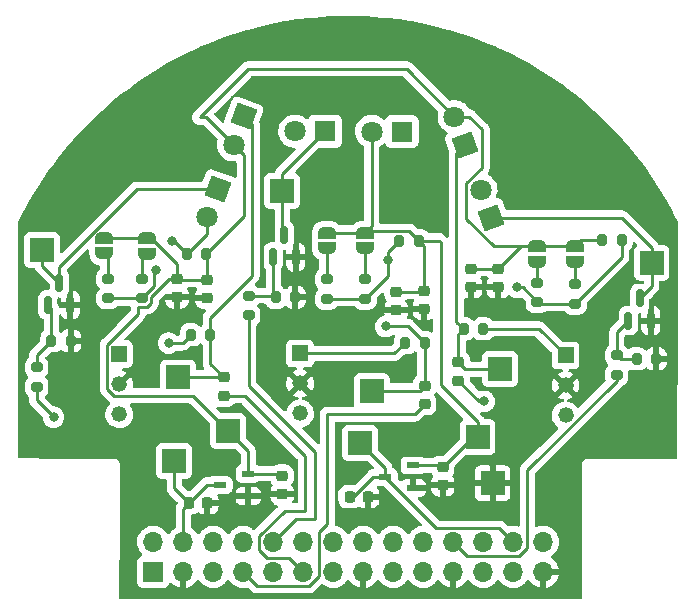
<source format=gbr>
%TF.GenerationSoftware,KiCad,Pcbnew,(6.0.5)*%
%TF.CreationDate,2024-03-24T17:12:35+02:00*%
%TF.ProjectId,Sensor Subsystem,53656e73-6f72-4205-9375-627379737465,rev?*%
%TF.SameCoordinates,Original*%
%TF.FileFunction,Copper,L1,Top*%
%TF.FilePolarity,Positive*%
%FSLAX46Y46*%
G04 Gerber Fmt 4.6, Leading zero omitted, Abs format (unit mm)*
G04 Created by KiCad (PCBNEW (6.0.5)) date 2024-03-24 17:12:35*
%MOMM*%
%LPD*%
G01*
G04 APERTURE LIST*
G04 Aperture macros list*
%AMRoundRect*
0 Rectangle with rounded corners*
0 $1 Rounding radius*
0 $2 $3 $4 $5 $6 $7 $8 $9 X,Y pos of 4 corners*
0 Add a 4 corners polygon primitive as box body*
4,1,4,$2,$3,$4,$5,$6,$7,$8,$9,$2,$3,0*
0 Add four circle primitives for the rounded corners*
1,1,$1+$1,$2,$3*
1,1,$1+$1,$4,$5*
1,1,$1+$1,$6,$7*
1,1,$1+$1,$8,$9*
0 Add four rect primitives between the rounded corners*
20,1,$1+$1,$2,$3,$4,$5,0*
20,1,$1+$1,$4,$5,$6,$7,0*
20,1,$1+$1,$6,$7,$8,$9,0*
20,1,$1+$1,$8,$9,$2,$3,0*%
%AMRotRect*
0 Rectangle, with rotation*
0 The origin of the aperture is its center*
0 $1 length*
0 $2 width*
0 $3 Rotation angle, in degrees counterclockwise*
0 Add horizontal line*
21,1,$1,$2,0,0,$3*%
%AMFreePoly0*
4,1,22,0.500000,-0.750000,0.000000,-0.750000,0.000000,-0.745033,-0.079941,-0.743568,-0.215256,-0.701293,-0.333266,-0.622738,-0.424486,-0.514219,-0.481581,-0.384460,-0.499164,-0.250000,-0.500000,-0.250000,-0.500000,0.250000,-0.499164,0.250000,-0.499963,0.256109,-0.478152,0.396186,-0.417904,0.524511,-0.324060,0.630769,-0.204165,0.706417,-0.067858,0.745374,0.000000,0.744959,0.000000,0.750000,
0.500000,0.750000,0.500000,-0.750000,0.500000,-0.750000,$1*%
%AMFreePoly1*
4,1,20,0.000000,0.744959,0.073905,0.744508,0.209726,0.703889,0.328688,0.626782,0.421226,0.519385,0.479903,0.390333,0.500000,0.250000,0.500000,-0.250000,0.499851,-0.262216,0.476331,-0.402017,0.414519,-0.529596,0.319384,-0.634700,0.198574,-0.708877,0.061801,-0.746166,0.000000,-0.745033,0.000000,-0.750000,-0.500000,-0.750000,-0.500000,0.750000,0.000000,0.750000,0.000000,0.744959,
0.000000,0.744959,$1*%
G04 Aperture macros list end*
%TA.AperFunction,SMDPad,CuDef*%
%ADD10RoundRect,0.200000X-0.200000X-0.275000X0.200000X-0.275000X0.200000X0.275000X-0.200000X0.275000X0*%
%TD*%
%TA.AperFunction,SMDPad,CuDef*%
%ADD11RoundRect,0.225000X-0.250000X0.225000X-0.250000X-0.225000X0.250000X-0.225000X0.250000X0.225000X0*%
%TD*%
%TA.AperFunction,SMDPad,CuDef*%
%ADD12RoundRect,0.200000X0.200000X0.275000X-0.200000X0.275000X-0.200000X-0.275000X0.200000X-0.275000X0*%
%TD*%
%TA.AperFunction,SMDPad,CuDef*%
%ADD13RoundRect,0.150000X0.150000X-0.587500X0.150000X0.587500X-0.150000X0.587500X-0.150000X-0.587500X0*%
%TD*%
%TA.AperFunction,SMDPad,CuDef*%
%ADD14FreePoly0,90.000000*%
%TD*%
%TA.AperFunction,SMDPad,CuDef*%
%ADD15FreePoly1,90.000000*%
%TD*%
%TA.AperFunction,ComponentPad*%
%ADD16RotRect,1.800000X1.800000X250.000000*%
%TD*%
%TA.AperFunction,ComponentPad*%
%ADD17C,1.800000*%
%TD*%
%TA.AperFunction,SMDPad,CuDef*%
%ADD18RoundRect,0.200000X0.275000X-0.200000X0.275000X0.200000X-0.275000X0.200000X-0.275000X-0.200000X0*%
%TD*%
%TA.AperFunction,ComponentPad*%
%ADD19R,1.700000X1.700000*%
%TD*%
%TA.AperFunction,ComponentPad*%
%ADD20O,1.700000X1.700000*%
%TD*%
%TA.AperFunction,SMDPad,CuDef*%
%ADD21R,2.000000X2.000000*%
%TD*%
%TA.AperFunction,ComponentPad*%
%ADD22C,1.320800*%
%TD*%
%TA.AperFunction,ComponentPad*%
%ADD23R,1.320800X1.320800*%
%TD*%
%TA.AperFunction,SMDPad,CuDef*%
%ADD24R,1.117600X0.482600*%
%TD*%
%TA.AperFunction,SMDPad,CuDef*%
%ADD25RoundRect,0.225000X0.250000X-0.225000X0.250000X0.225000X-0.250000X0.225000X-0.250000X-0.225000X0*%
%TD*%
%TA.AperFunction,ComponentPad*%
%ADD26R,1.800000X1.800000*%
%TD*%
%TA.AperFunction,ComponentPad*%
%ADD27RotRect,1.800000X1.800000X110.000000*%
%TD*%
%TA.AperFunction,SMDPad,CuDef*%
%ADD28RoundRect,0.225000X0.225000X0.250000X-0.225000X0.250000X-0.225000X-0.250000X0.225000X-0.250000X0*%
%TD*%
%TA.AperFunction,ViaPad*%
%ADD29C,0.800000*%
%TD*%
%TA.AperFunction,Conductor*%
%ADD30C,0.250000*%
%TD*%
G04 APERTURE END LIST*
D10*
%TO.P,R18,1*%
%TO.N,Net-(R18-Pad1)*%
X6566400Y22860000D03*
%TO.P,R18,2*%
%TO.N,Net-(C9-Pad1)*%
X8216400Y22860000D03*
%TD*%
D11*
%TO.P,C3,1*%
%TO.N,/VDD1*%
X5411000Y27597000D03*
%TO.P,C3,2*%
%TO.N,GND*%
X5411000Y26047000D03*
%TD*%
D12*
%TO.P,R4,1*%
%TO.N,GND*%
X45960800Y20828000D03*
%TO.P,R4,2*%
%TO.N,Net-(Q1-Pad1)*%
X44310800Y20828000D03*
%TD*%
%TO.P,R10,1*%
%TO.N,Net-(CR1-Pad2)*%
X43063200Y30896000D03*
%TO.P,R10,2*%
%TO.N,/VDD1*%
X41413200Y30896000D03*
%TD*%
D13*
%TO.P,Q2,1,G*%
%TO.N,Net-(Q2-Pad1)*%
X13540200Y29458500D03*
%TO.P,Q2,2,S*%
%TO.N,GND*%
X15440200Y29458500D03*
%TO.P,Q2,3,D*%
%TO.N,Net-(CR2-Pad1)*%
X14490200Y31333500D03*
%TD*%
D14*
%TO.P,JP4,1,A*%
%TO.N,Net-(JP4-Pad1)*%
X39100000Y29070000D03*
D15*
%TO.P,JP4,2,B*%
%TO.N,/VDD1*%
X39100000Y30370000D03*
%TD*%
D11*
%TO.P,C8,1*%
%TO.N,Net-(C8-Pad1)*%
X26390200Y18559000D03*
%TO.P,C8,2*%
%TO.N,/PA4*%
X26390200Y17009000D03*
%TD*%
D10*
%TO.P,R17,1*%
%TO.N,Net-(R17-Pad1)*%
X24715200Y22184000D03*
%TO.P,R17,2*%
%TO.N,Net-(C8-Pad1)*%
X26365200Y22184000D03*
%TD*%
D16*
%TO.P,U3,1,E*%
%TO.N,Net-(C9-Pad1)*%
X11061200Y41357568D03*
D17*
%TO.P,U3,2,C*%
%TO.N,/VDD1*%
X10192469Y38970749D03*
%TD*%
D18*
%TO.P,R13,1*%
%TO.N,Net-(CR1-Pad2)*%
X39110000Y25485000D03*
%TO.P,R13,2*%
%TO.N,Net-(JP4-Pad1)*%
X39110000Y27135000D03*
%TD*%
D19*
%TO.P,J1,1,Pin_1*%
%TO.N,unconnected-(J1-Pad1)*%
X3388200Y2789000D03*
D20*
%TO.P,J1,2,Pin_2*%
%TO.N,unconnected-(J1-Pad2)*%
X3388200Y5329000D03*
%TO.P,J1,3,Pin_3*%
%TO.N,GND*%
X5928200Y2789000D03*
%TO.P,J1,4,Pin_4*%
%TO.N,/BATT1*%
X5928200Y5329000D03*
%TO.P,J1,5,Pin_5*%
%TO.N,/PA3*%
X8468200Y2789000D03*
%TO.P,J1,6,Pin_6*%
%TO.N,unconnected-(J1-Pad6)*%
X8468200Y5329000D03*
%TO.P,J1,7,Pin_7*%
%TO.N,/PA4*%
X11008200Y2789000D03*
%TO.P,J1,8,Pin_8*%
%TO.N,unconnected-(J1-Pad8)*%
X11008200Y5329000D03*
%TO.P,J1,9,Pin_9*%
%TO.N,GND*%
X13548200Y2789000D03*
%TO.P,J1,10,Pin_10*%
%TO.N,/PE14*%
X13548200Y5329000D03*
%TO.P,J1,11,Pin_11*%
%TO.N,/PA5*%
X16088200Y2789000D03*
%TO.P,J1,12,Pin_12*%
%TO.N,/PE13*%
X16088200Y5329000D03*
%TO.P,J1,13,Pin_13*%
%TO.N,unconnected-(J1-Pad13)*%
X18628200Y2789000D03*
%TO.P,J1,14,Pin_14*%
%TO.N,/PE12*%
X18628200Y5329000D03*
%TO.P,J1,15,Pin_15*%
%TO.N,GND*%
X21168200Y2789000D03*
%TO.P,J1,16,Pin_16*%
%TO.N,/PE11*%
X21168200Y5329000D03*
%TO.P,J1,17,Pin_17*%
%TO.N,unconnected-(J1-Pad17)*%
X23708200Y2789000D03*
%TO.P,J1,18,Pin_18*%
%TO.N,/PE10*%
X23708200Y5329000D03*
%TO.P,J1,19,Pin_19*%
%TO.N,unconnected-(J1-Pad19)*%
X26248200Y2789000D03*
%TO.P,J1,20,Pin_20*%
%TO.N,unconnected-(J1-Pad20)*%
X26248200Y5329000D03*
%TO.P,J1,21,Pin_21*%
%TO.N,GND*%
X28788200Y2789000D03*
%TO.P,J1,22,Pin_22*%
%TO.N,/PE8*%
X28788200Y5329000D03*
%TO.P,J1,23,Pin_23*%
%TO.N,unconnected-(J1-Pad23)*%
X31328200Y2789000D03*
%TO.P,J1,24,Pin_24*%
%TO.N,unconnected-(J1-Pad24)*%
X31328200Y5329000D03*
%TO.P,J1,25,Pin_25*%
%TO.N,unconnected-(J1-Pad25)*%
X33868200Y2789000D03*
%TO.P,J1,26,Pin_26*%
%TO.N,/BATT2*%
X33868200Y5329000D03*
%TO.P,J1,27,Pin_27*%
%TO.N,GND*%
X36408200Y2789000D03*
%TO.P,J1,28,Pin_28*%
%TO.N,unconnected-(J1-Pad28)*%
X36408200Y5329000D03*
%TD*%
D21*
%TO.P,TP12,1,1*%
%TO.N,/VDD2*%
X30861000Y14224000D03*
%TD*%
D18*
%TO.P,R2,1*%
%TO.N,/PE14*%
X11490200Y24509000D03*
%TO.P,R2,2*%
%TO.N,Net-(Q2-Pad1)*%
X11490200Y26159000D03*
%TD*%
D14*
%TO.P,JP6,1,A*%
%TO.N,Net-(JP6-Pad1)*%
X2830000Y29730000D03*
D15*
%TO.P,JP6,2,B*%
%TO.N,/VDD1*%
X2830000Y31030000D03*
%TD*%
D18*
%TO.P,R7,1*%
%TO.N,Net-(CR1-Pad2)*%
X35920000Y25625000D03*
%TO.P,R7,2*%
%TO.N,Net-(JP1-Pad1)*%
X35920000Y27275000D03*
%TD*%
D22*
%TO.P,RV1,1,1*%
%TO.N,unconnected-(RV1-Pad1)*%
X38303200Y16040100D03*
%TO.P,RV1,2,2*%
%TO.N,GND*%
X38303200Y18580100D03*
D23*
%TO.P,RV1,3,3*%
%TO.N,Net-(R16-Pad1)*%
X38303200Y21120100D03*
%TD*%
D21*
%TO.P,TP4,1,1*%
%TO.N,Net-(C7-Pad1)*%
X32740600Y19964400D03*
%TD*%
D24*
%TO.P,U4,1,VSS*%
%TO.N,GND*%
X25400000Y9901999D03*
%TO.P,U4,2,VOUT*%
%TO.N,/VDD2*%
X25400000Y11802001D03*
%TO.P,U4,3,VIN*%
%TO.N,/BATT2*%
X23012400Y10852000D03*
%TD*%
D18*
%TO.P,R9,1*%
%TO.N,Net-(CR3-Pad2)*%
X-439000Y25947000D03*
%TO.P,R9,2*%
%TO.N,Net-(JP3-Pad1)*%
X-439000Y27597000D03*
%TD*%
D21*
%TO.P,TP1,1,1*%
%TO.N,Net-(CR1-Pad1)*%
X45593000Y28966400D03*
%TD*%
D12*
%TO.P,R16,1*%
%TO.N,Net-(R16-Pad1)*%
X31330400Y23368000D03*
%TO.P,R16,2*%
%TO.N,Net-(C7-Pad1)*%
X29680400Y23368000D03*
%TD*%
D22*
%TO.P,RV2,1,1*%
%TO.N,unconnected-(RV2-Pad1)*%
X15825200Y16205200D03*
%TO.P,RV2,2,2*%
%TO.N,GND*%
X15825200Y18745200D03*
D23*
%TO.P,RV2,3,3*%
%TO.N,Net-(R17-Pad1)*%
X15825200Y21285200D03*
%TD*%
D21*
%TO.P,TP6,1,1*%
%TO.N,Net-(C9-Pad1)*%
X5489600Y19255200D03*
%TD*%
D25*
%TO.P,C12,1*%
%TO.N,GND*%
X27914600Y10127800D03*
%TO.P,C12,2*%
%TO.N,/VDD2*%
X27914600Y11677800D03*
%TD*%
D14*
%TO.P,JP2,1,A*%
%TO.N,Net-(JP2-Pad1)*%
X18090200Y30196000D03*
D15*
%TO.P,JP2,2,B*%
%TO.N,/VDD2*%
X18090200Y31496000D03*
%TD*%
D26*
%TO.P,U2,1,E*%
%TO.N,Net-(C8-Pad1)*%
X24445000Y40075000D03*
D17*
%TO.P,U2,2,C*%
%TO.N,/VDD2*%
X21905000Y40075000D03*
%TD*%
D18*
%TO.P,R8,1*%
%TO.N,Net-(CR2-Pad2)*%
X18090200Y25909000D03*
%TO.P,R8,2*%
%TO.N,Net-(JP2-Pad1)*%
X18090200Y27559000D03*
%TD*%
D10*
%TO.P,R11,1*%
%TO.N,Net-(CR2-Pad2)*%
X24215200Y30846000D03*
%TO.P,R11,2*%
%TO.N,/VDD2*%
X25865200Y30846000D03*
%TD*%
D27*
%TO.P,CR1,1*%
%TO.N,Net-(CR1-Pad1)*%
X32000951Y32761352D03*
D17*
%TO.P,CR1,2*%
%TO.N,Net-(CR1-Pad2)*%
X31132220Y35148171D03*
%TD*%
D27*
%TO.P,U1,1,E*%
%TO.N,Net-(C7-Pad1)*%
X29760951Y38941352D03*
D17*
%TO.P,U1,2,C*%
%TO.N,/VDD1*%
X28892220Y41328171D03*
%TD*%
D18*
%TO.P,R3,1*%
%TO.N,/PE13*%
X-6477000Y18468200D03*
%TO.P,R3,2*%
%TO.N,Net-(Q3-Pad1)*%
X-6477000Y20118200D03*
%TD*%
D14*
%TO.P,JP1,1,A*%
%TO.N,Net-(JP1-Pad1)*%
X35900000Y29070000D03*
D15*
%TO.P,JP1,2,B*%
%TO.N,/VDD1*%
X35900000Y30370000D03*
%TD*%
D12*
%TO.P,R5,1*%
%TO.N,GND*%
X15415200Y26034000D03*
%TO.P,R5,2*%
%TO.N,Net-(Q2-Pad1)*%
X13765200Y26034000D03*
%TD*%
D11*
%TO.P,C5,1*%
%TO.N,/VDD2*%
X26340200Y26609000D03*
%TO.P,C5,2*%
%TO.N,GND*%
X26340200Y25059000D03*
%TD*%
%TO.P,C2,1*%
%TO.N,/VDD2*%
X23952200Y26509000D03*
%TO.P,C2,2*%
%TO.N,GND*%
X23952200Y24959000D03*
%TD*%
D10*
%TO.P,R12,1*%
%TO.N,Net-(CR3-Pad2)*%
X6245000Y29700000D03*
%TO.P,R12,2*%
%TO.N,/VDD1*%
X7895000Y29700000D03*
%TD*%
D25*
%TO.P,C13,1*%
%TO.N,GND*%
X14300200Y9385000D03*
%TO.P,C13,2*%
%TO.N,/VDD1*%
X14300200Y10935000D03*
%TD*%
D13*
%TO.P,Q1,1,G*%
%TO.N,Net-(Q1-Pad1)*%
X43627000Y24066500D03*
%TO.P,Q1,2,S*%
%TO.N,GND*%
X45527000Y24066500D03*
%TO.P,Q1,3,D*%
%TO.N,Net-(CR1-Pad1)*%
X44577000Y25941500D03*
%TD*%
D21*
%TO.P,TP3,1,1*%
%TO.N,Net-(CR3-Pad1)*%
X-6019800Y30052800D03*
%TD*%
D11*
%TO.P,C7,1*%
%TO.N,Net-(C7-Pad1)*%
X29235400Y20536200D03*
%TO.P,C7,2*%
%TO.N,/PA3*%
X29235400Y18986200D03*
%TD*%
D14*
%TO.P,JP5,1,A*%
%TO.N,Net-(JP5-Pad1)*%
X21340200Y30196000D03*
D15*
%TO.P,JP5,2,B*%
%TO.N,/VDD2*%
X21340200Y31496000D03*
%TD*%
D11*
%TO.P,C1,1*%
%TO.N,/VDD1*%
X30288200Y28448000D03*
%TO.P,C1,2*%
%TO.N,GND*%
X30288200Y26898000D03*
%TD*%
D22*
%TO.P,RV3,1,1*%
%TO.N,unconnected-(RV3-Pad1)*%
X508000Y16141700D03*
%TO.P,RV3,2,2*%
%TO.N,GND*%
X508000Y18681700D03*
D23*
%TO.P,RV3,3,3*%
%TO.N,Net-(R18-Pad1)*%
X508000Y21221700D03*
%TD*%
D28*
%TO.P,C10,1*%
%TO.N,GND*%
X21577600Y9144000D03*
%TO.P,C10,2*%
%TO.N,/BATT2*%
X20027600Y9144000D03*
%TD*%
D18*
%TO.P,R15,1*%
%TO.N,Net-(CR3-Pad2)*%
X2411000Y25947000D03*
%TO.P,R15,2*%
%TO.N,Net-(JP6-Pad1)*%
X2411000Y27597000D03*
%TD*%
D16*
%TO.P,CR3,1*%
%TO.N,Net-(CR3-Pad1)*%
X8841200Y35207568D03*
D17*
%TO.P,CR3,2*%
%TO.N,Net-(CR3-Pad2)*%
X7972469Y32820749D03*
%TD*%
D18*
%TO.P,R14,1*%
%TO.N,Net-(CR2-Pad2)*%
X21340200Y25909000D03*
%TO.P,R14,2*%
%TO.N,Net-(JP5-Pad1)*%
X21340200Y27559000D03*
%TD*%
D12*
%TO.P,R6,1*%
%TO.N,GND*%
X-3596000Y22352000D03*
%TO.P,R6,2*%
%TO.N,Net-(Q3-Pad1)*%
X-5246000Y22352000D03*
%TD*%
D13*
%TO.P,Q3,1,G*%
%TO.N,Net-(Q3-Pad1)*%
X-5521000Y25408500D03*
%TO.P,Q3,2,S*%
%TO.N,GND*%
X-3621000Y25408500D03*
%TO.P,Q3,3,D*%
%TO.N,Net-(CR3-Pad1)*%
X-4571000Y27283500D03*
%TD*%
D21*
%TO.P,TP11,1,1*%
%TO.N,/VDD1*%
X9728200Y14732000D03*
%TD*%
%TO.P,TP2,1,1*%
%TO.N,Net-(CR2-Pad1)*%
X14300200Y35052000D03*
%TD*%
D14*
%TO.P,JP3,1,A*%
%TO.N,Net-(JP3-Pad1)*%
X-750000Y29750000D03*
D15*
%TO.P,JP3,2,B*%
%TO.N,/VDD1*%
X-750000Y31050000D03*
%TD*%
D11*
%TO.P,C9,1*%
%TO.N,Net-(C9-Pad1)*%
X9389600Y19255200D03*
%TO.P,C9,2*%
%TO.N,/PA5*%
X9389600Y17705200D03*
%TD*%
D18*
%TO.P,R1,1*%
%TO.N,/PE8*%
X42646600Y19495000D03*
%TO.P,R1,2*%
%TO.N,Net-(Q1-Pad1)*%
X42646600Y21145000D03*
%TD*%
D28*
%TO.P,C11,1*%
%TO.N,GND*%
X7963200Y8636000D03*
%TO.P,C11,2*%
%TO.N,/BATT1*%
X6413200Y8636000D03*
%TD*%
D26*
%TO.P,CR2,1*%
%TO.N,Net-(CR2-Pad1)*%
X17935000Y40095000D03*
D17*
%TO.P,CR2,2*%
%TO.N,Net-(CR2-Pad2)*%
X15395000Y40095000D03*
%TD*%
D11*
%TO.P,C6,1*%
%TO.N,/VDD1*%
X7911000Y27547000D03*
%TO.P,C6,2*%
%TO.N,GND*%
X7911000Y25997000D03*
%TD*%
D21*
%TO.P,TP7,1,1*%
%TO.N,/BATT2*%
X20904200Y13716000D03*
%TD*%
%TO.P,TP10,1,1*%
%TO.N,GND*%
X32131000Y10293200D03*
%TD*%
D11*
%TO.P,C4,1*%
%TO.N,/VDD1*%
X32588200Y28448000D03*
%TO.P,C4,2*%
%TO.N,GND*%
X32588200Y26898000D03*
%TD*%
D21*
%TO.P,TP8,1,1*%
%TO.N,/BATT1*%
X5156200Y12192000D03*
%TD*%
D24*
%TO.P,U5,1,VSS*%
%TO.N,GND*%
X11430000Y9209999D03*
%TO.P,U5,2,VOUT*%
%TO.N,/VDD1*%
X11430000Y11110001D03*
%TO.P,U5,3,VIN*%
%TO.N,/BATT1*%
X9042400Y10160000D03*
%TD*%
D21*
%TO.P,TP5,1,1*%
%TO.N,Net-(C8-Pad1)*%
X21890200Y18134000D03*
%TD*%
D29*
%TO.N,Net-(R18-Pad1)*%
X4690000Y22170000D03*
%TO.N,Net-(CR3-Pad2)*%
X5020000Y30790000D03*
X3630000Y28390000D03*
%TO.N,/PE13*%
X-5040000Y15890000D03*
%TO.N,/PA3*%
X31420000Y17230000D03*
%TO.N,Net-(C8-Pad1)*%
X23090000Y23570000D03*
%TO.N,Net-(CR2-Pad2)*%
X23270000Y29160000D03*
%TO.N,Net-(CR1-Pad2)*%
X34230000Y26880000D03*
%TD*%
D30*
%TO.N,Net-(R18-Pad1)*%
X5876400Y22170000D02*
X6566400Y22860000D01*
X4690000Y22170000D02*
X5876400Y22170000D01*
%TO.N,/VDD1*%
X4747000Y27597000D02*
X5411000Y27597000D01*
X3210520Y26060520D02*
X4747000Y27597000D01*
X3210520Y25529737D02*
X3210520Y26060520D01*
X-490000Y22020000D02*
X2130000Y24640000D01*
X-490000Y18286824D02*
X-490000Y22020000D01*
X100035Y17696789D02*
X-490000Y18286824D01*
X6763411Y17696789D02*
X100035Y17696789D01*
X2130000Y24640000D02*
X2130000Y25222480D01*
X2130000Y25222480D02*
X2903263Y25222480D01*
X2903263Y25222480D02*
X3210520Y25529737D01*
X9728200Y14732000D02*
X6763411Y17696789D01*
%TO.N,Net-(CR3-Pad2)*%
X5155000Y30790000D02*
X6245000Y29700000D01*
X5020000Y30790000D02*
X5155000Y30790000D01*
X3470480Y28230480D02*
X3630000Y28390000D01*
X2411000Y25947000D02*
X3470480Y27006480D01*
X3470480Y27006480D02*
X3470480Y28230480D01*
%TO.N,/PE13*%
X-6477000Y17327000D02*
X-6477000Y18468200D01*
X-5040000Y15890000D02*
X-6477000Y17327000D01*
%TO.N,/PA4*%
X18140000Y16150000D02*
X25531200Y16150000D01*
X25531200Y16150000D02*
X26390200Y17009000D01*
X16574699Y1614489D02*
X17430000Y2469790D01*
X12182711Y1614489D02*
X16574699Y1614489D01*
X17430000Y6170000D02*
X18140000Y6880000D01*
X18140000Y6880000D02*
X18140000Y16150000D01*
X11008200Y2789000D02*
X12182711Y1614489D01*
X17430000Y2469790D02*
X17430000Y6170000D01*
%TO.N,/PA5*%
X11154800Y17705200D02*
X9389600Y17705200D01*
X16250000Y12610000D02*
X11154800Y17705200D01*
X16250000Y7960000D02*
X16250000Y12610000D01*
X14518190Y7960000D02*
X16250000Y7960000D01*
X12360000Y5801810D02*
X14518190Y7960000D01*
X12360000Y4665212D02*
X12360000Y5801810D01*
X13061701Y3963511D02*
X12360000Y4665212D01*
X14913689Y3963511D02*
X13061701Y3963511D01*
X16088200Y2789000D02*
X14913689Y3963511D01*
%TO.N,/PE14*%
X15469200Y7250000D02*
X13548200Y5329000D01*
X17050000Y12970000D02*
X17050000Y7250000D01*
X11490200Y18529800D02*
X17050000Y12970000D01*
X17050000Y7250000D02*
X15469200Y7250000D01*
X11490200Y24509000D02*
X11490200Y18529800D01*
%TO.N,/PA3*%
X30991600Y17230000D02*
X29235400Y18986200D01*
X31420000Y17230000D02*
X30991600Y17230000D01*
%TO.N,/PE8*%
X35042711Y11386735D02*
X42646600Y18990624D01*
X42646600Y18990624D02*
X42646600Y19495000D01*
X34354699Y4154489D02*
X35042711Y4842501D01*
X35042711Y4842501D02*
X35042711Y11386735D01*
X29962711Y4154489D02*
X34354699Y4154489D01*
X28788200Y5329000D02*
X29962711Y4154489D01*
%TO.N,/BATT1*%
X7937200Y10160000D02*
X6413200Y8636000D01*
X9042400Y10160000D02*
X7937200Y10160000D01*
%TO.N,/VDD1*%
X11430000Y13030200D02*
X9728200Y14732000D01*
X11430000Y11110001D02*
X11430000Y13030200D01*
X14125199Y11110001D02*
X14300200Y10935000D01*
X11430000Y11110001D02*
X14125199Y11110001D01*
%TO.N,Net-(CR1-Pad1)*%
X45593000Y26957500D02*
X45593000Y28966400D01*
X44577000Y25941500D02*
X45593000Y26957500D01*
%TO.N,Net-(Q1-Pad1)*%
X42646600Y23086100D02*
X43627000Y24066500D01*
X42646600Y21145000D02*
X42646600Y23086100D01*
X42963600Y20828000D02*
X42646600Y21145000D01*
X44310800Y20828000D02*
X42963600Y20828000D01*
%TO.N,/BATT1*%
X5928200Y8151000D02*
X6413200Y8636000D01*
X5928200Y5329000D02*
X5928200Y8151000D01*
X5156200Y9893000D02*
X6413200Y8636000D01*
X5156200Y12192000D02*
X5156200Y9893000D01*
%TO.N,Net-(Q3-Pad1)*%
X-5246000Y25133500D02*
X-5521000Y25408500D01*
X-5246000Y22352000D02*
X-5246000Y25133500D01*
X-6477000Y21121000D02*
X-5246000Y22352000D01*
X-6477000Y20118200D02*
X-6477000Y21121000D01*
%TO.N,/VDD2*%
X27594000Y30846000D02*
X25865200Y30846000D01*
X27740000Y18595000D02*
X27740000Y30700000D01*
X27740000Y30700000D02*
X27594000Y30846000D01*
X30861000Y15474000D02*
X27740000Y18595000D01*
X30861000Y14224000D02*
X30861000Y15474000D01*
%TO.N,Net-(C8-Pad1)*%
X23090000Y23570000D02*
X24979200Y23570000D01*
X24979200Y23570000D02*
X26365200Y22184000D01*
%TO.N,/BATT2*%
X32693689Y6503511D02*
X33868200Y5329000D01*
X27360889Y6503511D02*
X32693689Y6503511D01*
X23012400Y10852000D02*
X27360889Y6503511D01*
X22033462Y10852000D02*
X23012400Y10852000D01*
X20325462Y9144000D02*
X22033462Y10852000D01*
X20027600Y9144000D02*
X20325462Y9144000D01*
X23012400Y11607800D02*
X20904200Y13716000D01*
X23012400Y10852000D02*
X23012400Y11607800D01*
%TO.N,/VDD2*%
X27790399Y11802001D02*
X27914600Y11677800D01*
X25400000Y11802001D02*
X27790399Y11802001D01*
X30460800Y14224000D02*
X27914600Y11677800D01*
X30861000Y14224000D02*
X30460800Y14224000D01*
%TO.N,Net-(C8-Pad1)*%
X26365200Y18584000D02*
X26390200Y18559000D01*
X26365200Y22184000D02*
X26365200Y18584000D01*
%TO.N,Net-(CR2-Pad2)*%
X23270000Y27838800D02*
X23270000Y29160000D01*
X21340200Y25909000D02*
X23270000Y27838800D01*
X23270000Y29160000D02*
X23270000Y29900800D01*
X23270000Y29900800D02*
X24215200Y30846000D01*
%TO.N,/VDD2*%
X26340200Y30371000D02*
X25865200Y30846000D01*
X26340200Y26609000D02*
X26340200Y30371000D01*
X21489720Y31645520D02*
X21340200Y31496000D01*
X25065680Y31645520D02*
X21489720Y31645520D01*
X25865200Y30846000D02*
X25065680Y31645520D01*
X21340200Y31496000D02*
X21905000Y32060800D01*
X21905000Y32060800D02*
X21905000Y40075000D01*
%TO.N,/VDD1*%
X7883218Y41280000D02*
X10192469Y38970749D01*
X7320000Y41280000D02*
X7883218Y41280000D01*
X11420000Y45380000D02*
X7320000Y41280000D01*
X24840391Y45380000D02*
X11420000Y45380000D01*
X28892220Y41328171D02*
X24840391Y45380000D01*
X29907709Y32672291D02*
X32210000Y30370000D01*
X29907709Y35677709D02*
X29907709Y32672291D01*
X32210000Y30370000D02*
X35900000Y30370000D01*
X31239012Y37009012D02*
X29907709Y35677709D01*
X31239012Y40254171D02*
X31239012Y37009012D01*
X28892220Y41328171D02*
X30165012Y41328171D01*
X30165012Y41328171D02*
X31239012Y40254171D01*
%TO.N,Net-(C7-Pad1)*%
X29058766Y38239167D02*
X29760951Y38941352D01*
X29058766Y23989634D02*
X29058766Y38239167D01*
X29680400Y23368000D02*
X29058766Y23989634D01*
%TO.N,Net-(CR1-Pad2)*%
X34230000Y26880000D02*
X34665000Y26880000D01*
X34665000Y26880000D02*
X35920000Y25625000D01*
X43063200Y29438200D02*
X43063200Y30896000D01*
X39110000Y25485000D02*
X43063200Y29438200D01*
%TO.N,/VDD1*%
X39626000Y30896000D02*
X39100000Y30370000D01*
X41413200Y30896000D02*
X39626000Y30896000D01*
%TO.N,Net-(CR1-Pad1)*%
X45593000Y30216400D02*
X45593000Y28966400D01*
X43048048Y32761352D02*
X45593000Y30216400D01*
X32000951Y32761352D02*
X43048048Y32761352D01*
%TO.N,Net-(CR1-Pad2)*%
X36060000Y25485000D02*
X35920000Y25625000D01*
X39110000Y25485000D02*
X36060000Y25485000D01*
%TO.N,/VDD1*%
X30288200Y28448000D02*
X32588200Y28448000D01*
X35900000Y30370000D02*
X34510200Y30370000D01*
X34510200Y30370000D02*
X32588200Y28448000D01*
X35900000Y30370000D02*
X39100000Y30370000D01*
%TO.N,Net-(JP4-Pad1)*%
X39110000Y29060000D02*
X39100000Y29070000D01*
X39110000Y27135000D02*
X39110000Y29060000D01*
%TO.N,Net-(JP1-Pad1)*%
X35920000Y29050000D02*
X35900000Y29070000D01*
X35920000Y27275000D02*
X35920000Y29050000D01*
%TO.N,Net-(R16-Pad1)*%
X36055300Y23368000D02*
X38303200Y21120100D01*
X31330400Y23368000D02*
X36055300Y23368000D01*
%TO.N,Net-(C7-Pad1)*%
X29235400Y22923000D02*
X29680400Y23368000D01*
X29235400Y20536200D02*
X29235400Y22923000D01*
X32740600Y19964400D02*
X29807200Y19964400D01*
X29807200Y19964400D02*
X29235400Y20536200D01*
%TO.N,Net-(C8-Pad1)*%
X25965200Y18134000D02*
X26390200Y18559000D01*
X21890200Y18134000D02*
X25965200Y18134000D01*
%TO.N,Net-(R17-Pad1)*%
X23816400Y21285200D02*
X15825200Y21285200D01*
X24715200Y22184000D02*
X23816400Y21285200D01*
%TO.N,/VDD2*%
X26240200Y26509000D02*
X26340200Y26609000D01*
X23952200Y26509000D02*
X26240200Y26509000D01*
%TO.N,Net-(CR2-Pad2)*%
X18090200Y25909000D02*
X21340200Y25909000D01*
%TO.N,Net-(JP5-Pad1)*%
X21340200Y30196000D02*
X21340200Y27559000D01*
%TO.N,Net-(JP2-Pad1)*%
X18090200Y30196000D02*
X18090200Y27559000D01*
%TO.N,/VDD2*%
X18090200Y31496000D02*
X21340200Y31496000D01*
%TO.N,Net-(CR2-Pad1)*%
X14300200Y36460200D02*
X17935000Y40095000D01*
X14300200Y35052000D02*
X14300200Y36460200D01*
X14300200Y31523500D02*
X14300200Y35052000D01*
X14490200Y31333500D02*
X14300200Y31523500D01*
%TO.N,Net-(Q2-Pad1)*%
X13540200Y26259000D02*
X13540200Y29458500D01*
X13765200Y26034000D02*
X13540200Y26259000D01*
X13640200Y26159000D02*
X13765200Y26034000D01*
X11490200Y26159000D02*
X13640200Y26159000D01*
%TO.N,Net-(C9-Pad1)*%
X11763385Y27866345D02*
X11763385Y40655383D01*
X11763385Y40655383D02*
X11061200Y41357568D01*
X8216400Y24319360D02*
X11763385Y27866345D01*
X8216400Y22860000D02*
X8216400Y24319360D01*
X9389600Y19255200D02*
X5489600Y19255200D01*
X8216400Y20428400D02*
X9389600Y19255200D01*
X8216400Y22860000D02*
X8216400Y20428400D01*
%TO.N,/VDD1*%
X7911000Y29684000D02*
X7895000Y29700000D01*
X7911000Y27547000D02*
X7911000Y29684000D01*
X2830000Y31030000D02*
X3238940Y31030000D01*
X3238940Y31030000D02*
X5411000Y28857940D01*
X5411000Y28857940D02*
X5411000Y27597000D01*
X11092469Y38070749D02*
X10192469Y38970749D01*
X11092469Y32897469D02*
X11092469Y38070749D01*
X7895000Y29700000D02*
X11092469Y32897469D01*
X5461000Y27547000D02*
X5411000Y27597000D01*
X7911000Y27547000D02*
X5461000Y27547000D01*
%TO.N,Net-(CR3-Pad2)*%
X7972469Y31427469D02*
X6245000Y29700000D01*
X7972469Y32820749D02*
X7972469Y31427469D01*
%TO.N,Net-(CR3-Pad1)*%
X1991532Y35207568D02*
X8841200Y35207568D01*
X-4571000Y28645036D02*
X1991532Y35207568D01*
X-4571000Y27283500D02*
X-4571000Y28645036D01*
%TO.N,/VDD1*%
X-730000Y31030000D02*
X-750000Y31050000D01*
X2830000Y31030000D02*
X-730000Y31030000D01*
%TO.N,Net-(CR3-Pad2)*%
X-439000Y25947000D02*
X2411000Y25947000D01*
%TO.N,Net-(JP6-Pad1)*%
X2411000Y27597000D02*
X2411000Y29311000D01*
X2411000Y29311000D02*
X2830000Y29730000D01*
%TO.N,Net-(JP3-Pad1)*%
X-439000Y29439000D02*
X-750000Y29750000D01*
X-439000Y27597000D02*
X-439000Y29439000D01*
%TO.N,Net-(CR3-Pad1)*%
X-6019800Y28732300D02*
X-4571000Y27283500D01*
X-6019800Y30052800D02*
X-6019800Y28732300D01*
%TD*%
%TA.AperFunction,Conductor*%
%TO.N,GND*%
G36*
X20330618Y49861661D02*
G01*
X20974863Y49850370D01*
X20979225Y49850217D01*
X21511220Y49822223D01*
X22062326Y49793223D01*
X22066731Y49792914D01*
X22773069Y49730867D01*
X23147197Y49698002D01*
X23151563Y49697540D01*
X24228017Y49564827D01*
X24232347Y49564216D01*
X25150834Y49418143D01*
X25303503Y49393863D01*
X25307851Y49393093D01*
X26372342Y49185317D01*
X26376623Y49184404D01*
X27433263Y48939436D01*
X27437518Y48938371D01*
X28355257Y48691419D01*
X28484845Y48656549D01*
X28489089Y48655327D01*
X29525934Y48336969D01*
X29530086Y48335613D01*
X30374683Y48043526D01*
X30555130Y47981122D01*
X30559277Y47979606D01*
X31571279Y47589409D01*
X31575330Y47587765D01*
X32302877Y47277542D01*
X32573024Y47162353D01*
X32577055Y47160550D01*
X33559237Y46700435D01*
X33563158Y46698514D01*
X34528605Y46204270D01*
X34532473Y46202204D01*
X35189225Y45836398D01*
X35480035Y45674419D01*
X35483854Y45672203D01*
X36242072Y45214355D01*
X36412300Y45111563D01*
X36416040Y45109214D01*
X37324265Y44516388D01*
X37327920Y44513910D01*
X38214828Y43889613D01*
X38218394Y43887008D01*
X39082876Y43232021D01*
X39086348Y43229293D01*
X39927336Y42544426D01*
X39930711Y42541578D01*
X40332216Y42190506D01*
X40738301Y41835430D01*
X40747188Y41827659D01*
X40750457Y41824699D01*
X41276581Y41331081D01*
X41541446Y41082581D01*
X41544613Y41079503D01*
X42265453Y40354061D01*
X42309077Y40310158D01*
X42312134Y40306972D01*
X43049199Y39511281D01*
X43052142Y39507989D01*
X43188029Y39350571D01*
X43760846Y38686990D01*
X43763634Y38683645D01*
X44443196Y37838240D01*
X44445870Y37834792D01*
X44823874Y37329232D01*
X45095365Y36966128D01*
X45097946Y36962546D01*
X45716573Y36071702D01*
X45719027Y36068032D01*
X46165865Y35373853D01*
X46306058Y35156057D01*
X46308383Y35152303D01*
X46863110Y34220296D01*
X46865301Y34216462D01*
X47387025Y33265599D01*
X47389076Y33261702D01*
X47497557Y33046431D01*
X47813738Y32418997D01*
X47827216Y32361891D01*
X47802305Y24590418D01*
X47763541Y12497068D01*
X47763531Y12494096D01*
X47743311Y12426040D01*
X47689507Y12379719D01*
X47637532Y12368500D01*
X40207640Y12368500D01*
X40206688Y12368504D01*
X40206034Y12368509D01*
X40131017Y12369076D01*
X40102129Y12360865D01*
X40085561Y12357340D01*
X40055813Y12353080D01*
X40035630Y12343903D01*
X40032859Y12342643D01*
X40015154Y12336143D01*
X39999541Y12331706D01*
X39999537Y12331704D01*
X39990909Y12329252D01*
X39983314Y12324475D01*
X39983311Y12324474D01*
X39965493Y12313267D01*
X39950563Y12305225D01*
X39931388Y12296507D01*
X39931386Y12296506D01*
X39923218Y12292792D01*
X39910227Y12281598D01*
X39904115Y12276332D01*
X39888949Y12265126D01*
X39867610Y12251706D01*
X39861656Y12244984D01*
X39847702Y12229230D01*
X39835631Y12217323D01*
X39819672Y12203572D01*
X39819670Y12203569D01*
X39812873Y12197713D01*
X39807994Y12190186D01*
X39807990Y12190181D01*
X39799158Y12176554D01*
X39787745Y12161540D01*
X39771031Y12142671D01*
X39758230Y12115508D01*
X39749986Y12100691D01*
X39738530Y12083018D01*
X39738528Y12083014D01*
X39733648Y12075485D01*
X39731077Y12066888D01*
X39726423Y12051326D01*
X39719685Y12033719D01*
X39708937Y12010912D01*
X39707543Y12002045D01*
X39707542Y12002041D01*
X39704271Y11981236D01*
X39700518Y11964705D01*
X39691914Y11935934D01*
X39691859Y11926957D01*
X39691859Y11926956D01*
X39691704Y11901644D01*
X39691683Y11901147D01*
X39691558Y11900351D01*
X39691555Y11898115D01*
X39691515Y11870954D01*
X39691513Y11870369D01*
X39691075Y11798615D01*
X39691024Y11790279D01*
X39691324Y11789230D01*
X39691395Y11788173D01*
X39687767Y9286348D01*
X39675219Y634317D01*
X39655118Y566226D01*
X39601395Y519811D01*
X39549219Y508500D01*
X637718Y508500D01*
X569597Y528502D01*
X523104Y582158D01*
X511720Y635137D01*
X543434Y6903961D01*
X568442Y11847327D01*
X568960Y11901268D01*
X569130Y11918971D01*
X569130Y11918972D01*
X569216Y11927947D01*
X564537Y11944537D01*
X561326Y11955924D01*
X557779Y11972892D01*
X556627Y11981236D01*
X553803Y12001691D01*
X543083Y12025588D01*
X536782Y12042943D01*
X529677Y12068136D01*
X524914Y12075743D01*
X524913Y12075746D01*
X514253Y12092771D01*
X506085Y12108065D01*
X497861Y12126399D01*
X497861Y12126400D01*
X494187Y12134589D01*
X477197Y12154510D01*
X466278Y12169400D01*
X457146Y12183986D01*
X457141Y12183991D01*
X452382Y12191593D01*
X445678Y12197555D01*
X445675Y12197559D01*
X430662Y12210911D01*
X418528Y12223299D01*
X405491Y12238585D01*
X399667Y12245414D01*
X392161Y12250333D01*
X392159Y12250335D01*
X377770Y12259765D01*
X363108Y12270992D01*
X343543Y12288393D01*
X324970Y12297192D01*
X317277Y12300837D01*
X302158Y12309319D01*
X296134Y12313267D01*
X277841Y12325256D01*
X269252Y12327872D01*
X269248Y12327874D01*
X252794Y12332886D01*
X235564Y12339550D01*
X220030Y12346909D01*
X220027Y12346910D01*
X211911Y12350755D01*
X183191Y12355330D01*
X166322Y12359223D01*
X138503Y12367696D01*
X103919Y12368082D01*
X102801Y12368134D01*
X101385Y12368359D01*
X69431Y12368471D01*
X68611Y12368476D01*
X-7145Y12369322D01*
X-8813Y12368854D01*
X-10468Y12368748D01*
X-4652825Y12384924D01*
X-7916046Y12396295D01*
X-7984097Y12416534D01*
X-8030402Y12470351D01*
X-8041607Y12522233D01*
X-8041657Y12626398D01*
X-8043917Y17285982D01*
X-8049599Y29004666D01*
X-7528300Y29004666D01*
X-7521545Y28942484D01*
X-7470415Y28806095D01*
X-7383061Y28689539D01*
X-7266505Y28602185D01*
X-7130116Y28551055D01*
X-7067934Y28544300D01*
X-6715886Y28544300D01*
X-6647765Y28524298D01*
X-6607974Y28477434D01*
X-6605819Y28478708D01*
X-6595507Y28461272D01*
X-6586812Y28443524D01*
X-6579352Y28424683D01*
X-6574690Y28418267D01*
X-6574690Y28418266D01*
X-6553364Y28388913D01*
X-6546848Y28378993D01*
X-6530619Y28351552D01*
X-6524342Y28340938D01*
X-6510021Y28326617D01*
X-6497181Y28311584D01*
X-6485272Y28295193D01*
X-6456543Y28271426D01*
X-6451195Y28267002D01*
X-6442416Y28259012D01*
X-5416405Y27233001D01*
X-5382379Y27170689D01*
X-5379500Y27143906D01*
X-5379500Y26780500D01*
X-5399502Y26712379D01*
X-5453158Y26665886D01*
X-5505500Y26654500D01*
X-5737502Y26654500D01*
X-5739950Y26654307D01*
X-5739958Y26654307D01*
X-5768421Y26652067D01*
X-5768426Y26652066D01*
X-5774831Y26651562D01*
X-5851654Y26629243D01*
X-5926988Y26607357D01*
X-5926990Y26607356D01*
X-5934601Y26605145D01*
X-5950906Y26595502D01*
X-6070980Y26524491D01*
X-6070983Y26524489D01*
X-6077807Y26520453D01*
X-6195453Y26402807D01*
X-6199489Y26395983D01*
X-6199491Y26395980D01*
X-6223797Y26354880D01*
X-6280145Y26259601D01*
X-6282356Y26251990D01*
X-6282357Y26251988D01*
X-6291387Y26220905D01*
X-6326562Y26099831D01*
X-6327066Y26093426D01*
X-6327067Y26093421D01*
X-6329307Y26064958D01*
X-6329500Y26062502D01*
X-6329500Y24754498D01*
X-6329307Y24752050D01*
X-6329307Y24752042D01*
X-6327073Y24723667D01*
X-6326562Y24717169D01*
X-6310071Y24660407D01*
X-6282414Y24565210D01*
X-6280145Y24557399D01*
X-6276108Y24550573D01*
X-6199491Y24421020D01*
X-6199489Y24421017D01*
X-6195453Y24414193D01*
X-6077807Y24296547D01*
X-6070983Y24292511D01*
X-6070980Y24292509D01*
X-5998211Y24249474D01*
X-5947404Y24219427D01*
X-5941361Y24215853D01*
X-5892908Y24163961D01*
X-5879500Y24107400D01*
X-5879500Y23247710D01*
X-5899502Y23179589D01*
X-5916405Y23158615D01*
X-6007639Y23067381D01*
X-6096472Y22920699D01*
X-6098743Y22913452D01*
X-6098744Y22913450D01*
X-6113099Y22867643D01*
X-6147753Y22757062D01*
X-6154500Y22683635D01*
X-6154499Y22512000D01*
X-6154499Y22391596D01*
X-6174501Y22323476D01*
X-6191404Y22302500D01*
X-6534801Y21959104D01*
X-6869258Y21624647D01*
X-6877537Y21617113D01*
X-6884018Y21613000D01*
X-6930643Y21563349D01*
X-6933398Y21560507D01*
X-6953135Y21540770D01*
X-6955615Y21537573D01*
X-6963318Y21528553D01*
X-6993586Y21496321D01*
X-6997405Y21489375D01*
X-6997407Y21489372D01*
X-7003348Y21478566D01*
X-7014199Y21462047D01*
X-7026614Y21446041D01*
X-7029759Y21438772D01*
X-7029762Y21438768D01*
X-7044174Y21405463D01*
X-7049391Y21394813D01*
X-7070695Y21356060D01*
X-7072666Y21348385D01*
X-7072666Y21348384D01*
X-7075733Y21336438D01*
X-7082137Y21317734D01*
X-7083288Y21315073D01*
X-7090181Y21299145D01*
X-7091420Y21291322D01*
X-7091423Y21291312D01*
X-7097099Y21255476D01*
X-7099505Y21243856D01*
X-7106068Y21218291D01*
X-7110500Y21201030D01*
X-7110500Y21180776D01*
X-7112051Y21161066D01*
X-7115220Y21141057D01*
X-7114474Y21133165D01*
X-7111059Y21097039D01*
X-7110500Y21085181D01*
X-7110500Y21000425D01*
X-7130502Y20932304D01*
X-7171229Y20892649D01*
X-7192381Y20879839D01*
X-7313639Y20758581D01*
X-7402472Y20611899D01*
X-7404743Y20604652D01*
X-7404744Y20604650D01*
X-7414349Y20574000D01*
X-7453753Y20448262D01*
X-7460500Y20374835D01*
X-7460499Y19861566D01*
X-7460236Y19858708D01*
X-7460236Y19858699D01*
X-7458931Y19844501D01*
X-7453753Y19788138D01*
X-7451754Y19781760D01*
X-7451754Y19781759D01*
X-7405126Y19632971D01*
X-7402472Y19624501D01*
X-7313639Y19477819D01*
X-7218115Y19382295D01*
X-7184089Y19319983D01*
X-7189154Y19249168D01*
X-7218115Y19204105D01*
X-7313639Y19108581D01*
X-7402472Y18961899D01*
X-7404743Y18954652D01*
X-7404744Y18954650D01*
X-7414345Y18924013D01*
X-7453753Y18798262D01*
X-7460500Y18724835D01*
X-7460499Y18211566D01*
X-7460236Y18208708D01*
X-7460236Y18208699D01*
X-7457885Y18183109D01*
X-7453753Y18138138D01*
X-7451754Y18131760D01*
X-7451754Y18131759D01*
X-7410038Y17998645D01*
X-7402472Y17974501D01*
X-7313639Y17827819D01*
X-7192381Y17706561D01*
X-7185880Y17702624D01*
X-7171229Y17693751D01*
X-7123322Y17641354D01*
X-7110500Y17585975D01*
X-7110500Y17405767D01*
X-7111027Y17394584D01*
X-7112702Y17387091D01*
X-7112453Y17379165D01*
X-7112453Y17379164D01*
X-7110562Y17319014D01*
X-7110500Y17315055D01*
X-7110500Y17287144D01*
X-7110003Y17283210D01*
X-7110003Y17283209D01*
X-7109995Y17283144D01*
X-7109062Y17271307D01*
X-7107673Y17227111D01*
X-7102022Y17207661D01*
X-7098013Y17188300D01*
X-7095474Y17168203D01*
X-7092555Y17160832D01*
X-7092555Y17160830D01*
X-7079196Y17127088D01*
X-7075351Y17115858D01*
X-7068249Y17091412D01*
X-7063018Y17073407D01*
X-7058985Y17066588D01*
X-7058983Y17066583D01*
X-7052707Y17055972D01*
X-7044012Y17038224D01*
X-7036552Y17019383D01*
X-7031890Y17012967D01*
X-7031890Y17012966D01*
X-7010564Y16983613D01*
X-7004048Y16973693D01*
X-6987214Y16945229D01*
X-6981542Y16935638D01*
X-6967221Y16921317D01*
X-6954381Y16906284D01*
X-6942472Y16889893D01*
X-6912054Y16864729D01*
X-6908395Y16861702D01*
X-6899616Y16853712D01*
X-5987122Y15941218D01*
X-5953096Y15878906D01*
X-5950908Y15865297D01*
X-5946915Y15827308D01*
X-5934437Y15708591D01*
X-5933542Y15700072D01*
X-5874527Y15518444D01*
X-5779040Y15353056D01*
X-5774622Y15348149D01*
X-5774621Y15348148D01*
X-5667702Y15229402D01*
X-5651253Y15211134D01*
X-5600489Y15174252D01*
X-5508982Y15107768D01*
X-5496752Y15098882D01*
X-5490724Y15096198D01*
X-5490722Y15096197D01*
X-5328501Y15023972D01*
X-5322288Y15021206D01*
X-5232331Y15002085D01*
X-5141944Y14982872D01*
X-5141939Y14982872D01*
X-5135487Y14981500D01*
X-4944513Y14981500D01*
X-4938061Y14982872D01*
X-4938056Y14982872D01*
X-4847669Y15002085D01*
X-4757712Y15021206D01*
X-4751499Y15023972D01*
X-4589278Y15096197D01*
X-4589276Y15096198D01*
X-4583248Y15098882D01*
X-4571017Y15107768D01*
X-4479511Y15174252D01*
X-4428747Y15211134D01*
X-4412298Y15229402D01*
X-4305379Y15348148D01*
X-4305378Y15348149D01*
X-4300960Y15353056D01*
X-4205473Y15518444D01*
X-4146458Y15700072D01*
X-4145562Y15708591D01*
X-4127186Y15883435D01*
X-4126496Y15890000D01*
X-4131879Y15941218D01*
X-4145768Y16073365D01*
X-4145768Y16073367D01*
X-4146458Y16079928D01*
X-4205473Y16261556D01*
X-4223140Y16292157D01*
X-4293124Y16413371D01*
X-4300960Y16426944D01*
X-4341437Y16471899D01*
X-4424325Y16563955D01*
X-4424326Y16563956D01*
X-4428747Y16568866D01*
X-4553831Y16659745D01*
X-4577906Y16677237D01*
X-4577907Y16677238D01*
X-4583248Y16681118D01*
X-4589276Y16683802D01*
X-4589278Y16683803D01*
X-4751681Y16756109D01*
X-4751682Y16756109D01*
X-4757712Y16758794D01*
X-4871610Y16783004D01*
X-4938056Y16797128D01*
X-4938061Y16797128D01*
X-4944513Y16798500D01*
X-5000405Y16798500D01*
X-5068526Y16818502D01*
X-5089501Y16835405D01*
X-5773304Y17519209D01*
X-5807329Y17581521D01*
X-5802264Y17652337D01*
X-5763401Y17705482D01*
X-5761619Y17706561D01*
X-5640361Y17827819D01*
X-5551528Y17974501D01*
X-5543961Y17998645D01*
X-5518030Y18081393D01*
X-5500247Y18138138D01*
X-5493500Y18211565D01*
X-5493501Y18724834D01*
X-5493766Y18727726D01*
X-5498721Y18781651D01*
X-5500247Y18798262D01*
X-5515422Y18846685D01*
X-5549256Y18954650D01*
X-5549257Y18954652D01*
X-5551528Y18961899D01*
X-5640361Y19108581D01*
X-5735885Y19204105D01*
X-5769911Y19266417D01*
X-5764846Y19337232D01*
X-5735885Y19382295D01*
X-5640361Y19477819D01*
X-5551528Y19624501D01*
X-5548873Y19632971D01*
X-5526914Y19703044D01*
X-5500247Y19788138D01*
X-5493500Y19861565D01*
X-5493501Y20374834D01*
X-5493766Y20377726D01*
X-5497689Y20420414D01*
X-5500247Y20448262D01*
X-5515941Y20498342D01*
X-5549256Y20604650D01*
X-5549257Y20604652D01*
X-5551528Y20611899D01*
X-5640361Y20758581D01*
X-5702842Y20821062D01*
X-5736868Y20883374D01*
X-5731803Y20954189D01*
X-5702842Y20999252D01*
X-5370499Y21331595D01*
X-5308187Y21365621D01*
X-5281404Y21368500D01*
X-5007386Y21368501D01*
X-4989366Y21368501D01*
X-4986508Y21368764D01*
X-4986499Y21368764D01*
X-4950996Y21372026D01*
X-4915938Y21375247D01*
X-4909559Y21377246D01*
X-4759550Y21424256D01*
X-4759548Y21424257D01*
X-4752301Y21426528D01*
X-4605619Y21515361D01*
X-4509741Y21611239D01*
X-4447429Y21645265D01*
X-4376614Y21640200D01*
X-4331551Y21611239D01*
X-4241443Y21521131D01*
X-4229574Y21511824D01*
X-4095988Y21430921D01*
X-4082243Y21424715D01*
X-3932356Y21377744D01*
X-3919306Y21375131D01*
X-3864414Y21370087D01*
X-3852876Y21373475D01*
X-3851671Y21374865D01*
X-3850000Y21382548D01*
X-3850000Y21387116D01*
X-3342000Y21387116D01*
X-3337525Y21371877D01*
X-3336135Y21370672D01*
X-3331706Y21369709D01*
X-3272685Y21375132D01*
X-3259649Y21377743D01*
X-3109757Y21424715D01*
X-3096012Y21430921D01*
X-2962426Y21511824D01*
X-2950557Y21521131D01*
X-2840131Y21631557D01*
X-2830824Y21643426D01*
X-2749921Y21777012D01*
X-2743715Y21790757D01*
X-2696744Y21940644D01*
X-2694131Y21953694D01*
X-2688266Y22017521D01*
X-2688000Y22023309D01*
X-2688000Y22079885D01*
X-2692475Y22095124D01*
X-2693865Y22096329D01*
X-2701548Y22098000D01*
X-3323885Y22098000D01*
X-3339124Y22093525D01*
X-3340329Y22092135D01*
X-3342000Y22084452D01*
X-3342000Y21387116D01*
X-3850000Y21387116D01*
X-3850000Y22624115D01*
X-3342000Y22624115D01*
X-3337525Y22608876D01*
X-3336135Y22607671D01*
X-3328452Y22606000D01*
X-2706116Y22606000D01*
X-2690877Y22610475D01*
X-2689672Y22611865D01*
X-2688001Y22619548D01*
X-2688001Y22680705D01*
X-2688264Y22686454D01*
X-2694132Y22750315D01*
X-2696743Y22763351D01*
X-2743715Y22913243D01*
X-2749921Y22926988D01*
X-2830824Y23060574D01*
X-2840131Y23072443D01*
X-2950557Y23182869D01*
X-2962426Y23192176D01*
X-3096012Y23273079D01*
X-3109757Y23279285D01*
X-3259644Y23326256D01*
X-3272694Y23328869D01*
X-3327586Y23333913D01*
X-3339124Y23330525D01*
X-3340329Y23329135D01*
X-3342000Y23321452D01*
X-3342000Y22624115D01*
X-3850000Y22624115D01*
X-3850000Y23316884D01*
X-3854475Y23332123D01*
X-3855865Y23333328D01*
X-3860294Y23334291D01*
X-3919315Y23328868D01*
X-3932351Y23326257D01*
X-4082243Y23279285D01*
X-4095988Y23273079D01*
X-4229574Y23192176D01*
X-4241443Y23182869D01*
X-4331551Y23092761D01*
X-4393863Y23058735D01*
X-4464678Y23063800D01*
X-4509741Y23092761D01*
X-4575595Y23158615D01*
X-4609621Y23220927D01*
X-4612500Y23247710D01*
X-4612500Y24490695D01*
X-4592498Y24558816D01*
X-4538842Y24605309D01*
X-4468568Y24615413D01*
X-4403988Y24585919D01*
X-4378046Y24554834D01*
X-4299089Y24421322D01*
X-4289449Y24408896D01*
X-4183104Y24302551D01*
X-4170678Y24292911D01*
X-4041221Y24216352D01*
X-4026790Y24210107D01*
X-3892395Y24171061D01*
X-3878294Y24171101D01*
X-3875000Y24178370D01*
X-3875000Y24184122D01*
X-3367000Y24184122D01*
X-3363027Y24170591D01*
X-3355129Y24169456D01*
X-3215210Y24210107D01*
X-3200779Y24216352D01*
X-3071322Y24292911D01*
X-3058896Y24302551D01*
X-2952551Y24408896D01*
X-2942911Y24421322D01*
X-2866352Y24550779D01*
X-2860107Y24565210D01*
X-2817731Y24711065D01*
X-2815430Y24723667D01*
X-2813193Y24752084D01*
X-2813000Y24757014D01*
X-2813000Y25136385D01*
X-2817475Y25151624D01*
X-2818865Y25152829D01*
X-2826548Y25154500D01*
X-3348885Y25154500D01*
X-3364124Y25150025D01*
X-3365329Y25148635D01*
X-3367000Y25140952D01*
X-3367000Y24184122D01*
X-3875000Y24184122D01*
X-3875000Y25136385D01*
X-3879475Y25151624D01*
X-3880865Y25152829D01*
X-3888548Y25154500D01*
X-4410884Y25154500D01*
X-4457737Y25140743D01*
X-4528734Y25140743D01*
X-4588460Y25179127D01*
X-4613904Y25233801D01*
X-4615325Y25233388D01*
X-4620977Y25252841D01*
X-4624988Y25272205D01*
X-4625040Y25272621D01*
X-4627526Y25292297D01*
X-4630443Y25299664D01*
X-4630444Y25299669D01*
X-4643802Y25333408D01*
X-4647646Y25344635D01*
X-4651943Y25359425D01*
X-4659982Y25387093D01*
X-4670293Y25404528D01*
X-4678988Y25422276D01*
X-4686448Y25441117D01*
X-4691107Y25447529D01*
X-4694929Y25454482D01*
X-4692670Y25455724D01*
X-4712294Y25510716D01*
X-4712500Y25517915D01*
X-4712500Y25911500D01*
X-4692498Y25979621D01*
X-4638842Y26026114D01*
X-4586500Y26037500D01*
X-4555000Y26037500D01*
X-4486879Y26017498D01*
X-4440386Y25963842D01*
X-4429000Y25911500D01*
X-4429000Y25680615D01*
X-4424525Y25665376D01*
X-4423135Y25664171D01*
X-4415452Y25662500D01*
X-3893115Y25662500D01*
X-3877876Y25666975D01*
X-3876671Y25668365D01*
X-3875000Y25676048D01*
X-3875000Y25680615D01*
X-3367000Y25680615D01*
X-3362525Y25665376D01*
X-3361135Y25664171D01*
X-3353452Y25662500D01*
X-2831116Y25662500D01*
X-2815877Y25666975D01*
X-2814672Y25668365D01*
X-2813001Y25676048D01*
X-2813001Y26059983D01*
X-2813195Y26064920D01*
X-2815430Y26093336D01*
X-2817730Y26105931D01*
X-2860107Y26251790D01*
X-2866352Y26266221D01*
X-2942911Y26395678D01*
X-2952551Y26408104D01*
X-3058896Y26514449D01*
X-3071322Y26524089D01*
X-3200779Y26600648D01*
X-3215210Y26606893D01*
X-3349605Y26645939D01*
X-3363706Y26645899D01*
X-3367000Y26638630D01*
X-3367000Y25680615D01*
X-3875000Y25680615D01*
X-3875000Y26291158D01*
X-3857453Y26355297D01*
X-3815892Y26425573D01*
X-3811855Y26432399D01*
X-3809443Y26440699D01*
X-3787814Y26515151D01*
X-3765438Y26592169D01*
X-3764826Y26599934D01*
X-3762693Y26627042D01*
X-3762693Y26627050D01*
X-3762500Y26629498D01*
X-3762500Y27937502D01*
X-3762693Y27939958D01*
X-3764933Y27968421D01*
X-3764934Y27968426D01*
X-3765438Y27974831D01*
X-3805527Y28112819D01*
X-3809643Y28126988D01*
X-3809644Y28126990D01*
X-3811855Y28134601D01*
X-3896547Y28277807D01*
X-3895584Y28278377D01*
X-3918800Y28337512D01*
X-3904897Y28407135D01*
X-3882388Y28437744D01*
X-2228824Y30091308D01*
X-2166512Y30125334D01*
X-2095697Y30120269D01*
X-2038861Y30077722D01*
X-2014050Y30011202D01*
X-2013729Y30002213D01*
X-2013729Y29759992D01*
X-2013731Y29759222D01*
X-2014130Y29693864D01*
X-2014187Y29684583D01*
X-1994420Y29540273D01*
X-1955063Y29402564D01*
X-1895586Y29269602D01*
X-1893200Y29265820D01*
X-1893196Y29265813D01*
X-1852695Y29201624D01*
X-1819160Y29148474D01*
X-1724754Y29037548D01*
X-1721390Y29034577D01*
X-1659390Y28979821D01*
X-1617403Y28942740D01*
X-1613666Y28940285D01*
X-1613663Y28940283D01*
X-1604932Y28934548D01*
X-1495666Y28862774D01*
X-1491609Y28860869D01*
X-1491605Y28860867D01*
X-1448150Y28840465D01*
X-1366021Y28801905D01*
X-1361738Y28800596D01*
X-1361734Y28800594D01*
X-1252406Y28767169D01*
X-1226723Y28759317D01*
X-1179115Y28751905D01*
X-1114884Y28721662D01*
X-1077198Y28661492D01*
X-1072500Y28627405D01*
X-1072500Y28479225D01*
X-1092502Y28411104D01*
X-1133229Y28371449D01*
X-1154381Y28358639D01*
X-1275639Y28237381D01*
X-1364472Y28090699D01*
X-1366743Y28083452D01*
X-1366744Y28083450D01*
X-1387497Y28017225D01*
X-1415753Y27927062D01*
X-1422500Y27853635D01*
X-1422499Y27340366D01*
X-1422236Y27337508D01*
X-1422236Y27337499D01*
X-1419274Y27305263D01*
X-1415753Y27266938D01*
X-1413754Y27260560D01*
X-1413754Y27260559D01*
X-1372161Y27127838D01*
X-1364472Y27103301D01*
X-1275639Y26956619D01*
X-1180115Y26861095D01*
X-1146089Y26798783D01*
X-1151154Y26727968D01*
X-1180115Y26682905D01*
X-1275639Y26587381D01*
X-1364472Y26440699D01*
X-1366743Y26433452D01*
X-1366744Y26433450D01*
X-1385575Y26373361D01*
X-1415753Y26277062D01*
X-1422500Y26203635D01*
X-1422499Y25690366D01*
X-1422236Y25687508D01*
X-1422236Y25687499D01*
X-1419787Y25660851D01*
X-1415753Y25616938D01*
X-1413754Y25610560D01*
X-1413754Y25610559D01*
X-1368066Y25464771D01*
X-1364472Y25453301D01*
X-1275639Y25306619D01*
X-1154381Y25185361D01*
X-1007699Y25096528D01*
X-1000452Y25094257D01*
X-1000450Y25094256D01*
X-978537Y25087389D01*
X-844062Y25045247D01*
X-770635Y25038500D01*
X-767737Y25038500D01*
X-438140Y25038501D01*
X-107366Y25038501D01*
X-104508Y25038764D01*
X-104499Y25038764D01*
X-68996Y25042026D01*
X-33938Y25045247D01*
X-27553Y25047248D01*
X122450Y25094256D01*
X122452Y25094257D01*
X129699Y25096528D01*
X276381Y25185361D01*
X367615Y25276595D01*
X429927Y25310621D01*
X456710Y25313500D01*
X1370500Y25313500D01*
X1438621Y25293498D01*
X1485114Y25239842D01*
X1496500Y25187500D01*
X1496500Y24954594D01*
X1476498Y24886473D01*
X1459595Y24865499D01*
X285358Y23691263D01*
X-882253Y22523652D01*
X-890539Y22516112D01*
X-897018Y22512000D01*
X-902443Y22506223D01*
X-943643Y22462349D01*
X-946398Y22459507D01*
X-966135Y22439770D01*
X-968615Y22436573D01*
X-976318Y22427553D01*
X-1006586Y22395321D01*
X-1010405Y22388375D01*
X-1010407Y22388372D01*
X-1016348Y22377566D01*
X-1027199Y22361047D01*
X-1039614Y22345041D01*
X-1042759Y22337772D01*
X-1042762Y22337768D01*
X-1057174Y22304463D01*
X-1062391Y22293813D01*
X-1083695Y22255060D01*
X-1085666Y22247385D01*
X-1085666Y22247384D01*
X-1088733Y22235438D01*
X-1095137Y22216734D01*
X-1103181Y22198145D01*
X-1104420Y22190322D01*
X-1104423Y22190312D01*
X-1110099Y22154476D01*
X-1112505Y22142856D01*
X-1114116Y22136581D01*
X-1123500Y22100030D01*
X-1123500Y22079776D01*
X-1125051Y22060066D01*
X-1128220Y22040057D01*
X-1127474Y22032165D01*
X-1124059Y21996039D01*
X-1123500Y21984181D01*
X-1123500Y18365591D01*
X-1124027Y18354408D01*
X-1125702Y18346915D01*
X-1125453Y18338989D01*
X-1125453Y18338988D01*
X-1123562Y18278838D01*
X-1123500Y18274879D01*
X-1123500Y18246968D01*
X-1123003Y18243034D01*
X-1123003Y18243033D01*
X-1122995Y18242968D01*
X-1122062Y18231131D01*
X-1120673Y18186935D01*
X-1115022Y18167485D01*
X-1111013Y18148124D01*
X-1108474Y18128027D01*
X-1105555Y18120656D01*
X-1105555Y18120654D01*
X-1092196Y18086912D01*
X-1088351Y18075682D01*
X-1076018Y18033231D01*
X-1071985Y18026412D01*
X-1071983Y18026407D01*
X-1065707Y18015796D01*
X-1057012Y17998048D01*
X-1049552Y17979207D01*
X-1044890Y17972791D01*
X-1044890Y17972790D01*
X-1023564Y17943437D01*
X-1017048Y17933517D01*
X-1002469Y17908866D01*
X-994542Y17895462D01*
X-980221Y17881141D01*
X-967381Y17866108D01*
X-955472Y17849717D01*
X-949366Y17844666D01*
X-921395Y17821526D01*
X-912616Y17813536D01*
X-403622Y17304542D01*
X-396078Y17296252D01*
X-391965Y17289771D01*
X-386188Y17284346D01*
X-342298Y17243131D01*
X-339456Y17240376D01*
X-319735Y17220655D01*
X-316540Y17218177D01*
X-307518Y17210471D01*
X-282556Y17187030D01*
X-246590Y17125817D01*
X-249429Y17054877D01*
X-285731Y17000449D01*
X-339176Y16953578D01*
X-339180Y16953573D01*
X-343523Y16949765D01*
X-476522Y16781056D01*
X-479211Y16775945D01*
X-479213Y16775942D01*
X-519758Y16698879D01*
X-576550Y16590935D01*
X-640255Y16385769D01*
X-665506Y16172429D01*
X-651455Y15958060D01*
X-598574Y15749841D01*
X-508634Y15554746D01*
X-384647Y15379308D01*
X-352660Y15348148D01*
X-243124Y15241443D01*
X-230764Y15229402D01*
X-225968Y15226197D01*
X-225965Y15226195D01*
X-56945Y15113260D01*
X-56940Y15113257D01*
X-52140Y15110050D01*
X-46831Y15107769D01*
X-46829Y15107768D01*
X139932Y15027528D01*
X139936Y15027527D01*
X145242Y15025247D01*
X150874Y15023973D01*
X150876Y15023972D01*
X349137Y14979110D01*
X349142Y14979109D01*
X354774Y14977835D01*
X360545Y14977608D01*
X360547Y14977608D01*
X426614Y14975012D01*
X569438Y14969401D01*
X718164Y14990965D01*
X776321Y14999397D01*
X776325Y14999398D01*
X782043Y15000227D01*
X787515Y15002085D01*
X787517Y15002085D01*
X980007Y15067427D01*
X980009Y15067428D01*
X985471Y15069282D01*
X1172909Y15174252D01*
X1223160Y15216045D01*
X1333640Y15307931D01*
X1338078Y15311622D01*
X1475448Y15476791D01*
X1580418Y15664229D01*
X1583267Y15672620D01*
X1647615Y15862183D01*
X1647615Y15862185D01*
X1649473Y15867657D01*
X1653397Y15894717D01*
X1675984Y16050500D01*
X1680299Y16080262D01*
X1681908Y16141700D01*
X1662251Y16355628D01*
X1655369Y16380032D01*
X1637676Y16442763D01*
X1603938Y16562391D01*
X1580775Y16609362D01*
X1511475Y16749886D01*
X1508921Y16755065D01*
X1429144Y16861900D01*
X1404412Y16928450D01*
X1419587Y16997806D01*
X1469849Y17047949D01*
X1530102Y17063289D01*
X6448817Y17063289D01*
X6516938Y17043287D01*
X6537912Y17026384D01*
X8182795Y15381500D01*
X8216821Y15319188D01*
X8219700Y15292405D01*
X8219700Y13683866D01*
X8226455Y13621684D01*
X8277585Y13485295D01*
X8364939Y13368739D01*
X8481495Y13281385D01*
X8617884Y13230255D01*
X8680066Y13223500D01*
X10288606Y13223500D01*
X10356727Y13203498D01*
X10377701Y13186595D01*
X10759595Y12804701D01*
X10793621Y12742389D01*
X10796500Y12715606D01*
X10796500Y11953726D01*
X10776498Y11885605D01*
X10722842Y11839112D01*
X10714730Y11835744D01*
X10644216Y11809309D01*
X10624495Y11801916D01*
X10507939Y11714562D01*
X10420585Y11598006D01*
X10369455Y11461617D01*
X10362700Y11399435D01*
X10362700Y10820567D01*
X10369455Y10758385D01*
X10420585Y10621996D01*
X10507939Y10505440D01*
X10624495Y10418086D01*
X10760884Y10366956D01*
X10823066Y10360201D01*
X12036934Y10360201D01*
X12099116Y10366956D01*
X12235505Y10418086D01*
X12279859Y10451327D01*
X12346364Y10476175D01*
X12355423Y10476501D01*
X13264897Y10476501D01*
X13333018Y10456499D01*
X13378997Y10403953D01*
X13379129Y10403672D01*
X13381444Y10396732D01*
X13385293Y10390511D01*
X13385295Y10390508D01*
X13404050Y10360201D01*
X13471448Y10251287D01*
X13476630Y10246114D01*
X13481177Y10240377D01*
X13479370Y10238945D01*
X13508102Y10186425D01*
X13503092Y10115605D01*
X13479701Y10079147D01*
X13480752Y10078317D01*
X13467202Y10061160D01*
X13385196Y9928120D01*
X13379049Y9914939D01*
X13329709Y9766186D01*
X13326842Y9752810D01*
X13317528Y9661903D01*
X13317271Y9656874D01*
X13321675Y9641876D01*
X13323065Y9640671D01*
X13330748Y9639000D01*
X15265085Y9639000D01*
X15280324Y9643475D01*
X15281529Y9644865D01*
X15283200Y9652548D01*
X15283200Y9655438D01*
X15282863Y9661953D01*
X15273306Y9754057D01*
X15270412Y9767456D01*
X15220819Y9916107D01*
X15214645Y9929286D01*
X15132412Y10062173D01*
X15118829Y10079311D01*
X15120759Y10080841D01*
X15092297Y10132880D01*
X15097313Y10203699D01*
X15120999Y10240617D01*
X15120043Y10241372D01*
X15124581Y10247118D01*
X15129752Y10252298D01*
X15199903Y10366103D01*
X15215662Y10391669D01*
X15215663Y10391671D01*
X15219502Y10397899D01*
X15273349Y10560243D01*
X15275643Y10582627D01*
X15280048Y10625621D01*
X15283700Y10661268D01*
X15283700Y11208732D01*
X15273087Y11311019D01*
X15249549Y11381570D01*
X15221273Y11466324D01*
X15221272Y11466326D01*
X15218956Y11473268D01*
X15213136Y11482674D01*
X15132806Y11612485D01*
X15128952Y11618713D01*
X15118912Y11628736D01*
X15039283Y11708226D01*
X15007902Y11739552D01*
X14998133Y11745574D01*
X14868531Y11825462D01*
X14868529Y11825463D01*
X14862301Y11829302D01*
X14699957Y11883149D01*
X14693120Y11883849D01*
X14693118Y11883850D01*
X14651799Y11888083D01*
X14598932Y11893500D01*
X14001468Y11893500D01*
X13998222Y11893163D01*
X13998218Y11893163D01*
X13971465Y11890387D01*
X13899181Y11882887D01*
X13892640Y11880705D01*
X13892641Y11880705D01*
X13743876Y11831073D01*
X13743874Y11831072D01*
X13736932Y11828756D01*
X13730708Y11824904D01*
X13730707Y11824904D01*
X13629632Y11762357D01*
X13563329Y11743501D01*
X12355423Y11743501D01*
X12287302Y11763503D01*
X12279858Y11768675D01*
X12272793Y11773970D01*
X12235505Y11801916D01*
X12215784Y11809309D01*
X12145270Y11835744D01*
X12088506Y11878386D01*
X12063806Y11944948D01*
X12063500Y11953726D01*
X12063500Y12951432D01*
X12064027Y12962615D01*
X12065702Y12970108D01*
X12063562Y13038199D01*
X12063500Y13042156D01*
X12063500Y13070056D01*
X12062996Y13074047D01*
X12062063Y13085889D01*
X12061190Y13113684D01*
X12060674Y13130089D01*
X12055021Y13149548D01*
X12051012Y13168907D01*
X12049701Y13179283D01*
X12048474Y13188997D01*
X12045558Y13196363D01*
X12045556Y13196369D01*
X12032200Y13230102D01*
X12028355Y13241332D01*
X12018230Y13276183D01*
X12018230Y13276184D01*
X12016019Y13283793D01*
X12005705Y13301234D01*
X11997008Y13318987D01*
X11992472Y13330442D01*
X11989552Y13337817D01*
X11963563Y13373588D01*
X11957047Y13383508D01*
X11938578Y13414737D01*
X11934542Y13421562D01*
X11920221Y13435883D01*
X11907380Y13450917D01*
X11900131Y13460894D01*
X11895472Y13467307D01*
X11861395Y13495498D01*
X11852616Y13503488D01*
X11273605Y14082499D01*
X11239579Y14144811D01*
X11236700Y14171594D01*
X11236700Y15780134D01*
X11229945Y15842316D01*
X11178815Y15978705D01*
X11091461Y16095261D01*
X10974905Y16182615D01*
X10838516Y16233745D01*
X10776334Y16240500D01*
X9167794Y16240500D01*
X9099673Y16260502D01*
X9078703Y16277401D01*
X8781268Y16574836D01*
X8747243Y16637148D01*
X8752308Y16707964D01*
X8794855Y16764799D01*
X8861375Y16789610D01*
X8910028Y16783525D01*
X8989843Y16757051D01*
X8996680Y16756351D01*
X8996682Y16756350D01*
X9038001Y16752117D01*
X9090868Y16746700D01*
X9688332Y16746700D01*
X9691578Y16747037D01*
X9691582Y16747037D01*
X9725683Y16750575D01*
X9790619Y16757313D01*
X9843681Y16775016D01*
X9945924Y16809127D01*
X9945926Y16809128D01*
X9952868Y16811444D01*
X9964376Y16818565D01*
X10092085Y16897594D01*
X10098313Y16901448D01*
X10219152Y17022498D01*
X10220614Y17024870D01*
X10277012Y17064855D01*
X10317976Y17071700D01*
X10840206Y17071700D01*
X10908327Y17051698D01*
X10929301Y17034795D01*
X15579595Y12384500D01*
X15613621Y12322188D01*
X15616500Y12295405D01*
X15616500Y8719500D01*
X15596498Y8651379D01*
X15542842Y8604886D01*
X15490500Y8593500D01*
X15287783Y8593500D01*
X15219662Y8613502D01*
X15173169Y8667158D01*
X15163065Y8737432D01*
X15180523Y8785616D01*
X15215204Y8841880D01*
X15221351Y8855061D01*
X15270691Y9003814D01*
X15273558Y9017190D01*
X15282872Y9108097D01*
X15283129Y9113126D01*
X15278725Y9128124D01*
X15277335Y9129329D01*
X15269652Y9131000D01*
X13335315Y9131000D01*
X13320076Y9126525D01*
X13318871Y9125135D01*
X13317200Y9117452D01*
X13317200Y9114562D01*
X13317537Y9108047D01*
X13327094Y9015943D01*
X13329988Y9002544D01*
X13379581Y8853893D01*
X13385755Y8840714D01*
X13467988Y8707827D01*
X13477024Y8696426D01*
X13587629Y8586014D01*
X13599040Y8577002D01*
X13732080Y8494996D01*
X13745261Y8488849D01*
X13856217Y8452046D01*
X13914577Y8411615D01*
X13941813Y8346051D01*
X13929279Y8276169D01*
X13905644Y8243358D01*
X12045252Y6382967D01*
X11982940Y6348941D01*
X11912124Y6354006D01*
X11878064Y6373181D01*
X11766615Y6461199D01*
X11766613Y6461200D01*
X11762559Y6464402D01*
X11758031Y6466902D01*
X11642188Y6530850D01*
X11566989Y6572362D01*
X11562120Y6574086D01*
X11562116Y6574088D01*
X11361287Y6645205D01*
X11361283Y6645206D01*
X11356412Y6646931D01*
X11351319Y6647838D01*
X11351316Y6647839D01*
X11141573Y6685200D01*
X11141567Y6685201D01*
X11136484Y6686106D01*
X11062652Y6687008D01*
X10918281Y6688772D01*
X10918279Y6688772D01*
X10913111Y6688835D01*
X10692291Y6655045D01*
X10479956Y6585643D01*
X10403053Y6545610D01*
X10306175Y6495178D01*
X10281807Y6482493D01*
X10277674Y6479390D01*
X10277671Y6479388D01*
X10110678Y6354006D01*
X10103165Y6348365D01*
X9948829Y6186862D01*
X9841401Y6029379D01*
X9786493Y5984379D01*
X9715968Y5976208D01*
X9652221Y6007462D01*
X9631524Y6031946D01*
X9551022Y6156383D01*
X9551020Y6156386D01*
X9548214Y6160723D01*
X9397870Y6325949D01*
X9393819Y6329148D01*
X9393815Y6329152D01*
X9226614Y6461200D01*
X9226610Y6461202D01*
X9222559Y6464402D01*
X9218031Y6466902D01*
X9102188Y6530850D01*
X9026989Y6572362D01*
X9022120Y6574086D01*
X9022116Y6574088D01*
X8821287Y6645205D01*
X8821283Y6645206D01*
X8816412Y6646931D01*
X8811319Y6647838D01*
X8811316Y6647839D01*
X8601573Y6685200D01*
X8601567Y6685201D01*
X8596484Y6686106D01*
X8522652Y6687008D01*
X8378281Y6688772D01*
X8378279Y6688772D01*
X8373111Y6688835D01*
X8152291Y6655045D01*
X7939956Y6585643D01*
X7863053Y6545610D01*
X7766175Y6495178D01*
X7741807Y6482493D01*
X7737674Y6479390D01*
X7737671Y6479388D01*
X7570678Y6354006D01*
X7563165Y6348365D01*
X7408829Y6186862D01*
X7301401Y6029379D01*
X7246493Y5984379D01*
X7175968Y5976208D01*
X7112221Y6007462D01*
X7091524Y6031946D01*
X7011022Y6156383D01*
X7011020Y6156386D01*
X7008214Y6160723D01*
X6857870Y6325949D01*
X6853819Y6329148D01*
X6853815Y6329152D01*
X6686614Y6461200D01*
X6686610Y6461202D01*
X6682559Y6464402D01*
X6678035Y6466899D01*
X6678031Y6466902D01*
X6626808Y6495178D01*
X6576836Y6545610D01*
X6561700Y6605487D01*
X6561700Y7526540D01*
X6581702Y7594661D01*
X6635358Y7641154D01*
X6681190Y7652372D01*
X6683665Y7652500D01*
X6686932Y7652500D01*
X6690179Y7652837D01*
X6690181Y7652837D01*
X6711330Y7655031D01*
X6789219Y7663113D01*
X6823937Y7674696D01*
X6944524Y7714927D01*
X6944526Y7714928D01*
X6951468Y7717244D01*
X7096913Y7807248D01*
X7102086Y7812430D01*
X7107823Y7816977D01*
X7109255Y7815170D01*
X7161775Y7843902D01*
X7232595Y7838892D01*
X7269053Y7815501D01*
X7269883Y7816552D01*
X7287040Y7803002D01*
X7420080Y7720996D01*
X7433261Y7714849D01*
X7582014Y7665509D01*
X7595390Y7662642D01*
X7686297Y7653328D01*
X7691326Y7653071D01*
X7706324Y7657475D01*
X7707529Y7658865D01*
X7709200Y7666548D01*
X7709200Y7671115D01*
X8217200Y7671115D01*
X8221675Y7655876D01*
X8223065Y7654671D01*
X8230748Y7653000D01*
X8233638Y7653000D01*
X8240153Y7653337D01*
X8332257Y7662894D01*
X8345656Y7665788D01*
X8494307Y7715381D01*
X8507486Y7721555D01*
X8640373Y7803788D01*
X8651774Y7812824D01*
X8762186Y7923429D01*
X8771198Y7934840D01*
X8853204Y8067880D01*
X8859351Y8081061D01*
X8908691Y8229814D01*
X8911558Y8243190D01*
X8920872Y8334097D01*
X8921200Y8340513D01*
X8921200Y8363885D01*
X8916725Y8379124D01*
X8915335Y8380329D01*
X8907652Y8382000D01*
X8235315Y8382000D01*
X8220076Y8377525D01*
X8218871Y8376135D01*
X8217200Y8368452D01*
X8217200Y7671115D01*
X7709200Y7671115D01*
X7709200Y8764000D01*
X7729202Y8832121D01*
X7782858Y8878614D01*
X7835200Y8890000D01*
X8903085Y8890000D01*
X8918324Y8894475D01*
X8919529Y8895865D01*
X8921200Y8903548D01*
X8921200Y8924030D01*
X10363201Y8924030D01*
X10363571Y8917209D01*
X10369095Y8866347D01*
X10372721Y8851095D01*
X10417876Y8730645D01*
X10426414Y8715050D01*
X10502915Y8612975D01*
X10515476Y8600414D01*
X10617551Y8523913D01*
X10633146Y8515375D01*
X10753594Y8470221D01*
X10768849Y8466594D01*
X10819714Y8461068D01*
X10826528Y8460699D01*
X11170585Y8460699D01*
X11185824Y8465174D01*
X11187029Y8466564D01*
X11188700Y8474247D01*
X11188700Y8478815D01*
X11671300Y8478815D01*
X11675775Y8463576D01*
X11677165Y8462371D01*
X11684848Y8460700D01*
X12033469Y8460700D01*
X12040290Y8461070D01*
X12091152Y8466594D01*
X12106404Y8470220D01*
X12226854Y8515375D01*
X12242449Y8523913D01*
X12344524Y8600414D01*
X12357085Y8612975D01*
X12433586Y8715050D01*
X12442124Y8730645D01*
X12487278Y8851093D01*
X12490905Y8866348D01*
X12496431Y8917213D01*
X12496800Y8924027D01*
X12496800Y8950584D01*
X12492325Y8965823D01*
X12490935Y8967028D01*
X12483252Y8968699D01*
X11689415Y8968699D01*
X11674176Y8964224D01*
X11672971Y8962834D01*
X11671300Y8955151D01*
X11671300Y8478815D01*
X11188700Y8478815D01*
X11188700Y8950584D01*
X11184225Y8965823D01*
X11182835Y8967028D01*
X11175152Y8968699D01*
X10381316Y8968699D01*
X10366077Y8964224D01*
X10364872Y8962834D01*
X10363201Y8955151D01*
X10363201Y8924030D01*
X8921200Y8924030D01*
X8921200Y8931438D01*
X8920863Y8937953D01*
X8911306Y9030057D01*
X8908412Y9043456D01*
X8858819Y9192107D01*
X8852648Y9205281D01*
X8844841Y9217896D01*
X8826003Y9286348D01*
X8847164Y9354118D01*
X8901604Y9399689D01*
X8951985Y9410200D01*
X9649334Y9410200D01*
X9711516Y9416955D01*
X9847905Y9468085D01*
X9849678Y9469414D01*
X10363200Y9469414D01*
X10367675Y9454175D01*
X10369065Y9452970D01*
X10376748Y9451299D01*
X11170585Y9451299D01*
X11185824Y9455774D01*
X11187029Y9457164D01*
X11188700Y9464847D01*
X11188700Y9469414D01*
X11671300Y9469414D01*
X11675775Y9454175D01*
X11677165Y9452970D01*
X11684848Y9451299D01*
X12478684Y9451299D01*
X12493923Y9455774D01*
X12495128Y9457164D01*
X12496799Y9464847D01*
X12496799Y9495968D01*
X12496429Y9502789D01*
X12490905Y9553651D01*
X12487279Y9568903D01*
X12442124Y9689353D01*
X12433586Y9704948D01*
X12357085Y9807023D01*
X12344524Y9819584D01*
X12242449Y9896085D01*
X12226854Y9904623D01*
X12106406Y9949777D01*
X12091151Y9953404D01*
X12040286Y9958930D01*
X12033472Y9959299D01*
X11689415Y9959299D01*
X11674176Y9954824D01*
X11672971Y9953434D01*
X11671300Y9945751D01*
X11671300Y9469414D01*
X11188700Y9469414D01*
X11188700Y9941183D01*
X11184225Y9956422D01*
X11182835Y9957627D01*
X11175152Y9959298D01*
X10826531Y9959298D01*
X10819710Y9958928D01*
X10768848Y9953404D01*
X10753596Y9949778D01*
X10633146Y9904623D01*
X10617551Y9896085D01*
X10515476Y9819584D01*
X10502915Y9807023D01*
X10426414Y9704948D01*
X10417876Y9689353D01*
X10372722Y9568905D01*
X10369095Y9553650D01*
X10363569Y9502785D01*
X10363200Y9495971D01*
X10363200Y9469414D01*
X9849678Y9469414D01*
X9964461Y9555439D01*
X10051815Y9671995D01*
X10102945Y9808384D01*
X10109700Y9870566D01*
X10109700Y10449434D01*
X10102945Y10511616D01*
X10051815Y10648005D01*
X9964461Y10764561D01*
X9847905Y10851915D01*
X9711516Y10903045D01*
X9649334Y10909800D01*
X8435466Y10909800D01*
X8373284Y10903045D01*
X8236895Y10851915D01*
X8192542Y10818674D01*
X8126036Y10793826D01*
X8116977Y10793500D01*
X8015963Y10793500D01*
X8004779Y10794027D01*
X7997291Y10795701D01*
X7989368Y10795452D01*
X7929233Y10793562D01*
X7925275Y10793500D01*
X7897344Y10793500D01*
X7893429Y10793005D01*
X7893425Y10793005D01*
X7893367Y10792997D01*
X7893338Y10792994D01*
X7881496Y10792061D01*
X7837310Y10790673D01*
X7819944Y10785628D01*
X7817858Y10785022D01*
X7798506Y10781014D01*
X7786268Y10779468D01*
X7786266Y10779467D01*
X7778403Y10778474D01*
X7737286Y10762194D01*
X7726085Y10758359D01*
X7683606Y10746018D01*
X7676787Y10741985D01*
X7676782Y10741983D01*
X7666171Y10735707D01*
X7648421Y10727010D01*
X7629583Y10719552D01*
X7623167Y10714891D01*
X7623166Y10714890D01*
X7593825Y10693572D01*
X7583901Y10687053D01*
X7552660Y10668578D01*
X7552655Y10668574D01*
X7545837Y10664542D01*
X7531513Y10650218D01*
X7516481Y10637379D01*
X7500093Y10625472D01*
X7491273Y10614810D01*
X7471912Y10591407D01*
X7463922Y10582627D01*
X6537700Y9656405D01*
X6475388Y9622379D01*
X6448605Y9619500D01*
X6377795Y9619500D01*
X6309674Y9639502D01*
X6288700Y9656405D01*
X5826605Y10118500D01*
X5792579Y10180812D01*
X5789700Y10207595D01*
X5789700Y10557500D01*
X5809702Y10625621D01*
X5863358Y10672114D01*
X5915700Y10683500D01*
X6204334Y10683500D01*
X6266516Y10690255D01*
X6402905Y10741385D01*
X6519461Y10828739D01*
X6606815Y10945295D01*
X6657945Y11081684D01*
X6664229Y11139532D01*
X6664331Y11140469D01*
X6664700Y11143866D01*
X6664700Y13240134D01*
X6657945Y13302316D01*
X6606815Y13438705D01*
X6519461Y13555261D01*
X6402905Y13642615D01*
X6266516Y13693745D01*
X6204334Y13700500D01*
X4108066Y13700500D01*
X4045884Y13693745D01*
X3909495Y13642615D01*
X3792939Y13555261D01*
X3705585Y13438705D01*
X3654455Y13302316D01*
X3647700Y13240134D01*
X3647700Y11143866D01*
X3648069Y11140469D01*
X3648171Y11139532D01*
X3654455Y11081684D01*
X3705585Y10945295D01*
X3792939Y10828739D01*
X3909495Y10741385D01*
X4045884Y10690255D01*
X4108066Y10683500D01*
X4396700Y10683500D01*
X4464821Y10663498D01*
X4511314Y10609842D01*
X4522700Y10557500D01*
X4522700Y9971767D01*
X4522173Y9960584D01*
X4520498Y9953091D01*
X4520747Y9945165D01*
X4520747Y9945164D01*
X4522638Y9885014D01*
X4522700Y9881055D01*
X4522700Y9853144D01*
X4523197Y9849210D01*
X4523197Y9849209D01*
X4523205Y9849144D01*
X4524138Y9837307D01*
X4525527Y9793111D01*
X4531178Y9773661D01*
X4535187Y9754300D01*
X4537726Y9734203D01*
X4540645Y9726832D01*
X4540645Y9726830D01*
X4554004Y9693088D01*
X4557849Y9681858D01*
X4562802Y9664809D01*
X4570182Y9639407D01*
X4574215Y9632588D01*
X4574217Y9632583D01*
X4580493Y9621972D01*
X4589188Y9604224D01*
X4596648Y9585383D01*
X4601310Y9578967D01*
X4601310Y9578966D01*
X4622636Y9549613D01*
X4629152Y9539693D01*
X4647254Y9509085D01*
X4651658Y9501638D01*
X4665979Y9487317D01*
X4678819Y9472284D01*
X4690728Y9455893D01*
X4710526Y9439515D01*
X4724805Y9427702D01*
X4733584Y9419712D01*
X5417795Y8735501D01*
X5451821Y8673189D01*
X5454700Y8646406D01*
X5454700Y8622090D01*
X5434698Y8553969D01*
X5420551Y8535838D01*
X5411614Y8526321D01*
X5407795Y8519375D01*
X5407793Y8519372D01*
X5401852Y8508566D01*
X5391001Y8492047D01*
X5378586Y8476041D01*
X5375441Y8468772D01*
X5375438Y8468768D01*
X5361026Y8435463D01*
X5355809Y8424813D01*
X5334505Y8386060D01*
X5332534Y8378385D01*
X5332534Y8378384D01*
X5329467Y8366438D01*
X5323063Y8347734D01*
X5315019Y8329145D01*
X5313780Y8321322D01*
X5313777Y8321312D01*
X5308101Y8285476D01*
X5305695Y8273856D01*
X5294700Y8231030D01*
X5294700Y8210776D01*
X5293149Y8191066D01*
X5289980Y8171057D01*
X5290726Y8163165D01*
X5294141Y8127039D01*
X5294700Y8115181D01*
X5294700Y6607308D01*
X5274698Y6539187D01*
X5226883Y6495547D01*
X5201807Y6482493D01*
X5197674Y6479390D01*
X5197671Y6479388D01*
X5030678Y6354006D01*
X5023165Y6348365D01*
X4868829Y6186862D01*
X4761401Y6029379D01*
X4706493Y5984379D01*
X4635968Y5976208D01*
X4572221Y6007462D01*
X4551524Y6031946D01*
X4471022Y6156383D01*
X4471020Y6156386D01*
X4468214Y6160723D01*
X4317870Y6325949D01*
X4313819Y6329148D01*
X4313815Y6329152D01*
X4146614Y6461200D01*
X4146610Y6461202D01*
X4142559Y6464402D01*
X4138031Y6466902D01*
X4022188Y6530850D01*
X3946989Y6572362D01*
X3942120Y6574086D01*
X3942116Y6574088D01*
X3741287Y6645205D01*
X3741283Y6645206D01*
X3736412Y6646931D01*
X3731319Y6647838D01*
X3731316Y6647839D01*
X3521573Y6685200D01*
X3521567Y6685201D01*
X3516484Y6686106D01*
X3442652Y6687008D01*
X3298281Y6688772D01*
X3298279Y6688772D01*
X3293111Y6688835D01*
X3072291Y6655045D01*
X2859956Y6585643D01*
X2783053Y6545610D01*
X2686175Y6495178D01*
X2661807Y6482493D01*
X2657674Y6479390D01*
X2657671Y6479388D01*
X2490678Y6354006D01*
X2483165Y6348365D01*
X2328829Y6186862D01*
X2202943Y6002320D01*
X2108888Y5799695D01*
X2049189Y5584430D01*
X2025451Y5362305D01*
X2025748Y5357152D01*
X2025748Y5357149D01*
X2031211Y5262410D01*
X2038310Y5139285D01*
X2039447Y5134239D01*
X2039448Y5134233D01*
X2059319Y5046061D01*
X2087422Y4921361D01*
X2171466Y4714384D01*
X2222219Y4631562D01*
X2285491Y4528312D01*
X2288187Y4523912D01*
X2434450Y4355062D01*
X2438430Y4351758D01*
X2443181Y4347813D01*
X2482816Y4288910D01*
X2484313Y4217929D01*
X2447197Y4157407D01*
X2406925Y4132888D01*
X2366113Y4117588D01*
X2291495Y4089615D01*
X2174939Y4002261D01*
X2087585Y3885705D01*
X2036455Y3749316D01*
X2029700Y3687134D01*
X2029700Y1890866D01*
X2036455Y1828684D01*
X2087585Y1692295D01*
X2174939Y1575739D01*
X2291495Y1488385D01*
X2427884Y1437255D01*
X2490066Y1430500D01*
X4286334Y1430500D01*
X4348516Y1437255D01*
X4484905Y1488385D01*
X4601461Y1575739D01*
X4688815Y1692295D01*
X4704950Y1735334D01*
X4732998Y1810152D01*
X4775640Y1866916D01*
X4842201Y1891616D01*
X4911550Y1876408D01*
X4946217Y1848420D01*
X4971418Y1819327D01*
X4978780Y1812117D01*
X5142634Y1676084D01*
X5151081Y1670169D01*
X5334956Y1562721D01*
X5344242Y1558271D01*
X5543201Y1482297D01*
X5553099Y1479421D01*
X5656450Y1458394D01*
X5670499Y1459590D01*
X5674200Y1469935D01*
X5674200Y2917000D01*
X5694202Y2985121D01*
X5747858Y3031614D01*
X5800200Y3043000D01*
X6056200Y3043000D01*
X6124321Y3022998D01*
X6170814Y2969342D01*
X6182200Y2917000D01*
X6182200Y1470483D01*
X6186264Y1456641D01*
X6199678Y1454607D01*
X6206384Y1455466D01*
X6216462Y1457608D01*
X6420455Y1518809D01*
X6430042Y1522567D01*
X6621295Y1616261D01*
X6630145Y1621536D01*
X6803528Y1745208D01*
X6811400Y1751861D01*
X6962252Y1902188D01*
X6968930Y1910035D01*
X7096222Y2087181D01*
X7097479Y2086278D01*
X7144573Y2129638D01*
X7214511Y2141855D01*
X7279951Y2114322D01*
X7307779Y2082489D01*
X7368187Y1983912D01*
X7514450Y1815062D01*
X7686326Y1672368D01*
X7879200Y1559662D01*
X8087892Y1479970D01*
X8092960Y1478939D01*
X8092963Y1478938D01*
X8188062Y1459590D01*
X8306797Y1435433D01*
X8311972Y1435243D01*
X8311974Y1435243D01*
X8524873Y1427436D01*
X8524877Y1427436D01*
X8530037Y1427247D01*
X8535157Y1427903D01*
X8535159Y1427903D01*
X8746488Y1454975D01*
X8746489Y1454975D01*
X8751616Y1455632D01*
X8756569Y1457118D01*
X8960629Y1518339D01*
X8960634Y1518341D01*
X8965584Y1519826D01*
X9166194Y1618104D01*
X9348060Y1747827D01*
X9369669Y1769360D01*
X9492352Y1891616D01*
X9506296Y1905511D01*
X9636653Y2086923D01*
X9637976Y2085972D01*
X9684845Y2129143D01*
X9754780Y2141375D01*
X9820226Y2113856D01*
X9848075Y2082006D01*
X9908187Y1983912D01*
X10054450Y1815062D01*
X10226326Y1672368D01*
X10419200Y1559662D01*
X10627892Y1479970D01*
X10632960Y1478939D01*
X10632963Y1478938D01*
X10728062Y1459590D01*
X10846797Y1435433D01*
X10851972Y1435243D01*
X10851974Y1435243D01*
X11064873Y1427436D01*
X11064877Y1427436D01*
X11070037Y1427247D01*
X11075157Y1427903D01*
X11075159Y1427903D01*
X11286488Y1454975D01*
X11286489Y1454975D01*
X11291616Y1455632D01*
X11296567Y1457117D01*
X11296570Y1457118D01*
X11338029Y1469556D01*
X11409025Y1469972D01*
X11463331Y1437965D01*
X11679054Y1222242D01*
X11686598Y1213952D01*
X11690711Y1207471D01*
X11696488Y1202046D01*
X11740378Y1160831D01*
X11743220Y1158076D01*
X11762941Y1138355D01*
X11766136Y1135877D01*
X11775158Y1128171D01*
X11807390Y1097903D01*
X11814339Y1094083D01*
X11825143Y1088143D01*
X11841667Y1077290D01*
X11857670Y1064876D01*
X11898254Y1047313D01*
X11908884Y1042106D01*
X11947651Y1020794D01*
X11955328Y1018823D01*
X11955333Y1018821D01*
X11967269Y1015757D01*
X11985977Y1009352D01*
X12004566Y1001308D01*
X12012391Y1000069D01*
X12012393Y1000068D01*
X12048230Y994392D01*
X12059851Y991985D01*
X12091670Y983816D01*
X12102681Y980989D01*
X12122942Y980989D01*
X12142651Y979438D01*
X12162654Y976270D01*
X12170546Y977016D01*
X12175773Y977510D01*
X12206665Y980430D01*
X12218522Y980989D01*
X16495932Y980989D01*
X16507115Y980462D01*
X16514608Y978787D01*
X16522534Y979036D01*
X16522535Y979036D01*
X16582685Y980927D01*
X16586644Y980989D01*
X16614555Y980989D01*
X16618490Y981486D01*
X16618555Y981494D01*
X16630392Y982427D01*
X16662650Y983441D01*
X16666669Y983567D01*
X16674588Y983816D01*
X16694042Y989468D01*
X16713399Y993476D01*
X16725629Y995021D01*
X16725630Y995021D01*
X16733496Y996015D01*
X16740867Y998934D01*
X16740869Y998934D01*
X16774611Y1012293D01*
X16785841Y1016138D01*
X16820682Y1026260D01*
X16820683Y1026260D01*
X16828292Y1028471D01*
X16835111Y1032504D01*
X16835116Y1032506D01*
X16845727Y1038782D01*
X16863475Y1047477D01*
X16882316Y1054937D01*
X16902686Y1069736D01*
X16918086Y1080925D01*
X16928006Y1087441D01*
X16959234Y1105909D01*
X16959237Y1105911D01*
X16966061Y1109947D01*
X16980382Y1124268D01*
X16995416Y1137109D01*
X16997131Y1138355D01*
X17011806Y1149017D01*
X17039997Y1183094D01*
X17047987Y1191873D01*
X17591448Y1735334D01*
X17653760Y1769360D01*
X17724575Y1764295D01*
X17761027Y1743184D01*
X17770483Y1735334D01*
X17846326Y1672368D01*
X18039200Y1559662D01*
X18247892Y1479970D01*
X18252960Y1478939D01*
X18252963Y1478938D01*
X18348062Y1459590D01*
X18466797Y1435433D01*
X18471972Y1435243D01*
X18471974Y1435243D01*
X18684873Y1427436D01*
X18684877Y1427436D01*
X18690037Y1427247D01*
X18695157Y1427903D01*
X18695159Y1427903D01*
X18906488Y1454975D01*
X18906489Y1454975D01*
X18911616Y1455632D01*
X18916569Y1457118D01*
X19120629Y1518339D01*
X19120634Y1518341D01*
X19125584Y1519826D01*
X19326194Y1618104D01*
X19508060Y1747827D01*
X19529669Y1769360D01*
X19652352Y1891616D01*
X19666296Y1905511D01*
X19796653Y2086923D01*
X19797840Y2086070D01*
X19845160Y2129638D01*
X19915097Y2141855D01*
X19980538Y2114322D01*
X20008366Y2082489D01*
X20065894Y1988612D01*
X20071977Y1980301D01*
X20211413Y1819333D01*
X20218780Y1812117D01*
X20382634Y1676084D01*
X20391081Y1670169D01*
X20574956Y1562721D01*
X20584242Y1558271D01*
X20783201Y1482297D01*
X20793099Y1479421D01*
X20896450Y1458394D01*
X20910499Y1459590D01*
X20914200Y1469935D01*
X20914200Y2917000D01*
X20934202Y2985121D01*
X20987858Y3031614D01*
X21040200Y3043000D01*
X21296200Y3043000D01*
X21364321Y3022998D01*
X21410814Y2969342D01*
X21422200Y2917000D01*
X21422200Y1470483D01*
X21426264Y1456641D01*
X21439678Y1454607D01*
X21446384Y1455466D01*
X21456462Y1457608D01*
X21660455Y1518809D01*
X21670042Y1522567D01*
X21861295Y1616261D01*
X21870145Y1621536D01*
X22043528Y1745208D01*
X22051400Y1751861D01*
X22202252Y1902188D01*
X22208930Y1910035D01*
X22336222Y2087181D01*
X22337479Y2086278D01*
X22384573Y2129638D01*
X22454511Y2141855D01*
X22519951Y2114322D01*
X22547779Y2082489D01*
X22608187Y1983912D01*
X22754450Y1815062D01*
X22926326Y1672368D01*
X23119200Y1559662D01*
X23327892Y1479970D01*
X23332960Y1478939D01*
X23332963Y1478938D01*
X23428062Y1459590D01*
X23546797Y1435433D01*
X23551972Y1435243D01*
X23551974Y1435243D01*
X23764873Y1427436D01*
X23764877Y1427436D01*
X23770037Y1427247D01*
X23775157Y1427903D01*
X23775159Y1427903D01*
X23986488Y1454975D01*
X23986489Y1454975D01*
X23991616Y1455632D01*
X23996569Y1457118D01*
X24200629Y1518339D01*
X24200634Y1518341D01*
X24205584Y1519826D01*
X24406194Y1618104D01*
X24588060Y1747827D01*
X24609669Y1769360D01*
X24732352Y1891616D01*
X24746296Y1905511D01*
X24876653Y2086923D01*
X24877976Y2085972D01*
X24924845Y2129143D01*
X24994780Y2141375D01*
X25060226Y2113856D01*
X25088075Y2082006D01*
X25148187Y1983912D01*
X25294450Y1815062D01*
X25466326Y1672368D01*
X25659200Y1559662D01*
X25867892Y1479970D01*
X25872960Y1478939D01*
X25872963Y1478938D01*
X25968062Y1459590D01*
X26086797Y1435433D01*
X26091972Y1435243D01*
X26091974Y1435243D01*
X26304873Y1427436D01*
X26304877Y1427436D01*
X26310037Y1427247D01*
X26315157Y1427903D01*
X26315159Y1427903D01*
X26526488Y1454975D01*
X26526489Y1454975D01*
X26531616Y1455632D01*
X26536569Y1457118D01*
X26740629Y1518339D01*
X26740634Y1518341D01*
X26745584Y1519826D01*
X26946194Y1618104D01*
X27128060Y1747827D01*
X27149669Y1769360D01*
X27272352Y1891616D01*
X27286296Y1905511D01*
X27416653Y2086923D01*
X27417840Y2086070D01*
X27465160Y2129638D01*
X27535097Y2141855D01*
X27600538Y2114322D01*
X27628366Y2082489D01*
X27685894Y1988612D01*
X27691977Y1980301D01*
X27831413Y1819333D01*
X27838780Y1812117D01*
X28002634Y1676084D01*
X28011081Y1670169D01*
X28194956Y1562721D01*
X28204242Y1558271D01*
X28403201Y1482297D01*
X28413099Y1479421D01*
X28516450Y1458394D01*
X28530499Y1459590D01*
X28534200Y1469935D01*
X28534200Y2917000D01*
X28554202Y2985121D01*
X28607858Y3031614D01*
X28660200Y3043000D01*
X28916200Y3043000D01*
X28984321Y3022998D01*
X29030814Y2969342D01*
X29042200Y2917000D01*
X29042200Y1470483D01*
X29046264Y1456641D01*
X29059678Y1454607D01*
X29066384Y1455466D01*
X29076462Y1457608D01*
X29280455Y1518809D01*
X29290042Y1522567D01*
X29481295Y1616261D01*
X29490145Y1621536D01*
X29663528Y1745208D01*
X29671400Y1751861D01*
X29822252Y1902188D01*
X29828930Y1910035D01*
X29956222Y2087181D01*
X29957479Y2086278D01*
X30004573Y2129638D01*
X30074511Y2141855D01*
X30139951Y2114322D01*
X30167779Y2082489D01*
X30228187Y1983912D01*
X30374450Y1815062D01*
X30546326Y1672368D01*
X30739200Y1559662D01*
X30947892Y1479970D01*
X30952960Y1478939D01*
X30952963Y1478938D01*
X31048062Y1459590D01*
X31166797Y1435433D01*
X31171972Y1435243D01*
X31171974Y1435243D01*
X31384873Y1427436D01*
X31384877Y1427436D01*
X31390037Y1427247D01*
X31395157Y1427903D01*
X31395159Y1427903D01*
X31606488Y1454975D01*
X31606489Y1454975D01*
X31611616Y1455632D01*
X31616569Y1457118D01*
X31820629Y1518339D01*
X31820634Y1518341D01*
X31825584Y1519826D01*
X32026194Y1618104D01*
X32208060Y1747827D01*
X32229669Y1769360D01*
X32352352Y1891616D01*
X32366296Y1905511D01*
X32496653Y2086923D01*
X32497976Y2085972D01*
X32544845Y2129143D01*
X32614780Y2141375D01*
X32680226Y2113856D01*
X32708075Y2082006D01*
X32768187Y1983912D01*
X32914450Y1815062D01*
X33086326Y1672368D01*
X33279200Y1559662D01*
X33487892Y1479970D01*
X33492960Y1478939D01*
X33492963Y1478938D01*
X33588062Y1459590D01*
X33706797Y1435433D01*
X33711972Y1435243D01*
X33711974Y1435243D01*
X33924873Y1427436D01*
X33924877Y1427436D01*
X33930037Y1427247D01*
X33935157Y1427903D01*
X33935159Y1427903D01*
X34146488Y1454975D01*
X34146489Y1454975D01*
X34151616Y1455632D01*
X34156569Y1457118D01*
X34360629Y1518339D01*
X34360634Y1518341D01*
X34365584Y1519826D01*
X34566194Y1618104D01*
X34748060Y1747827D01*
X34769669Y1769360D01*
X34892352Y1891616D01*
X34906296Y1905511D01*
X35036653Y2086923D01*
X35037840Y2086070D01*
X35085160Y2129638D01*
X35155097Y2141855D01*
X35220538Y2114322D01*
X35248366Y2082489D01*
X35305894Y1988612D01*
X35311977Y1980301D01*
X35451413Y1819333D01*
X35458780Y1812117D01*
X35622634Y1676084D01*
X35631081Y1670169D01*
X35814956Y1562721D01*
X35824242Y1558271D01*
X36023201Y1482297D01*
X36033099Y1479421D01*
X36136450Y1458394D01*
X36150499Y1459590D01*
X36154200Y1469935D01*
X36154200Y1470483D01*
X36662200Y1470483D01*
X36666264Y1456641D01*
X36679678Y1454607D01*
X36686384Y1455466D01*
X36696462Y1457608D01*
X36900455Y1518809D01*
X36910042Y1522567D01*
X37101295Y1616261D01*
X37110145Y1621536D01*
X37283528Y1745208D01*
X37291400Y1751861D01*
X37442252Y1902188D01*
X37448930Y1910035D01*
X37573203Y2082980D01*
X37578513Y2091817D01*
X37672870Y2282733D01*
X37676669Y2292328D01*
X37738577Y2496090D01*
X37740755Y2506163D01*
X37742186Y2517038D01*
X37739975Y2531222D01*
X37726817Y2535000D01*
X36680315Y2535000D01*
X36665076Y2530525D01*
X36663871Y2529135D01*
X36662200Y2521452D01*
X36662200Y1470483D01*
X36154200Y1470483D01*
X36154200Y2917000D01*
X36174202Y2985121D01*
X36227858Y3031614D01*
X36280200Y3043000D01*
X37726544Y3043000D01*
X37740075Y3046973D01*
X37741380Y3056053D01*
X37699414Y3223125D01*
X37696094Y3232876D01*
X37611172Y3428186D01*
X37606305Y3437261D01*
X37490626Y3616074D01*
X37484336Y3624243D01*
X37341006Y3781760D01*
X37333473Y3788785D01*
X37166339Y3920778D01*
X37157756Y3926480D01*
X37120802Y3946880D01*
X37070831Y3997313D01*
X37056059Y4066755D01*
X37081175Y4133161D01*
X37108527Y4159768D01*
X37173914Y4206408D01*
X37288060Y4287827D01*
X37309668Y4309359D01*
X37442635Y4441863D01*
X37446296Y4445511D01*
X37505794Y4528311D01*
X37573635Y4622723D01*
X37576653Y4626923D01*
X37597520Y4669143D01*
X37673336Y4822547D01*
X37673337Y4822549D01*
X37675630Y4827189D01*
X37740570Y5040931D01*
X37769729Y5262410D01*
X37771356Y5329000D01*
X37753052Y5551639D01*
X37698631Y5768298D01*
X37609554Y5973160D01*
X37488214Y6160723D01*
X37337870Y6325949D01*
X37333819Y6329148D01*
X37333815Y6329152D01*
X37166614Y6461200D01*
X37166610Y6461202D01*
X37162559Y6464402D01*
X37158031Y6466902D01*
X37042188Y6530850D01*
X36966989Y6572362D01*
X36962120Y6574086D01*
X36962116Y6574088D01*
X36761287Y6645205D01*
X36761283Y6645206D01*
X36756412Y6646931D01*
X36751319Y6647838D01*
X36751316Y6647839D01*
X36541573Y6685200D01*
X36541567Y6685201D01*
X36536484Y6686106D01*
X36462652Y6687008D01*
X36318281Y6688772D01*
X36318279Y6688772D01*
X36313111Y6688835D01*
X36092291Y6655045D01*
X35879956Y6585643D01*
X35860390Y6575458D01*
X35790732Y6561745D01*
X35724717Y6587870D01*
X35683305Y6645538D01*
X35676211Y6687221D01*
X35676211Y11072141D01*
X35696213Y11140262D01*
X35713116Y11161236D01*
X39370341Y14818460D01*
X43038853Y18486972D01*
X43047139Y18494512D01*
X43053618Y18498624D01*
X43100244Y18548276D01*
X43102998Y18551117D01*
X43122735Y18570854D01*
X43125215Y18574051D01*
X43132920Y18583073D01*
X43139125Y18589680D01*
X43157715Y18609477D01*
X43201979Y18637242D01*
X43201127Y18639130D01*
X43208052Y18642257D01*
X43215299Y18644528D01*
X43232454Y18654917D01*
X43336780Y18718099D01*
X43361981Y18733361D01*
X43483239Y18854619D01*
X43572072Y19001301D01*
X43623353Y19164938D01*
X43630100Y19238365D01*
X43630099Y19751634D01*
X43629834Y19754526D01*
X43627233Y19782830D01*
X43640920Y19852495D01*
X43690097Y19903701D01*
X43759152Y19920192D01*
X43804555Y19909194D01*
X43810604Y19906463D01*
X43817101Y19902528D01*
X43824348Y19900257D01*
X43824350Y19900256D01*
X43861226Y19888700D01*
X43980738Y19851247D01*
X44054165Y19844500D01*
X44057063Y19844500D01*
X44311465Y19844501D01*
X44567434Y19844501D01*
X44570292Y19844764D01*
X44570301Y19844764D01*
X44605804Y19848026D01*
X44640862Y19851247D01*
X44648830Y19853744D01*
X44797250Y19900256D01*
X44797252Y19900257D01*
X44804499Y19902528D01*
X44951181Y19991361D01*
X45047059Y20087239D01*
X45109371Y20121265D01*
X45180186Y20116200D01*
X45225249Y20087239D01*
X45315357Y19997131D01*
X45327226Y19987824D01*
X45460812Y19906921D01*
X45474557Y19900715D01*
X45624444Y19853744D01*
X45637494Y19851131D01*
X45692386Y19846087D01*
X45703924Y19849475D01*
X45705129Y19850865D01*
X45706800Y19858548D01*
X45706800Y19863116D01*
X46214800Y19863116D01*
X46219275Y19847877D01*
X46220665Y19846672D01*
X46225094Y19845709D01*
X46284115Y19851132D01*
X46297151Y19853743D01*
X46447043Y19900715D01*
X46460788Y19906921D01*
X46594374Y19987824D01*
X46606243Y19997131D01*
X46716669Y20107557D01*
X46725976Y20119426D01*
X46806879Y20253012D01*
X46813085Y20266757D01*
X46860056Y20416644D01*
X46862669Y20429694D01*
X46868534Y20493521D01*
X46868800Y20499309D01*
X46868800Y20555885D01*
X46864325Y20571124D01*
X46862935Y20572329D01*
X46855252Y20574000D01*
X46232915Y20574000D01*
X46217676Y20569525D01*
X46216471Y20568135D01*
X46214800Y20560452D01*
X46214800Y19863116D01*
X45706800Y19863116D01*
X45706800Y21100115D01*
X46214800Y21100115D01*
X46219275Y21084876D01*
X46220665Y21083671D01*
X46228348Y21082000D01*
X46850684Y21082000D01*
X46865923Y21086475D01*
X46867128Y21087865D01*
X46868799Y21095548D01*
X46868799Y21156705D01*
X46868536Y21162454D01*
X46862668Y21226315D01*
X46860057Y21239351D01*
X46813085Y21389243D01*
X46806879Y21402988D01*
X46725976Y21536574D01*
X46716669Y21548443D01*
X46606243Y21658869D01*
X46594374Y21668176D01*
X46460788Y21749079D01*
X46447043Y21755285D01*
X46297156Y21802256D01*
X46284106Y21804869D01*
X46229214Y21809913D01*
X46217676Y21806525D01*
X46216471Y21805135D01*
X46214800Y21797452D01*
X46214800Y21100115D01*
X45706800Y21100115D01*
X45706800Y21792884D01*
X45702325Y21808123D01*
X45700935Y21809328D01*
X45696506Y21810291D01*
X45637485Y21804868D01*
X45624449Y21802257D01*
X45474557Y21755285D01*
X45460812Y21749079D01*
X45327226Y21668176D01*
X45315357Y21658869D01*
X45225249Y21568761D01*
X45162937Y21534735D01*
X45092122Y21539800D01*
X45047059Y21568761D01*
X44951181Y21664639D01*
X44804499Y21753472D01*
X44797252Y21755743D01*
X44797250Y21755744D01*
X44709315Y21783301D01*
X44640862Y21804753D01*
X44567435Y21811500D01*
X44564537Y21811500D01*
X44310135Y21811499D01*
X44054166Y21811499D01*
X44051308Y21811236D01*
X44051299Y21811236D01*
X44017419Y21808123D01*
X43980738Y21804753D01*
X43974360Y21802754D01*
X43974359Y21802754D01*
X43824350Y21755744D01*
X43824348Y21755743D01*
X43817101Y21753472D01*
X43694745Y21679371D01*
X43626115Y21661192D01*
X43558552Y21683002D01*
X43521700Y21721874D01*
X43483239Y21785381D01*
X43361981Y21906639D01*
X43340829Y21919449D01*
X43292922Y21971846D01*
X43280100Y22027225D01*
X43280100Y22694673D01*
X43300102Y22762794D01*
X43353758Y22809287D01*
X43410498Y22820467D01*
X43410498Y22820500D01*
X43843502Y22820500D01*
X43845950Y22820693D01*
X43845958Y22820693D01*
X43874421Y22822933D01*
X43874426Y22822934D01*
X43880831Y22823438D01*
X44011430Y22861380D01*
X44032988Y22867643D01*
X44032990Y22867644D01*
X44040601Y22869855D01*
X44124918Y22919720D01*
X44176980Y22950509D01*
X44176983Y22950511D01*
X44183807Y22954547D01*
X44301453Y23072193D01*
X44305489Y23079017D01*
X44305491Y23079020D01*
X44372733Y23192721D01*
X44386145Y23215399D01*
X44388415Y23223210D01*
X44408380Y23291934D01*
X44432562Y23375169D01*
X44433074Y23381664D01*
X44435307Y23410042D01*
X44435307Y23410050D01*
X44435500Y23412498D01*
X44435500Y23415016D01*
X44719001Y23415016D01*
X44719195Y23410080D01*
X44721430Y23381664D01*
X44723730Y23369069D01*
X44766107Y23223210D01*
X44772352Y23208779D01*
X44848911Y23079322D01*
X44858551Y23066896D01*
X44964896Y22960551D01*
X44977322Y22950911D01*
X45106779Y22874352D01*
X45121210Y22868107D01*
X45255605Y22829061D01*
X45269706Y22829101D01*
X45273000Y22836370D01*
X45273000Y22842122D01*
X45781000Y22842122D01*
X45784973Y22828591D01*
X45792871Y22827456D01*
X45932790Y22868107D01*
X45947221Y22874352D01*
X46076678Y22950911D01*
X46089104Y22960551D01*
X46195449Y23066896D01*
X46205089Y23079322D01*
X46281648Y23208779D01*
X46287893Y23223210D01*
X46330269Y23369065D01*
X46332570Y23381667D01*
X46334807Y23410084D01*
X46335000Y23415014D01*
X46335000Y23794385D01*
X46330525Y23809624D01*
X46329135Y23810829D01*
X46321452Y23812500D01*
X45799115Y23812500D01*
X45783876Y23808025D01*
X45782671Y23806635D01*
X45781000Y23798952D01*
X45781000Y22842122D01*
X45273000Y22842122D01*
X45273000Y23794385D01*
X45268525Y23809624D01*
X45267135Y23810829D01*
X45259452Y23812500D01*
X44737116Y23812500D01*
X44721877Y23808025D01*
X44720672Y23806635D01*
X44719001Y23798952D01*
X44719001Y23415016D01*
X44435500Y23415016D01*
X44435500Y24569500D01*
X44455502Y24637621D01*
X44509158Y24684114D01*
X44561500Y24695500D01*
X44593000Y24695500D01*
X44661121Y24675498D01*
X44707614Y24621842D01*
X44719000Y24569500D01*
X44719000Y24338615D01*
X44723475Y24323376D01*
X44724865Y24322171D01*
X44732548Y24320500D01*
X45254885Y24320500D01*
X45270124Y24324975D01*
X45271329Y24326365D01*
X45273000Y24334048D01*
X45273000Y24338615D01*
X45781000Y24338615D01*
X45785475Y24323376D01*
X45786865Y24322171D01*
X45794548Y24320500D01*
X46316884Y24320500D01*
X46332123Y24324975D01*
X46333328Y24326365D01*
X46334999Y24334048D01*
X46334999Y24717983D01*
X46334805Y24722920D01*
X46332570Y24751336D01*
X46330270Y24763931D01*
X46287893Y24909790D01*
X46281648Y24924221D01*
X46205089Y25053678D01*
X46195449Y25066104D01*
X46089104Y25172449D01*
X46076678Y25182089D01*
X45947221Y25258648D01*
X45932790Y25264893D01*
X45798395Y25303939D01*
X45784294Y25303899D01*
X45781000Y25296630D01*
X45781000Y24338615D01*
X45273000Y24338615D01*
X45273000Y24949158D01*
X45290547Y25013297D01*
X45323558Y25069116D01*
X45336145Y25090399D01*
X45341002Y25107115D01*
X45361727Y25178453D01*
X45382562Y25250169D01*
X45383230Y25258648D01*
X45385307Y25285042D01*
X45385307Y25285050D01*
X45385500Y25287498D01*
X45385500Y25801905D01*
X45405502Y25870026D01*
X45422405Y25891001D01*
X45694142Y26162737D01*
X45985258Y26453853D01*
X45993537Y26461387D01*
X46000018Y26465500D01*
X46046644Y26515152D01*
X46049398Y26517993D01*
X46069135Y26537730D01*
X46071615Y26540927D01*
X46079320Y26549949D01*
X46104159Y26576400D01*
X46109586Y26582179D01*
X46113405Y26589125D01*
X46113407Y26589128D01*
X46119348Y26599934D01*
X46130199Y26616453D01*
X46133801Y26621097D01*
X46142614Y26632459D01*
X46145759Y26639728D01*
X46145762Y26639732D01*
X46160174Y26673037D01*
X46165391Y26683687D01*
X46186695Y26722440D01*
X46191733Y26742063D01*
X46198137Y26760766D01*
X46203033Y26772080D01*
X46203033Y26772081D01*
X46206181Y26779355D01*
X46207420Y26787178D01*
X46207423Y26787188D01*
X46213099Y26823024D01*
X46215505Y26834644D01*
X46224528Y26869789D01*
X46224528Y26869790D01*
X46226500Y26877470D01*
X46226500Y26897724D01*
X46228051Y26917435D01*
X46228559Y26920639D01*
X46231220Y26937443D01*
X46227059Y26981462D01*
X46226500Y26993319D01*
X46226500Y27331900D01*
X46246502Y27400021D01*
X46300158Y27446514D01*
X46352500Y27457900D01*
X46641134Y27457900D01*
X46645728Y27458399D01*
X46649345Y27458792D01*
X46703316Y27464655D01*
X46839705Y27515785D01*
X46956261Y27603139D01*
X47043615Y27719695D01*
X47094745Y27856084D01*
X47101500Y27918266D01*
X47101500Y30014534D01*
X47094745Y30076716D01*
X47043615Y30213105D01*
X46956261Y30329661D01*
X46839705Y30417015D01*
X46703316Y30468145D01*
X46641134Y30474900D01*
X46252438Y30474900D01*
X46184317Y30494902D01*
X46150502Y30526839D01*
X46126564Y30559787D01*
X46120047Y30569708D01*
X46097542Y30607762D01*
X46083221Y30622083D01*
X46070380Y30637117D01*
X46070025Y30637606D01*
X46058472Y30653507D01*
X46024395Y30681698D01*
X46015616Y30689688D01*
X43551700Y33153605D01*
X43544160Y33161891D01*
X43540048Y33168370D01*
X43490396Y33214996D01*
X43487555Y33217750D01*
X43467818Y33237487D01*
X43464621Y33239967D01*
X43455599Y33247672D01*
X43429148Y33272511D01*
X43423369Y33277938D01*
X43416423Y33281757D01*
X43416420Y33281759D01*
X43405614Y33287700D01*
X43389095Y33298551D01*
X43382334Y33303795D01*
X43373089Y33310966D01*
X43365820Y33314111D01*
X43365816Y33314114D01*
X43332511Y33328526D01*
X43321861Y33333743D01*
X43283108Y33355047D01*
X43263485Y33360085D01*
X43244782Y33366489D01*
X43233468Y33371385D01*
X43233467Y33371385D01*
X43226193Y33374533D01*
X43218370Y33375772D01*
X43218360Y33375775D01*
X43182524Y33381451D01*
X43170904Y33383857D01*
X43135759Y33392880D01*
X43135758Y33392880D01*
X43128078Y33394852D01*
X43107824Y33394852D01*
X43088113Y33396403D01*
X43075934Y33398332D01*
X43068105Y33399572D01*
X43060213Y33398826D01*
X43024087Y33395411D01*
X43012229Y33394852D01*
X33357496Y33394852D01*
X33289375Y33414854D01*
X33242882Y33468510D01*
X33239095Y33477757D01*
X33216061Y33541042D01*
X33000227Y34134042D01*
X32972612Y34190164D01*
X32915595Y34256804D01*
X32883756Y34294017D01*
X32883755Y34294018D01*
X32877918Y34300840D01*
X32820845Y34338116D01*
X32763481Y34375583D01*
X32763478Y34375585D01*
X32755967Y34380490D01*
X32616564Y34422711D01*
X32574717Y34423113D01*
X32546830Y34423381D01*
X32478905Y34444036D01*
X32432930Y34498136D01*
X32423502Y34568504D01*
X32435081Y34605196D01*
X32446298Y34627891D01*
X32513628Y34849500D01*
X32543860Y35079130D01*
X32545547Y35148171D01*
X32539252Y35224737D01*
X32526993Y35373853D01*
X32526992Y35373859D01*
X32526569Y35379004D01*
X32470145Y35603638D01*
X32468086Y35608374D01*
X32379850Y35811303D01*
X32379848Y35811306D01*
X32377790Y35816040D01*
X32251984Y36010506D01*
X32096107Y36181813D01*
X32092056Y36185012D01*
X32092052Y36185016D01*
X31918397Y36322160D01*
X31918392Y36322163D01*
X31914343Y36325361D01*
X31909828Y36327854D01*
X31909815Y36327862D01*
X31761058Y36409980D01*
X31711088Y36460412D01*
X31696316Y36529855D01*
X31721432Y36596260D01*
X31730098Y36606536D01*
X31755598Y36633691D01*
X31759417Y36640637D01*
X31759419Y36640640D01*
X31765360Y36651446D01*
X31776211Y36667965D01*
X31776571Y36668429D01*
X31788626Y36683971D01*
X31791771Y36691240D01*
X31791774Y36691244D01*
X31806186Y36724549D01*
X31811403Y36735199D01*
X31832707Y36773952D01*
X31837745Y36793575D01*
X31844149Y36812278D01*
X31849045Y36823592D01*
X31849045Y36823593D01*
X31852193Y36830867D01*
X31853432Y36838690D01*
X31853435Y36838700D01*
X31859111Y36874536D01*
X31861517Y36886156D01*
X31870540Y36921301D01*
X31870540Y36921302D01*
X31872512Y36928982D01*
X31872512Y36949236D01*
X31874063Y36968947D01*
X31875992Y36981126D01*
X31877232Y36988955D01*
X31873071Y37032974D01*
X31872512Y37044831D01*
X31872512Y40175408D01*
X31873039Y40186592D01*
X31874713Y40194080D01*
X31872574Y40262139D01*
X31872512Y40266096D01*
X31872512Y40294027D01*
X31872006Y40298033D01*
X31871073Y40309879D01*
X31870910Y40315085D01*
X31869685Y40354061D01*
X31864034Y40373513D01*
X31860026Y40392865D01*
X31858479Y40405108D01*
X31857486Y40412968D01*
X31854568Y40420339D01*
X31841212Y40454074D01*
X31837367Y40465301D01*
X31827909Y40497853D01*
X31825030Y40507764D01*
X31820996Y40514586D01*
X31820993Y40514592D01*
X31814718Y40525203D01*
X31806022Y40542953D01*
X31801484Y40554415D01*
X31801481Y40554420D01*
X31798564Y40561788D01*
X31772585Y40597546D01*
X31766069Y40607464D01*
X31747587Y40638714D01*
X31743554Y40645534D01*
X31729230Y40659858D01*
X31716388Y40674893D01*
X31713248Y40679215D01*
X31704484Y40691278D01*
X31670418Y40719460D01*
X31661639Y40727449D01*
X30668664Y41720424D01*
X30661124Y41728710D01*
X30657012Y41735189D01*
X30607360Y41781815D01*
X30604519Y41784569D01*
X30584782Y41804306D01*
X30581585Y41806786D01*
X30572563Y41814491D01*
X30566849Y41819857D01*
X30540333Y41844757D01*
X30533387Y41848576D01*
X30533384Y41848578D01*
X30522578Y41854519D01*
X30506059Y41865370D01*
X30505595Y41865730D01*
X30490053Y41877785D01*
X30482784Y41880930D01*
X30482780Y41880933D01*
X30449475Y41895345D01*
X30438825Y41900562D01*
X30400072Y41921866D01*
X30380449Y41926904D01*
X30361746Y41933308D01*
X30350432Y41938204D01*
X30350431Y41938204D01*
X30343157Y41941352D01*
X30335334Y41942591D01*
X30335324Y41942594D01*
X30299488Y41948270D01*
X30287868Y41950676D01*
X30252723Y41959699D01*
X30252722Y41959699D01*
X30245042Y41961671D01*
X30228579Y41961671D01*
X30160458Y41981673D01*
X30122787Y42019231D01*
X30011984Y42190506D01*
X29856107Y42361813D01*
X29852056Y42365012D01*
X29852052Y42365016D01*
X29678397Y42502160D01*
X29678392Y42502163D01*
X29674343Y42505361D01*
X29669827Y42507854D01*
X29669824Y42507856D01*
X29476099Y42614798D01*
X29476095Y42614800D01*
X29471575Y42617295D01*
X29466706Y42619019D01*
X29466702Y42619021D01*
X29258123Y42692883D01*
X29258119Y42692884D01*
X29253248Y42694609D01*
X29248155Y42695516D01*
X29248152Y42695517D01*
X29030315Y42734320D01*
X29030309Y42734321D01*
X29025226Y42735226D01*
X28952316Y42736117D01*
X28798801Y42737992D01*
X28798799Y42737992D01*
X28793631Y42738055D01*
X28678439Y42720428D01*
X28569793Y42703803D01*
X28569791Y42703802D01*
X28564684Y42703021D01*
X28559769Y42701414D01*
X28559767Y42701414D01*
X28524109Y42689759D01*
X28453145Y42687606D01*
X28395867Y42720428D01*
X25344043Y45772253D01*
X25336503Y45780539D01*
X25332391Y45787018D01*
X25282739Y45833644D01*
X25279898Y45836398D01*
X25260161Y45856135D01*
X25256964Y45858615D01*
X25247942Y45866320D01*
X25243788Y45870221D01*
X25215712Y45896586D01*
X25208766Y45900405D01*
X25208763Y45900407D01*
X25197957Y45906348D01*
X25181438Y45917199D01*
X25180974Y45917559D01*
X25165432Y45929614D01*
X25158163Y45932759D01*
X25158159Y45932762D01*
X25124854Y45947174D01*
X25114204Y45952391D01*
X25075451Y45973695D01*
X25055828Y45978733D01*
X25037125Y45985137D01*
X25025811Y45990033D01*
X25025810Y45990033D01*
X25018536Y45993181D01*
X25010713Y45994420D01*
X25010703Y45994423D01*
X24974867Y46000099D01*
X24963247Y46002505D01*
X24928102Y46011528D01*
X24928101Y46011528D01*
X24920421Y46013500D01*
X24900167Y46013500D01*
X24880456Y46015051D01*
X24868277Y46016980D01*
X24860448Y46018220D01*
X24831177Y46015453D01*
X24816430Y46014059D01*
X24804572Y46013500D01*
X11498768Y46013500D01*
X11487585Y46014027D01*
X11480092Y46015702D01*
X11472166Y46015453D01*
X11472165Y46015453D01*
X11412002Y46013562D01*
X11408044Y46013500D01*
X11380144Y46013500D01*
X11376154Y46012996D01*
X11364320Y46012064D01*
X11320111Y46010674D01*
X11312495Y46008461D01*
X11312493Y46008461D01*
X11300652Y46005021D01*
X11281293Y46001012D01*
X11279983Y46000846D01*
X11261203Y45998474D01*
X11253837Y45995558D01*
X11253831Y45995556D01*
X11220098Y45982200D01*
X11208868Y45978355D01*
X11192828Y45973695D01*
X11166407Y45966019D01*
X11159584Y45961984D01*
X11148966Y45955705D01*
X11131213Y45947008D01*
X11123568Y45943981D01*
X11112383Y45939552D01*
X11098705Y45929614D01*
X11076612Y45913563D01*
X11066695Y45907049D01*
X11028638Y45884542D01*
X11014317Y45870221D01*
X10999284Y45857381D01*
X10982893Y45845472D01*
X10974217Y45834984D01*
X10954702Y45811395D01*
X10946712Y45802616D01*
X6914313Y41770218D01*
X6899281Y41757379D01*
X6882893Y41745472D01*
X6854712Y41711407D01*
X6846722Y41702627D01*
X6843865Y41699770D01*
X6838565Y41692937D01*
X6826741Y41677694D01*
X6824275Y41674616D01*
X6780867Y41622144D01*
X6777599Y41615200D01*
X6777257Y41614713D01*
X6775372Y41611638D01*
X6775091Y41611107D01*
X6770386Y41605041D01*
X6750990Y41560219D01*
X6743343Y41542548D01*
X6741714Y41538940D01*
X6712717Y41477318D01*
X6711279Y41469780D01*
X6711072Y41469232D01*
X6710002Y41465755D01*
X6709864Y41465181D01*
X6706819Y41458145D01*
X6705580Y41450324D01*
X6705580Y41450323D01*
X6696164Y41390874D01*
X6695483Y41386975D01*
X6694939Y41384124D01*
X6682725Y41320094D01*
X6683207Y41312433D01*
X6683142Y41311842D01*
X6682971Y41308220D01*
X6682980Y41307633D01*
X6681780Y41300057D01*
X6688194Y41232212D01*
X6688499Y41228320D01*
X6692775Y41160350D01*
X6695147Y41153052D01*
X6695229Y41152472D01*
X6695968Y41148906D01*
X6696121Y41148345D01*
X6696843Y41140708D01*
X6699528Y41133249D01*
X6699529Y41133246D01*
X6719903Y41076655D01*
X6721185Y41072912D01*
X6730861Y41043134D01*
X6742236Y41008125D01*
X6746347Y41001647D01*
X6746572Y41001104D01*
X6748168Y40997846D01*
X6748462Y40997330D01*
X6751061Y40990111D01*
X6755516Y40983555D01*
X6755519Y40983550D01*
X6789327Y40933803D01*
X6791500Y40930495D01*
X6823750Y40879678D01*
X6823753Y40879675D01*
X6828000Y40872982D01*
X6833594Y40867729D01*
X6833948Y40867257D01*
X6836301Y40864502D01*
X6836715Y40864075D01*
X6841028Y40857729D01*
X6846971Y40852489D01*
X6846975Y40852485D01*
X6892116Y40812688D01*
X6895029Y40810038D01*
X6944679Y40763414D01*
X6951403Y40759717D01*
X6951860Y40759351D01*
X6954825Y40757267D01*
X6955332Y40756956D01*
X6961090Y40751880D01*
X7021778Y40720958D01*
X7025250Y40719120D01*
X7077996Y40690122D01*
X7077999Y40690121D01*
X7084940Y40686305D01*
X7092371Y40684397D01*
X7092900Y40684158D01*
X7096297Y40682874D01*
X7096867Y40682699D01*
X7103704Y40679215D01*
X7111443Y40677485D01*
X7170140Y40664364D01*
X7173987Y40663441D01*
X7232291Y40648471D01*
X7232296Y40648470D01*
X7239970Y40646500D01*
X7247642Y40646500D01*
X7248215Y40646400D01*
X7251824Y40646001D01*
X7252415Y40645973D01*
X7259909Y40644298D01*
X7267835Y40644547D01*
X7267836Y40644547D01*
X7327986Y40646438D01*
X7331945Y40646500D01*
X7568624Y40646500D01*
X7636745Y40626498D01*
X7657719Y40609595D01*
X8801622Y39465691D01*
X8835648Y39403379D01*
X8833945Y39342926D01*
X8804176Y39235580D01*
X8779564Y39005280D01*
X8779861Y39000127D01*
X8779861Y39000124D01*
X8789156Y38838919D01*
X8792896Y38774052D01*
X8794033Y38769006D01*
X8794034Y38769000D01*
X8815804Y38672402D01*
X8843815Y38548107D01*
X8845757Y38543325D01*
X8845758Y38543321D01*
X8917039Y38367778D01*
X8930953Y38333512D01*
X9051970Y38136030D01*
X9203616Y37960965D01*
X9381818Y37813019D01*
X9581791Y37696165D01*
X9798163Y37613540D01*
X9803229Y37612509D01*
X9803230Y37612509D01*
X9856315Y37601709D01*
X10025125Y37567364D01*
X10155793Y37562573D01*
X10251418Y37559066D01*
X10251422Y37559066D01*
X10256582Y37558877D01*
X10316960Y37566612D01*
X10387068Y37555428D01*
X10440002Y37508116D01*
X10458969Y37441633D01*
X10458969Y36287456D01*
X10438967Y36219335D01*
X10385311Y36172842D01*
X10315037Y36162738D01*
X10270259Y36179730D01*
X10270012Y36179229D01*
X10264727Y36181830D01*
X10264723Y36181832D01*
X10262922Y36182718D01*
X10262920Y36182719D01*
X10237300Y36195325D01*
X10213890Y36206844D01*
X8431981Y36855406D01*
X8428688Y36856215D01*
X8428681Y36856217D01*
X8378911Y36868442D01*
X8378907Y36868442D01*
X8371239Y36870326D01*
X8225587Y36868927D01*
X8086184Y36826706D01*
X8078673Y36821801D01*
X8078670Y36821799D01*
X8017166Y36781628D01*
X7964233Y36747056D01*
X7958396Y36740234D01*
X7958395Y36740233D01*
X7953064Y36734002D01*
X7869539Y36636380D01*
X7841924Y36580258D01*
X7695511Y36177990D01*
X7603056Y35923973D01*
X7560962Y35866802D01*
X7494641Y35841464D01*
X7484655Y35841068D01*
X2070300Y35841068D01*
X2059117Y35841595D01*
X2051624Y35843270D01*
X2043698Y35843021D01*
X2043697Y35843021D01*
X1983534Y35841130D01*
X1979576Y35841068D01*
X1951676Y35841068D01*
X1947686Y35840564D01*
X1935852Y35839632D01*
X1891643Y35838242D01*
X1884029Y35836030D01*
X1884024Y35836029D01*
X1872191Y35832591D01*
X1852828Y35828580D01*
X1832735Y35826042D01*
X1825368Y35823125D01*
X1825363Y35823124D01*
X1791624Y35809766D01*
X1780397Y35805922D01*
X1737939Y35793586D01*
X1731113Y35789549D01*
X1720504Y35783275D01*
X1702756Y35774580D01*
X1683915Y35767120D01*
X1677499Y35762458D01*
X1677498Y35762458D01*
X1648145Y35741132D01*
X1638225Y35734616D01*
X1606997Y35716148D01*
X1606994Y35716146D01*
X1600170Y35712110D01*
X1585849Y35697789D01*
X1570816Y35684949D01*
X1554425Y35673040D01*
X1549374Y35666934D01*
X1526234Y35638963D01*
X1518244Y35630184D01*
X-4296205Y29815736D01*
X-4358517Y29781710D01*
X-4429332Y29786775D01*
X-4486168Y29829322D01*
X-4510979Y29895842D01*
X-4511300Y29904831D01*
X-4511300Y31100934D01*
X-4518055Y31163116D01*
X-4569185Y31299505D01*
X-4656539Y31416061D01*
X-4773095Y31503415D01*
X-4909484Y31554545D01*
X-4971666Y31561300D01*
X-7067934Y31561300D01*
X-7130116Y31554545D01*
X-7266505Y31503415D01*
X-7383061Y31416061D01*
X-7470415Y31299505D01*
X-7521545Y31163116D01*
X-7528300Y31100934D01*
X-7528300Y29004666D01*
X-8049599Y29004666D01*
X-8051227Y32361423D01*
X-8037749Y32418183D01*
X-7612666Y33261722D01*
X-7610638Y33265577D01*
X-7604800Y33276216D01*
X-7458146Y33543500D01*
X-7088902Y34216462D01*
X-7086710Y34220296D01*
X-6531983Y35152303D01*
X-6529658Y35156057D01*
X-6389464Y35373853D01*
X-5942627Y36068032D01*
X-5940173Y36071702D01*
X-5321546Y36962546D01*
X-5318965Y36966128D01*
X-5047474Y37329232D01*
X-4669470Y37834792D01*
X-4666796Y37838240D01*
X-3987234Y38683645D01*
X-3984446Y38686990D01*
X-3411629Y39350571D01*
X-3275742Y39507989D01*
X-3272799Y39511281D01*
X-2535734Y40306972D01*
X-2532677Y40310158D01*
X-2489052Y40354061D01*
X-1768213Y41079503D01*
X-1765046Y41082581D01*
X-1500181Y41331081D01*
X-974057Y41824699D01*
X-970788Y41827659D01*
X-961900Y41835430D01*
X-555816Y42190506D01*
X-154311Y42541578D01*
X-150936Y42544426D01*
X690052Y43229293D01*
X693524Y43232021D01*
X1558006Y43887008D01*
X1561572Y43889613D01*
X2448480Y44513910D01*
X2452135Y44516388D01*
X3360360Y45109214D01*
X3364100Y45111563D01*
X3534329Y45214355D01*
X4292546Y45672203D01*
X4296365Y45674419D01*
X4587175Y45836398D01*
X5243927Y46202204D01*
X5247795Y46204270D01*
X6213242Y46698514D01*
X6217163Y46700435D01*
X7199345Y47160550D01*
X7203376Y47162353D01*
X7473523Y47277542D01*
X8201070Y47587765D01*
X8205121Y47589409D01*
X9217123Y47979606D01*
X9221270Y47981122D01*
X9401717Y48043526D01*
X10246314Y48335613D01*
X10250466Y48336969D01*
X11287311Y48655327D01*
X11291555Y48656549D01*
X11421143Y48691419D01*
X12338882Y48938371D01*
X12343137Y48939436D01*
X13399777Y49184404D01*
X13404058Y49185317D01*
X14468549Y49393093D01*
X14472897Y49393863D01*
X14625566Y49418143D01*
X15544053Y49564216D01*
X15548383Y49564827D01*
X16624837Y49697540D01*
X16629203Y49698002D01*
X17003331Y49730867D01*
X17709669Y49792914D01*
X17714074Y49793223D01*
X18265180Y49822223D01*
X18797175Y49850217D01*
X18801537Y49850370D01*
X19445782Y49861661D01*
X19885992Y49869376D01*
X19890408Y49869376D01*
X20330618Y49861661D01*
G37*
%TD.AperFunction*%
%TA.AperFunction,Conductor*%
G36*
X44180212Y30732830D02*
G01*
X44186795Y30726701D01*
X44329378Y30584118D01*
X44363404Y30521806D01*
X44358339Y30450991D01*
X44315849Y30394197D01*
X44229739Y30329661D01*
X44142385Y30213105D01*
X44091255Y30076716D01*
X44084500Y30014534D01*
X44084500Y27918266D01*
X44091255Y27856084D01*
X44142385Y27719695D01*
X44229739Y27603139D01*
X44346295Y27515785D01*
X44482684Y27464655D01*
X44536655Y27458792D01*
X44540273Y27458399D01*
X44544866Y27457900D01*
X44833500Y27457900D01*
X44901621Y27437898D01*
X44948114Y27384242D01*
X44959500Y27331900D01*
X44959500Y27310742D01*
X44939498Y27242621D01*
X44885842Y27196128D01*
X44823614Y27185130D01*
X44795958Y27187307D01*
X44795950Y27187307D01*
X44793502Y27187500D01*
X44360498Y27187500D01*
X44358050Y27187307D01*
X44358042Y27187307D01*
X44329579Y27185067D01*
X44329574Y27185066D01*
X44323169Y27184562D01*
X44226492Y27156475D01*
X44171012Y27140357D01*
X44171010Y27140356D01*
X44163399Y27138145D01*
X44156572Y27134108D01*
X44156573Y27134108D01*
X44027020Y27057491D01*
X44027017Y27057489D01*
X44020193Y27053453D01*
X43902547Y26935807D01*
X43898511Y26928983D01*
X43898509Y26928980D01*
X43858362Y26861095D01*
X43817855Y26792601D01*
X43815644Y26784990D01*
X43815643Y26784988D01*
X43804258Y26745800D01*
X43771438Y26632831D01*
X43770934Y26626426D01*
X43770933Y26626421D01*
X43768742Y26598579D01*
X43768500Y26595502D01*
X43768500Y25438500D01*
X43748498Y25370379D01*
X43694842Y25323886D01*
X43642500Y25312500D01*
X43410498Y25312500D01*
X43408050Y25312307D01*
X43408042Y25312307D01*
X43379579Y25310067D01*
X43379574Y25310066D01*
X43373169Y25309562D01*
X43273231Y25280528D01*
X43221012Y25265357D01*
X43221010Y25265356D01*
X43213399Y25263145D01*
X43206572Y25259108D01*
X43206573Y25259108D01*
X43077020Y25182491D01*
X43077017Y25182489D01*
X43070193Y25178453D01*
X42952547Y25060807D01*
X42948511Y25053983D01*
X42948509Y25053980D01*
X42916882Y25000501D01*
X42867855Y24917601D01*
X42865644Y24909990D01*
X42865643Y24909988D01*
X42853659Y24868737D01*
X42821438Y24757831D01*
X42820934Y24751426D01*
X42820933Y24751421D01*
X42818725Y24723361D01*
X42818500Y24720502D01*
X42818500Y24206095D01*
X42798498Y24137974D01*
X42781595Y24116999D01*
X42514850Y23850255D01*
X42254342Y23589747D01*
X42246063Y23582213D01*
X42239582Y23578100D01*
X42201847Y23537916D01*
X42192957Y23528449D01*
X42190202Y23525607D01*
X42170465Y23505870D01*
X42167985Y23502673D01*
X42160282Y23493653D01*
X42130014Y23461421D01*
X42126195Y23454475D01*
X42126193Y23454472D01*
X42120252Y23443666D01*
X42109401Y23427147D01*
X42096986Y23411141D01*
X42093841Y23403872D01*
X42093838Y23403868D01*
X42079426Y23370563D01*
X42074209Y23359913D01*
X42052905Y23321160D01*
X42050934Y23313485D01*
X42050934Y23313484D01*
X42047867Y23301538D01*
X42041463Y23282834D01*
X42033419Y23264245D01*
X42032180Y23256422D01*
X42032177Y23256412D01*
X42026501Y23220576D01*
X42024095Y23208956D01*
X42015072Y23173811D01*
X42013100Y23166130D01*
X42013100Y23145876D01*
X42011549Y23126166D01*
X42008380Y23106157D01*
X42009126Y23098265D01*
X42012541Y23062139D01*
X42013100Y23050281D01*
X42013100Y22027225D01*
X41993098Y21959104D01*
X41952371Y21919449D01*
X41931219Y21906639D01*
X41809961Y21785381D01*
X41721128Y21638699D01*
X41718857Y21631452D01*
X41718856Y21631450D01*
X41711360Y21607531D01*
X41669847Y21475062D01*
X41663100Y21401635D01*
X41663101Y20888366D01*
X41663364Y20885508D01*
X41663364Y20885499D01*
X41666276Y20853805D01*
X41669847Y20814938D01*
X41671846Y20808560D01*
X41671846Y20808559D01*
X41717090Y20664187D01*
X41721128Y20651301D01*
X41809961Y20504619D01*
X41905485Y20409095D01*
X41939511Y20346783D01*
X41934446Y20275968D01*
X41905485Y20230905D01*
X41809961Y20135381D01*
X41721128Y19988699D01*
X41718857Y19981452D01*
X41718856Y19981450D01*
X41711922Y19959323D01*
X41669847Y19825062D01*
X41663100Y19751635D01*
X41663101Y19238366D01*
X41663364Y19235508D01*
X41663364Y19235499D01*
X41663367Y19235471D01*
X41669847Y19164938D01*
X41707912Y19043473D01*
X41709197Y18972491D01*
X41676773Y18916701D01*
X39453842Y16693771D01*
X39391530Y16659745D01*
X39320714Y16664810D01*
X39263789Y16707477D01*
X39179037Y16820974D01*
X39179036Y16820975D01*
X39175584Y16825598D01*
X39156078Y16843629D01*
X39022070Y16967505D01*
X39022067Y16967507D01*
X39017830Y16971424D01*
X38836143Y17086060D01*
X38636608Y17165666D01*
X38630948Y17166792D01*
X38630944Y17166793D01*
X38535589Y17185760D01*
X38472679Y17218668D01*
X38437547Y17280363D01*
X38441347Y17351257D01*
X38482873Y17408843D01*
X38542090Y17434035D01*
X38571412Y17438286D01*
X38582595Y17440971D01*
X38774995Y17506282D01*
X38785510Y17510964D01*
X38915609Y17583823D01*
X38925473Y17593900D01*
X38922518Y17601572D01*
X38316012Y18208078D01*
X38302068Y18215692D01*
X38300235Y18215561D01*
X38293620Y18211310D01*
X37688913Y17606603D01*
X37682717Y17595257D01*
X37692599Y17582768D01*
X37738495Y17552101D01*
X37748605Y17546611D01*
X37935291Y17466405D01*
X37946234Y17462850D01*
X38076879Y17433288D01*
X38138905Y17398745D01*
X38172410Y17336152D01*
X38166756Y17265381D01*
X38123737Y17208901D01*
X38070409Y17186215D01*
X38011370Y17176070D01*
X37999370Y17174008D01*
X37797820Y17099652D01*
X37613194Y16989812D01*
X37608854Y16986006D01*
X37608850Y16986003D01*
X37458002Y16853712D01*
X37451677Y16848165D01*
X37318678Y16679456D01*
X37315989Y16674345D01*
X37315987Y16674342D01*
X37274796Y16596051D01*
X37218650Y16489335D01*
X37154945Y16284169D01*
X37129694Y16070829D01*
X37143745Y15856460D01*
X37196626Y15648241D01*
X37256783Y15517751D01*
X37275666Y15476791D01*
X37286566Y15453146D01*
X37410553Y15277708D01*
X37564436Y15127802D01*
X37569232Y15124597D01*
X37569235Y15124595D01*
X37630667Y15083548D01*
X37676195Y15029071D01*
X37685043Y14958628D01*
X37649760Y14889688D01*
X36143579Y13383508D01*
X34650458Y11890387D01*
X34642172Y11882847D01*
X34635693Y11878735D01*
X34630268Y11872958D01*
X34589068Y11829084D01*
X34586313Y11826242D01*
X34566576Y11806505D01*
X34564096Y11803308D01*
X34556393Y11794288D01*
X34526125Y11762056D01*
X34522306Y11755110D01*
X34522304Y11755107D01*
X34516363Y11744301D01*
X34505512Y11727782D01*
X34493097Y11711776D01*
X34489952Y11704507D01*
X34489949Y11704503D01*
X34475537Y11671198D01*
X34470320Y11660548D01*
X34449016Y11621795D01*
X34447045Y11614120D01*
X34447045Y11614119D01*
X34443978Y11602173D01*
X34437574Y11583469D01*
X34429530Y11564880D01*
X34428291Y11557057D01*
X34428288Y11557047D01*
X34422612Y11521211D01*
X34420206Y11509591D01*
X34412727Y11480461D01*
X34409211Y11466765D01*
X34409211Y11446511D01*
X34407660Y11426801D01*
X34404491Y11406792D01*
X34405237Y11398900D01*
X34408652Y11362774D01*
X34409211Y11350916D01*
X34409211Y6756943D01*
X34389209Y6688822D01*
X34335553Y6642329D01*
X34265279Y6632225D01*
X34241156Y6638169D01*
X34216412Y6646931D01*
X34211323Y6647838D01*
X34211321Y6647838D01*
X34001573Y6685200D01*
X34001567Y6685201D01*
X33996484Y6686106D01*
X33922652Y6687008D01*
X33778281Y6688772D01*
X33778279Y6688772D01*
X33773111Y6688835D01*
X33552291Y6655045D01*
X33539732Y6650940D01*
X33468768Y6648790D01*
X33411494Y6681611D01*
X33197341Y6895764D01*
X33189801Y6904050D01*
X33185689Y6910529D01*
X33136037Y6957155D01*
X33133196Y6959909D01*
X33113459Y6979646D01*
X33110262Y6982126D01*
X33101240Y6989831D01*
X33074789Y7014670D01*
X33069010Y7020097D01*
X33062064Y7023916D01*
X33062061Y7023918D01*
X33051255Y7029859D01*
X33034736Y7040710D01*
X33034272Y7041070D01*
X33018730Y7053125D01*
X33011461Y7056270D01*
X33011457Y7056273D01*
X32978152Y7070685D01*
X32967502Y7075902D01*
X32928749Y7097206D01*
X32909126Y7102244D01*
X32890423Y7108648D01*
X32879109Y7113544D01*
X32879108Y7113544D01*
X32871834Y7116692D01*
X32864011Y7117931D01*
X32864001Y7117934D01*
X32828165Y7123610D01*
X32816545Y7126016D01*
X32781400Y7135039D01*
X32781399Y7135039D01*
X32773719Y7137011D01*
X32753465Y7137011D01*
X32733754Y7138562D01*
X32721575Y7140491D01*
X32713746Y7141731D01*
X32705854Y7140985D01*
X32669728Y7137570D01*
X32657870Y7137011D01*
X27675483Y7137011D01*
X27607362Y7157013D01*
X27586388Y7173916D01*
X25822700Y8937605D01*
X25788674Y8999917D01*
X25793739Y9070733D01*
X25836286Y9127568D01*
X25902806Y9152379D01*
X25911795Y9152700D01*
X26003469Y9152700D01*
X26010290Y9153070D01*
X26061152Y9158594D01*
X26076404Y9162220D01*
X26196854Y9207375D01*
X26212449Y9215913D01*
X26314524Y9292414D01*
X26327085Y9304975D01*
X26403586Y9407050D01*
X26412124Y9422645D01*
X26457278Y9543093D01*
X26460905Y9558348D01*
X26466431Y9609213D01*
X26466800Y9616027D01*
X26466800Y9642584D01*
X26462325Y9657823D01*
X26460935Y9659028D01*
X26453252Y9660699D01*
X25284700Y9660699D01*
X25216579Y9680701D01*
X25170086Y9734357D01*
X25158700Y9786699D01*
X25158700Y9857362D01*
X26931600Y9857362D01*
X26931937Y9850847D01*
X26941494Y9758743D01*
X26944388Y9745344D01*
X26993981Y9596693D01*
X27000155Y9583514D01*
X27082388Y9450627D01*
X27091424Y9439226D01*
X27202029Y9328814D01*
X27213440Y9319802D01*
X27346480Y9237796D01*
X27359661Y9231649D01*
X27508414Y9182309D01*
X27521790Y9179442D01*
X27612697Y9170128D01*
X27619113Y9169800D01*
X27642485Y9169800D01*
X27657724Y9174275D01*
X27658929Y9175665D01*
X27660600Y9183348D01*
X27660600Y9187915D01*
X28168600Y9187915D01*
X28173075Y9172676D01*
X28174465Y9171471D01*
X28182148Y9169800D01*
X28210038Y9169800D01*
X28216553Y9170137D01*
X28308657Y9179694D01*
X28322056Y9182588D01*
X28470707Y9232181D01*
X28483886Y9238355D01*
X28500330Y9248531D01*
X30623001Y9248531D01*
X30623371Y9241710D01*
X30628895Y9190848D01*
X30632521Y9175596D01*
X30677676Y9055146D01*
X30686214Y9039551D01*
X30762715Y8937476D01*
X30775276Y8924915D01*
X30877351Y8848414D01*
X30892946Y8839876D01*
X31013394Y8794722D01*
X31028649Y8791095D01*
X31079514Y8785569D01*
X31086328Y8785200D01*
X31858885Y8785200D01*
X31874124Y8789675D01*
X31875329Y8791065D01*
X31877000Y8798748D01*
X31877000Y8803316D01*
X32385000Y8803316D01*
X32389475Y8788077D01*
X32390865Y8786872D01*
X32398548Y8785201D01*
X33175669Y8785201D01*
X33182490Y8785571D01*
X33233352Y8791095D01*
X33248604Y8794721D01*
X33369054Y8839876D01*
X33384649Y8848414D01*
X33486724Y8924915D01*
X33499285Y8937476D01*
X33575786Y9039551D01*
X33584324Y9055146D01*
X33629478Y9175594D01*
X33633105Y9190849D01*
X33638631Y9241714D01*
X33639000Y9248528D01*
X33639000Y10021085D01*
X33634525Y10036324D01*
X33633135Y10037529D01*
X33625452Y10039200D01*
X32403115Y10039200D01*
X32387876Y10034725D01*
X32386671Y10033335D01*
X32385000Y10025652D01*
X32385000Y8803316D01*
X31877000Y8803316D01*
X31877000Y10021085D01*
X31872525Y10036324D01*
X31871135Y10037529D01*
X31863452Y10039200D01*
X30641116Y10039200D01*
X30625877Y10034725D01*
X30624672Y10033335D01*
X30623001Y10025652D01*
X30623001Y9248531D01*
X28500330Y9248531D01*
X28616773Y9320588D01*
X28628174Y9329624D01*
X28738586Y9440229D01*
X28747598Y9451640D01*
X28829604Y9584680D01*
X28835751Y9597861D01*
X28885091Y9746614D01*
X28887958Y9759990D01*
X28897272Y9850897D01*
X28897529Y9855926D01*
X28893125Y9870924D01*
X28891735Y9872129D01*
X28884052Y9873800D01*
X28186715Y9873800D01*
X28171476Y9869325D01*
X28170271Y9867935D01*
X28168600Y9860252D01*
X28168600Y9187915D01*
X27660600Y9187915D01*
X27660600Y9855685D01*
X27656125Y9870924D01*
X27654735Y9872129D01*
X27647052Y9873800D01*
X26949715Y9873800D01*
X26934476Y9869325D01*
X26933271Y9867935D01*
X26931600Y9860252D01*
X26931600Y9857362D01*
X25158700Y9857362D01*
X25158700Y10161414D01*
X25641300Y10161414D01*
X25645775Y10146175D01*
X25647165Y10144970D01*
X25654848Y10143299D01*
X26448684Y10143299D01*
X26463923Y10147774D01*
X26465128Y10149164D01*
X26466799Y10156847D01*
X26466799Y10187968D01*
X26466429Y10194789D01*
X26460905Y10245651D01*
X26457279Y10260903D01*
X26412124Y10381353D01*
X26403586Y10396948D01*
X26327085Y10499023D01*
X26314524Y10511584D01*
X26212449Y10588085D01*
X26196854Y10596623D01*
X26076406Y10641777D01*
X26061151Y10645404D01*
X26010286Y10650930D01*
X26003472Y10651299D01*
X25659415Y10651299D01*
X25644176Y10646824D01*
X25642971Y10645434D01*
X25641300Y10637751D01*
X25641300Y10161414D01*
X25158700Y10161414D01*
X25158700Y10633183D01*
X25154225Y10648422D01*
X25152835Y10649627D01*
X25145152Y10651298D01*
X24796531Y10651298D01*
X24789710Y10650928D01*
X24738848Y10645404D01*
X24723596Y10641778D01*
X24603146Y10596623D01*
X24587551Y10588085D01*
X24485476Y10511584D01*
X24472917Y10499025D01*
X24469412Y10494348D01*
X24412553Y10451832D01*
X24341735Y10446805D01*
X24279489Y10480816D01*
X24116605Y10643700D01*
X24082579Y10706012D01*
X24079700Y10732795D01*
X24079700Y11141434D01*
X24072945Y11203616D01*
X24021815Y11340005D01*
X23934461Y11456561D01*
X23817905Y11543915D01*
X23803611Y11549274D01*
X23725253Y11578649D01*
X23668489Y11621291D01*
X23643545Y11692673D01*
X23643322Y11699770D01*
X23643073Y11707689D01*
X23637421Y11727143D01*
X23633413Y11746500D01*
X23631868Y11758730D01*
X23631868Y11758731D01*
X23630874Y11766597D01*
X23625042Y11781327D01*
X23614596Y11807712D01*
X23610751Y11818942D01*
X23600629Y11853783D01*
X23600629Y11853784D01*
X23598418Y11861393D01*
X23594385Y11868212D01*
X23594383Y11868217D01*
X23588107Y11878828D01*
X23579412Y11896576D01*
X23571952Y11915417D01*
X23545964Y11951187D01*
X23539448Y11961107D01*
X23520980Y11992335D01*
X23520978Y11992338D01*
X23516942Y11999162D01*
X23502621Y12013483D01*
X23489780Y12028517D01*
X23486003Y12033716D01*
X23477872Y12044907D01*
X23443795Y12073098D01*
X23435016Y12081088D01*
X22449605Y13066500D01*
X22415579Y13128812D01*
X22412700Y13155595D01*
X22412700Y14764134D01*
X22405945Y14826316D01*
X22354815Y14962705D01*
X22267461Y15079261D01*
X22150905Y15166615D01*
X22014516Y15217745D01*
X21952334Y15224500D01*
X19856066Y15224500D01*
X19793884Y15217745D01*
X19657495Y15166615D01*
X19540939Y15079261D01*
X19453585Y14962705D01*
X19402455Y14826316D01*
X19395700Y14764134D01*
X19395700Y12667866D01*
X19402455Y12605684D01*
X19453585Y12469295D01*
X19540939Y12352739D01*
X19657495Y12265385D01*
X19793884Y12214255D01*
X19856066Y12207500D01*
X21464605Y12207500D01*
X21532726Y12187498D01*
X21553700Y12170595D01*
X22026348Y11697947D01*
X22060374Y11635635D01*
X22055309Y11564820D01*
X22012762Y11507984D01*
X21949087Y11485674D01*
X21949326Y11484163D01*
X21941498Y11482923D01*
X21933573Y11482674D01*
X21925959Y11480462D01*
X21925954Y11480461D01*
X21914121Y11477023D01*
X21894758Y11473012D01*
X21874665Y11470474D01*
X21867298Y11467557D01*
X21867293Y11467556D01*
X21833554Y11454198D01*
X21822327Y11450354D01*
X21815023Y11448232D01*
X21779869Y11438018D01*
X21773043Y11433981D01*
X21762434Y11427707D01*
X21744686Y11419012D01*
X21725845Y11411552D01*
X21719429Y11406890D01*
X21719428Y11406890D01*
X21690075Y11385564D01*
X21680155Y11379048D01*
X21648927Y11360580D01*
X21648924Y11360578D01*
X21642100Y11356542D01*
X21627779Y11342221D01*
X21612746Y11329381D01*
X21596355Y11317472D01*
X21579019Y11296516D01*
X21568164Y11283395D01*
X21560174Y11274616D01*
X20445028Y10159471D01*
X20382716Y10125445D01*
X20343092Y10123222D01*
X20304535Y10127172D01*
X20304532Y10127172D01*
X20301332Y10127500D01*
X19753868Y10127500D01*
X19750622Y10127163D01*
X19750618Y10127163D01*
X19716517Y10123625D01*
X19651581Y10116887D01*
X19645040Y10114705D01*
X19645041Y10114705D01*
X19496276Y10065073D01*
X19496274Y10065072D01*
X19489332Y10062756D01*
X19483108Y10058904D01*
X19483107Y10058904D01*
X19421992Y10021085D01*
X19343887Y9972752D01*
X19223048Y9851702D01*
X19219208Y9845472D01*
X19219207Y9845471D01*
X19146076Y9726830D01*
X19133298Y9706101D01*
X19079451Y9543757D01*
X19078751Y9536920D01*
X19078750Y9536918D01*
X19075835Y9508465D01*
X19069100Y9442732D01*
X19069100Y8845268D01*
X19069437Y8842022D01*
X19069437Y8842018D01*
X19069659Y8839876D01*
X19079713Y8742981D01*
X19081895Y8736441D01*
X19128850Y8595702D01*
X19133844Y8580732D01*
X19137696Y8574508D01*
X19137696Y8574507D01*
X19169005Y8523913D01*
X19223848Y8435287D01*
X19344898Y8314448D01*
X19351128Y8310608D01*
X19351129Y8310607D01*
X19482620Y8229555D01*
X19490499Y8224698D01*
X19652843Y8170851D01*
X19659680Y8170151D01*
X19659682Y8170150D01*
X19701001Y8165917D01*
X19753868Y8160500D01*
X20301332Y8160500D01*
X20304578Y8160837D01*
X20304582Y8160837D01*
X20338683Y8164375D01*
X20403619Y8171113D01*
X20492775Y8200858D01*
X20558924Y8222927D01*
X20558926Y8222928D01*
X20565868Y8225244D01*
X20587631Y8238711D01*
X20705085Y8311394D01*
X20711313Y8315248D01*
X20716486Y8320430D01*
X20722223Y8324977D01*
X20723655Y8323170D01*
X20776175Y8351902D01*
X20846995Y8346892D01*
X20883453Y8323501D01*
X20884283Y8324552D01*
X20901440Y8311002D01*
X21034480Y8228996D01*
X21047661Y8222849D01*
X21196414Y8173509D01*
X21209790Y8170642D01*
X21300697Y8161328D01*
X21305726Y8161071D01*
X21320724Y8165475D01*
X21321929Y8166865D01*
X21323600Y8174548D01*
X21323600Y8179115D01*
X21831600Y8179115D01*
X21836075Y8163876D01*
X21837465Y8162671D01*
X21845148Y8161000D01*
X21848038Y8161000D01*
X21854553Y8161337D01*
X21946657Y8170894D01*
X21960056Y8173788D01*
X22108707Y8223381D01*
X22121886Y8229555D01*
X22254773Y8311788D01*
X22266174Y8320824D01*
X22376586Y8431429D01*
X22385598Y8442840D01*
X22467604Y8575880D01*
X22473751Y8589061D01*
X22523091Y8737814D01*
X22525958Y8751190D01*
X22535272Y8842097D01*
X22535600Y8848513D01*
X22535600Y8871885D01*
X22531125Y8887124D01*
X22529735Y8888329D01*
X22522052Y8890000D01*
X21849715Y8890000D01*
X21834476Y8885525D01*
X21833271Y8884135D01*
X21831600Y8876452D01*
X21831600Y8179115D01*
X21323600Y8179115D01*
X21323600Y9194044D01*
X21343602Y9262165D01*
X21360505Y9283139D01*
X21438461Y9361095D01*
X21500773Y9395121D01*
X21527556Y9398000D01*
X22517485Y9398000D01*
X22532724Y9402475D01*
X22533929Y9403865D01*
X22535600Y9411548D01*
X22535600Y9439438D01*
X22535263Y9445953D01*
X22525706Y9538057D01*
X22522812Y9551456D01*
X22473219Y9700107D01*
X22467045Y9713286D01*
X22384812Y9846173D01*
X22375776Y9857574D01*
X22346272Y9887026D01*
X22312192Y9949308D01*
X22317195Y10020129D01*
X22359691Y10077002D01*
X22426190Y10101871D01*
X22435289Y10102200D01*
X22814106Y10102200D01*
X22882227Y10082198D01*
X22903201Y10065295D01*
X26086868Y6881627D01*
X26120894Y6819315D01*
X26115829Y6748499D01*
X26073282Y6691664D01*
X26016832Y6667982D01*
X25972857Y6661252D01*
X25932291Y6655045D01*
X25719956Y6585643D01*
X25643053Y6545610D01*
X25546175Y6495178D01*
X25521807Y6482493D01*
X25517674Y6479390D01*
X25517671Y6479388D01*
X25350678Y6354006D01*
X25343165Y6348365D01*
X25188829Y6186862D01*
X25081401Y6029379D01*
X25026493Y5984379D01*
X24955968Y5976208D01*
X24892221Y6007462D01*
X24871524Y6031946D01*
X24791022Y6156383D01*
X24791020Y6156386D01*
X24788214Y6160723D01*
X24637870Y6325949D01*
X24633819Y6329148D01*
X24633815Y6329152D01*
X24466614Y6461200D01*
X24466610Y6461202D01*
X24462559Y6464402D01*
X24458031Y6466902D01*
X24342188Y6530850D01*
X24266989Y6572362D01*
X24262120Y6574086D01*
X24262116Y6574088D01*
X24061287Y6645205D01*
X24061283Y6645206D01*
X24056412Y6646931D01*
X24051319Y6647838D01*
X24051316Y6647839D01*
X23841573Y6685200D01*
X23841567Y6685201D01*
X23836484Y6686106D01*
X23762652Y6687008D01*
X23618281Y6688772D01*
X23618279Y6688772D01*
X23613111Y6688835D01*
X23392291Y6655045D01*
X23179956Y6585643D01*
X23103053Y6545610D01*
X23006175Y6495178D01*
X22981807Y6482493D01*
X22977674Y6479390D01*
X22977671Y6479388D01*
X22810678Y6354006D01*
X22803165Y6348365D01*
X22648829Y6186862D01*
X22541401Y6029379D01*
X22486493Y5984379D01*
X22415968Y5976208D01*
X22352221Y6007462D01*
X22331524Y6031946D01*
X22251022Y6156383D01*
X22251020Y6156386D01*
X22248214Y6160723D01*
X22097870Y6325949D01*
X22093819Y6329148D01*
X22093815Y6329152D01*
X21926614Y6461200D01*
X21926610Y6461202D01*
X21922559Y6464402D01*
X21918031Y6466902D01*
X21802188Y6530850D01*
X21726989Y6572362D01*
X21722120Y6574086D01*
X21722116Y6574088D01*
X21521287Y6645205D01*
X21521283Y6645206D01*
X21516412Y6646931D01*
X21511319Y6647838D01*
X21511316Y6647839D01*
X21301573Y6685200D01*
X21301567Y6685201D01*
X21296484Y6686106D01*
X21222652Y6687008D01*
X21078281Y6688772D01*
X21078279Y6688772D01*
X21073111Y6688835D01*
X20852291Y6655045D01*
X20639956Y6585643D01*
X20563053Y6545610D01*
X20466175Y6495178D01*
X20441807Y6482493D01*
X20437674Y6479390D01*
X20437671Y6479388D01*
X20270678Y6354006D01*
X20263165Y6348365D01*
X20108829Y6186862D01*
X20001401Y6029379D01*
X19946493Y5984379D01*
X19875968Y5976208D01*
X19812221Y6007462D01*
X19791524Y6031946D01*
X19711022Y6156383D01*
X19711020Y6156386D01*
X19708214Y6160723D01*
X19557870Y6325949D01*
X19553819Y6329148D01*
X19553815Y6329152D01*
X19386614Y6461200D01*
X19386610Y6461202D01*
X19382559Y6464402D01*
X19378031Y6466902D01*
X19262188Y6530850D01*
X19186989Y6572362D01*
X19182120Y6574086D01*
X19182116Y6574088D01*
X18981287Y6645205D01*
X18981283Y6645206D01*
X18976412Y6646931D01*
X18971319Y6647838D01*
X18971316Y6647839D01*
X18876001Y6664817D01*
X18812443Y6696455D01*
X18776080Y6757432D01*
X18773410Y6799619D01*
X18773500Y6799970D01*
X18773500Y6820224D01*
X18775051Y6839935D01*
X18776980Y6852114D01*
X18778220Y6859943D01*
X18774059Y6903962D01*
X18773500Y6915819D01*
X18773500Y15390500D01*
X18793502Y15458621D01*
X18847158Y15505114D01*
X18899500Y15516500D01*
X25452433Y15516500D01*
X25463616Y15515973D01*
X25471109Y15514298D01*
X25479035Y15514547D01*
X25479036Y15514547D01*
X25539186Y15516438D01*
X25543145Y15516500D01*
X25571056Y15516500D01*
X25574991Y15516997D01*
X25575056Y15517005D01*
X25586893Y15517938D01*
X25619151Y15518952D01*
X25623170Y15519078D01*
X25631089Y15519327D01*
X25650543Y15524979D01*
X25669900Y15528987D01*
X25682130Y15530532D01*
X25682131Y15530532D01*
X25689997Y15531526D01*
X25697368Y15534445D01*
X25697370Y15534445D01*
X25731112Y15547804D01*
X25742342Y15551649D01*
X25777183Y15561771D01*
X25777184Y15561771D01*
X25784793Y15563982D01*
X25791612Y15568015D01*
X25791617Y15568017D01*
X25802228Y15574293D01*
X25819976Y15582988D01*
X25838817Y15590448D01*
X25874587Y15616436D01*
X25884507Y15622952D01*
X25915735Y15641420D01*
X25915738Y15641422D01*
X25922562Y15645458D01*
X25936883Y15659779D01*
X25951917Y15672620D01*
X25961894Y15679869D01*
X25968307Y15684528D01*
X25996498Y15718605D01*
X26004488Y15727384D01*
X26290699Y16013595D01*
X26353011Y16047621D01*
X26379794Y16050500D01*
X26688932Y16050500D01*
X26692178Y16050837D01*
X26692182Y16050837D01*
X26726283Y16054375D01*
X26791219Y16061113D01*
X26859729Y16083970D01*
X26946524Y16112927D01*
X26946526Y16112928D01*
X26953468Y16115244D01*
X26993616Y16140088D01*
X27092685Y16201394D01*
X27098913Y16205248D01*
X27219752Y16326298D01*
X27242925Y16363891D01*
X27305662Y16465669D01*
X27305663Y16465671D01*
X27309502Y16471899D01*
X27363349Y16634243D01*
X27364853Y16648917D01*
X27369961Y16698774D01*
X27373700Y16735268D01*
X27373700Y17282732D01*
X27363087Y17385019D01*
X27335934Y17466405D01*
X27311273Y17540324D01*
X27311272Y17540326D01*
X27308956Y17547268D01*
X27286335Y17583823D01*
X27222805Y17686487D01*
X27222804Y17686488D01*
X27218952Y17692713D01*
X27213770Y17697886D01*
X27209225Y17703620D01*
X27211145Y17705142D01*
X27182655Y17757206D01*
X27187656Y17828026D01*
X27211082Y17864552D01*
X27210043Y17865372D01*
X27214581Y17871118D01*
X27219752Y17876298D01*
X27266929Y17952833D01*
X27319701Y18000326D01*
X27389773Y18011750D01*
X27454897Y17983476D01*
X27463284Y17975812D01*
X29597378Y15841718D01*
X29631404Y15779406D01*
X29626339Y15708591D01*
X29583849Y15651797D01*
X29497739Y15587261D01*
X29410385Y15470705D01*
X29359255Y15334316D01*
X29352500Y15272134D01*
X29352500Y14063794D01*
X29332498Y13995673D01*
X29315595Y13974699D01*
X28014100Y12673205D01*
X27951788Y12639179D01*
X27925005Y12636300D01*
X27615868Y12636300D01*
X27612622Y12635963D01*
X27612618Y12635963D01*
X27578517Y12632425D01*
X27513581Y12625687D01*
X27507040Y12623505D01*
X27507041Y12623505D01*
X27358276Y12573873D01*
X27358274Y12573872D01*
X27351332Y12571556D01*
X27345108Y12567704D01*
X27345107Y12567704D01*
X27271627Y12522233D01*
X27205887Y12481552D01*
X27200714Y12476370D01*
X27196835Y12472484D01*
X27134553Y12438404D01*
X27107661Y12435501D01*
X26325423Y12435501D01*
X26257302Y12455503D01*
X26249858Y12460675D01*
X26247945Y12462109D01*
X26205505Y12493916D01*
X26069116Y12545046D01*
X26006934Y12551801D01*
X24793066Y12551801D01*
X24730884Y12545046D01*
X24594495Y12493916D01*
X24477939Y12406562D01*
X24390585Y12290006D01*
X24339455Y12153617D01*
X24332700Y12091435D01*
X24332700Y11512567D01*
X24339455Y11450385D01*
X24390585Y11313996D01*
X24477939Y11197440D01*
X24594495Y11110086D01*
X24730884Y11058956D01*
X24793066Y11052201D01*
X26006934Y11052201D01*
X26069116Y11058956D01*
X26205505Y11110086D01*
X26249859Y11143327D01*
X26316364Y11168175D01*
X26325423Y11168501D01*
X26907715Y11168501D01*
X26975836Y11148499D01*
X27014859Y11108804D01*
X27085848Y10994087D01*
X27091030Y10988914D01*
X27095577Y10983177D01*
X27093770Y10981745D01*
X27122502Y10929225D01*
X27117492Y10858405D01*
X27094101Y10821947D01*
X27095152Y10821117D01*
X27081602Y10803960D01*
X26999596Y10670920D01*
X26993449Y10657739D01*
X26944109Y10508986D01*
X26941242Y10495610D01*
X26931928Y10404703D01*
X26931671Y10399674D01*
X26936075Y10384676D01*
X26937465Y10383471D01*
X26945148Y10381800D01*
X28879485Y10381800D01*
X28894724Y10386275D01*
X28895929Y10387665D01*
X28897600Y10395348D01*
X28897600Y10398238D01*
X28897263Y10404753D01*
X28887706Y10496857D01*
X28884812Y10510256D01*
X28866443Y10565315D01*
X30623000Y10565315D01*
X30627475Y10550076D01*
X30628865Y10548871D01*
X30636548Y10547200D01*
X31858885Y10547200D01*
X31874124Y10551675D01*
X31875329Y10553065D01*
X31877000Y10560748D01*
X31877000Y10565315D01*
X32385000Y10565315D01*
X32389475Y10550076D01*
X32390865Y10548871D01*
X32398548Y10547200D01*
X33620884Y10547200D01*
X33636123Y10551675D01*
X33637328Y10553065D01*
X33638999Y10560748D01*
X33638999Y11337869D01*
X33638629Y11344690D01*
X33633105Y11395552D01*
X33629479Y11410804D01*
X33584324Y11531254D01*
X33575786Y11546849D01*
X33499285Y11648924D01*
X33486724Y11661485D01*
X33384649Y11737986D01*
X33369054Y11746524D01*
X33248606Y11791678D01*
X33233351Y11795305D01*
X33182486Y11800831D01*
X33175672Y11801200D01*
X32403115Y11801200D01*
X32387876Y11796725D01*
X32386671Y11795335D01*
X32385000Y11787652D01*
X32385000Y10565315D01*
X31877000Y10565315D01*
X31877000Y11783084D01*
X31872525Y11798323D01*
X31871135Y11799528D01*
X31863452Y11801199D01*
X31086331Y11801199D01*
X31079510Y11800829D01*
X31028648Y11795305D01*
X31013396Y11791679D01*
X30892946Y11746524D01*
X30877351Y11737986D01*
X30775276Y11661485D01*
X30762715Y11648924D01*
X30686214Y11546849D01*
X30677676Y11531254D01*
X30632522Y11410806D01*
X30628895Y11395551D01*
X30623369Y11344686D01*
X30623000Y11337872D01*
X30623000Y10565315D01*
X28866443Y10565315D01*
X28835219Y10658907D01*
X28829045Y10672086D01*
X28746812Y10804973D01*
X28733229Y10822111D01*
X28735159Y10823641D01*
X28706697Y10875680D01*
X28711713Y10946499D01*
X28735399Y10983417D01*
X28734443Y10984172D01*
X28738981Y10989918D01*
X28744152Y10995098D01*
X28779351Y11052201D01*
X28830062Y11134469D01*
X28830063Y11134471D01*
X28833902Y11140699D01*
X28887749Y11303043D01*
X28889228Y11317472D01*
X28896204Y11385564D01*
X28898100Y11404068D01*
X28898100Y11713206D01*
X28918102Y11781327D01*
X28935005Y11802301D01*
X29811299Y12678595D01*
X29873611Y12712621D01*
X29900394Y12715500D01*
X31909134Y12715500D01*
X31971316Y12722255D01*
X32107705Y12773385D01*
X32224261Y12860739D01*
X32311615Y12977295D01*
X32362745Y13113684D01*
X32369500Y13175866D01*
X32369500Y15272134D01*
X32362745Y15334316D01*
X32311615Y15470705D01*
X32224261Y15587261D01*
X32107705Y15674615D01*
X31971316Y15725745D01*
X31909134Y15732500D01*
X31520438Y15732500D01*
X31452317Y15752502D01*
X31418502Y15784439D01*
X31394564Y15817387D01*
X31388047Y15827308D01*
X31379171Y15842316D01*
X31365542Y15865362D01*
X31351221Y15879683D01*
X31338380Y15894717D01*
X31331131Y15904694D01*
X31326472Y15911107D01*
X31292395Y15939298D01*
X31283616Y15947288D01*
X31098134Y16132770D01*
X31064108Y16195082D01*
X31069173Y16265897D01*
X31111720Y16322733D01*
X31178240Y16347544D01*
X31213426Y16345112D01*
X31318056Y16322872D01*
X31318061Y16322872D01*
X31324513Y16321500D01*
X31515487Y16321500D01*
X31521939Y16322872D01*
X31521944Y16322872D01*
X31636950Y16347318D01*
X31702288Y16361206D01*
X31737944Y16377081D01*
X31870722Y16436197D01*
X31870724Y16436198D01*
X31876752Y16438882D01*
X31891049Y16449269D01*
X31946194Y16489335D01*
X32031253Y16551134D01*
X32047219Y16568866D01*
X32154621Y16688148D01*
X32154622Y16688149D01*
X32159040Y16693056D01*
X32227076Y16810898D01*
X32251223Y16852721D01*
X32251224Y16852722D01*
X32254527Y16858444D01*
X32313542Y17040072D01*
X32316329Y17066583D01*
X32332814Y17223435D01*
X32333504Y17230000D01*
X32329785Y17265381D01*
X32314232Y17413365D01*
X32314232Y17413367D01*
X32313542Y17419928D01*
X32254527Y17601556D01*
X32239289Y17627950D01*
X32187759Y17717201D01*
X32159040Y17766944D01*
X32117089Y17813536D01*
X32035675Y17903955D01*
X32035674Y17903956D01*
X32031253Y17908866D01*
X31905370Y18000326D01*
X31882094Y18017237D01*
X31882093Y18017238D01*
X31876752Y18021118D01*
X31870724Y18023802D01*
X31870722Y18023803D01*
X31708319Y18096109D01*
X31708318Y18096109D01*
X31702288Y18098794D01*
X31608887Y18118647D01*
X31521944Y18137128D01*
X31521939Y18137128D01*
X31515487Y18138500D01*
X31324513Y18138500D01*
X31318061Y18137128D01*
X31318056Y18137128D01*
X31231113Y18118647D01*
X31137712Y18098794D01*
X31131680Y18096108D01*
X31125400Y18094068D01*
X31124756Y18096049D01*
X31064097Y18087924D01*
X30999804Y18118040D01*
X30994136Y18123368D01*
X30631561Y18485944D01*
X30255804Y18861701D01*
X30221779Y18924013D01*
X30218900Y18950796D01*
X30218900Y19204900D01*
X30238902Y19273021D01*
X30292558Y19319514D01*
X30344900Y19330900D01*
X31106100Y19330900D01*
X31174221Y19310898D01*
X31220714Y19257242D01*
X31232100Y19204900D01*
X31232100Y18916266D01*
X31238855Y18854084D01*
X31289985Y18717695D01*
X31377339Y18601139D01*
X31493895Y18513785D01*
X31630284Y18462655D01*
X31692466Y18455900D01*
X33788734Y18455900D01*
X33850916Y18462655D01*
X33987305Y18513785D01*
X34103861Y18601139D01*
X34106792Y18605050D01*
X37130574Y18605050D01*
X37143863Y18402307D01*
X37145664Y18390937D01*
X37195677Y18194009D01*
X37199518Y18183162D01*
X37284582Y17998645D01*
X37290338Y17988676D01*
X37305648Y17967012D01*
X37316239Y17958621D01*
X37329539Y17965649D01*
X37931178Y18567288D01*
X37937556Y18578968D01*
X38667608Y18578968D01*
X38667739Y18577135D01*
X38671990Y18570520D01*
X39277813Y17964697D01*
X39290193Y17957937D01*
X39296773Y17962863D01*
X39372336Y18097790D01*
X39377018Y18108305D01*
X39442329Y18300705D01*
X39445014Y18311888D01*
X39474465Y18515015D01*
X39475095Y18522398D01*
X39476509Y18576396D01*
X39476266Y18583795D01*
X39457486Y18788179D01*
X39455388Y18799500D01*
X39400238Y18995047D01*
X39396113Y19005794D01*
X39306248Y19188022D01*
X39301738Y19195381D01*
X39291227Y19203270D01*
X39278808Y19196498D01*
X38675222Y18592912D01*
X38667608Y18578968D01*
X37937556Y18578968D01*
X37938792Y18581232D01*
X37938661Y18583065D01*
X37934410Y18589680D01*
X37327018Y19197072D01*
X37314638Y19203832D01*
X37308672Y19199366D01*
X37221803Y19034253D01*
X37217402Y19023629D01*
X37157149Y18829582D01*
X37154757Y18818328D01*
X37130875Y18616551D01*
X37130574Y18605050D01*
X34106792Y18605050D01*
X34191215Y18717695D01*
X34242345Y18854084D01*
X34249100Y18916266D01*
X34249100Y21012534D01*
X34242345Y21074716D01*
X34191215Y21211105D01*
X34103861Y21327661D01*
X33987305Y21415015D01*
X33850916Y21466145D01*
X33788734Y21472900D01*
X31692466Y21472900D01*
X31630284Y21466145D01*
X31493895Y21415015D01*
X31377339Y21327661D01*
X31289985Y21211105D01*
X31238855Y21074716D01*
X31232100Y21012534D01*
X31232100Y20723900D01*
X31212098Y20655779D01*
X31158442Y20609286D01*
X31106100Y20597900D01*
X30344900Y20597900D01*
X30276779Y20617902D01*
X30230286Y20671558D01*
X30218900Y20723900D01*
X30218900Y20809932D01*
X30208287Y20912219D01*
X30173686Y21015931D01*
X30156473Y21067524D01*
X30156472Y21067526D01*
X30154156Y21074468D01*
X30076165Y21200501D01*
X30068006Y21213685D01*
X30064152Y21219913D01*
X29943102Y21340752D01*
X29936868Y21344595D01*
X29928783Y21349579D01*
X29881290Y21402352D01*
X29868900Y21456838D01*
X29868900Y22263286D01*
X29888902Y22331407D01*
X29942558Y22377900D01*
X29983371Y22388757D01*
X30003800Y22390634D01*
X30003809Y22390636D01*
X30010462Y22391247D01*
X30126308Y22427551D01*
X30166850Y22440256D01*
X30166852Y22440257D01*
X30174099Y22442528D01*
X30320781Y22531361D01*
X30416305Y22626885D01*
X30478617Y22660911D01*
X30549432Y22655846D01*
X30594495Y22626885D01*
X30690019Y22531361D01*
X30836701Y22442528D01*
X30843948Y22440257D01*
X30843950Y22440256D01*
X30884492Y22427551D01*
X31000338Y22391247D01*
X31073765Y22384500D01*
X31076663Y22384500D01*
X31331065Y22384501D01*
X31587034Y22384501D01*
X31589892Y22384764D01*
X31589901Y22384764D01*
X31625404Y22388026D01*
X31660462Y22391247D01*
X31776308Y22427551D01*
X31816850Y22440256D01*
X31816852Y22440257D01*
X31824099Y22442528D01*
X31970781Y22531361D01*
X32092039Y22652619D01*
X32104849Y22673771D01*
X32157246Y22721678D01*
X32212625Y22734500D01*
X35740706Y22734500D01*
X35808827Y22714498D01*
X35829801Y22697595D01*
X37097395Y21430001D01*
X37131421Y21367689D01*
X37134300Y21340906D01*
X37134300Y20411566D01*
X37141055Y20349384D01*
X37192185Y20212995D01*
X37279539Y20096439D01*
X37396095Y20009085D01*
X37532484Y19957955D01*
X37594666Y19951200D01*
X37938175Y19951200D01*
X38006296Y19931198D01*
X38052789Y19877542D01*
X38062893Y19807268D01*
X38033399Y19742688D01*
X37981786Y19706988D01*
X37803452Y19641197D01*
X37793074Y19636247D01*
X37691517Y19575826D01*
X37681919Y19565493D01*
X37685406Y19557104D01*
X38290388Y18952122D01*
X38304332Y18944508D01*
X38306165Y18944639D01*
X38312780Y18948890D01*
X38917273Y19553383D01*
X38924033Y19565763D01*
X38918003Y19573818D01*
X38840795Y19622533D01*
X38830552Y19627752D01*
X38641831Y19703044D01*
X38637291Y19704389D01*
X38577657Y19742915D01*
X38548318Y19807566D01*
X38558590Y19877816D01*
X38605210Y19931360D01*
X38673078Y19951200D01*
X39011734Y19951200D01*
X39073916Y19957955D01*
X39210305Y20009085D01*
X39326861Y20096439D01*
X39414215Y20212995D01*
X39465345Y20349384D01*
X39472100Y20411566D01*
X39472100Y21828634D01*
X39465345Y21890816D01*
X39414215Y22027205D01*
X39326861Y22143761D01*
X39210305Y22231115D01*
X39073916Y22282245D01*
X39011734Y22289000D01*
X38082394Y22289000D01*
X38014273Y22309002D01*
X37993299Y22325905D01*
X37291057Y23028148D01*
X36558952Y23760253D01*
X36551412Y23768539D01*
X36547300Y23775018D01*
X36497648Y23821644D01*
X36494807Y23824398D01*
X36475070Y23844135D01*
X36471873Y23846615D01*
X36462851Y23854320D01*
X36436400Y23879159D01*
X36430621Y23884586D01*
X36423675Y23888405D01*
X36423672Y23888407D01*
X36412866Y23894348D01*
X36396347Y23905199D01*
X36395883Y23905559D01*
X36380341Y23917614D01*
X36373072Y23920759D01*
X36373068Y23920762D01*
X36339763Y23935174D01*
X36329113Y23940391D01*
X36290360Y23961695D01*
X36270737Y23966733D01*
X36252034Y23973137D01*
X36240720Y23978033D01*
X36240719Y23978033D01*
X36233445Y23981181D01*
X36225622Y23982420D01*
X36225612Y23982423D01*
X36189776Y23988099D01*
X36178156Y23990505D01*
X36143011Y23999528D01*
X36143010Y23999528D01*
X36135330Y24001500D01*
X36115076Y24001500D01*
X36095365Y24003051D01*
X36083186Y24004980D01*
X36075357Y24006220D01*
X36067465Y24005474D01*
X36031339Y24002059D01*
X36019481Y24001500D01*
X32212625Y24001500D01*
X32144504Y24021502D01*
X32104849Y24062229D01*
X32095976Y24076880D01*
X32092039Y24083381D01*
X31970781Y24204639D01*
X31824099Y24293472D01*
X31816852Y24295743D01*
X31816850Y24295744D01*
X31732521Y24322171D01*
X31660462Y24344753D01*
X31587035Y24351500D01*
X31584137Y24351500D01*
X31329735Y24351499D01*
X31073766Y24351499D01*
X31070908Y24351236D01*
X31070899Y24351236D01*
X31035396Y24347974D01*
X31000338Y24344753D01*
X30993960Y24342754D01*
X30993959Y24342754D01*
X30843950Y24295744D01*
X30843948Y24295743D01*
X30836701Y24293472D01*
X30690019Y24204639D01*
X30594495Y24109115D01*
X30532183Y24075089D01*
X30461368Y24080154D01*
X30416305Y24109115D01*
X30320781Y24204639D01*
X30174099Y24293472D01*
X30166852Y24295743D01*
X30166850Y24295744D01*
X30082521Y24322171D01*
X30010462Y24344753D01*
X29937035Y24351500D01*
X29818266Y24351500D01*
X29750145Y24371502D01*
X29703652Y24425158D01*
X29692266Y24477500D01*
X29692266Y25840903D01*
X29712268Y25909024D01*
X29765924Y25955517D01*
X29836198Y25965621D01*
X29857933Y25960496D01*
X29882010Y25952510D01*
X29895390Y25949642D01*
X29986297Y25940328D01*
X29992713Y25940000D01*
X30016085Y25940000D01*
X30031324Y25944475D01*
X30032529Y25945865D01*
X30034200Y25953548D01*
X30034200Y25958115D01*
X30542200Y25958115D01*
X30546675Y25942876D01*
X30548065Y25941671D01*
X30555748Y25940000D01*
X30583638Y25940000D01*
X30590153Y25940337D01*
X30682257Y25949894D01*
X30695656Y25952788D01*
X30844307Y26002381D01*
X30857486Y26008555D01*
X30990373Y26090788D01*
X31001774Y26099824D01*
X31112186Y26210429D01*
X31121198Y26221840D01*
X31203204Y26354880D01*
X31209351Y26368061D01*
X31258691Y26516814D01*
X31261558Y26530190D01*
X31270872Y26621097D01*
X31271129Y26626126D01*
X31270707Y26627562D01*
X31605200Y26627562D01*
X31605537Y26621047D01*
X31615094Y26528943D01*
X31617988Y26515544D01*
X31667581Y26366893D01*
X31673755Y26353714D01*
X31755988Y26220827D01*
X31765024Y26209426D01*
X31875629Y26099014D01*
X31887040Y26090002D01*
X32020080Y26007996D01*
X32033261Y26001849D01*
X32182014Y25952509D01*
X32195390Y25949642D01*
X32286297Y25940328D01*
X32292713Y25940000D01*
X32316085Y25940000D01*
X32331324Y25944475D01*
X32332529Y25945865D01*
X32334200Y25953548D01*
X32334200Y26625885D01*
X32329725Y26641124D01*
X32328335Y26642329D01*
X32320652Y26644000D01*
X31623315Y26644000D01*
X31608076Y26639525D01*
X31606871Y26638135D01*
X31605200Y26630452D01*
X31605200Y26627562D01*
X31270707Y26627562D01*
X31266725Y26641124D01*
X31265335Y26642329D01*
X31257652Y26644000D01*
X30560315Y26644000D01*
X30545076Y26639525D01*
X30543871Y26638135D01*
X30542200Y26630452D01*
X30542200Y25958115D01*
X30034200Y25958115D01*
X30034200Y27026000D01*
X30054202Y27094121D01*
X30107858Y27140614D01*
X30160200Y27152000D01*
X31253085Y27152000D01*
X31268324Y27156475D01*
X31269529Y27157865D01*
X31271200Y27165548D01*
X31271200Y27168438D01*
X31270863Y27174953D01*
X31261306Y27267057D01*
X31258412Y27280456D01*
X31208819Y27429107D01*
X31202645Y27442286D01*
X31120412Y27575173D01*
X31106829Y27592311D01*
X31108759Y27593841D01*
X31080297Y27645880D01*
X31085313Y27716699D01*
X31108999Y27753618D01*
X31108044Y27754373D01*
X31112582Y27760119D01*
X31117752Y27765298D01*
X31119214Y27767670D01*
X31175612Y27807655D01*
X31216576Y27814500D01*
X31659821Y27814500D01*
X31727942Y27794498D01*
X31757084Y27768106D01*
X31759448Y27764287D01*
X31764632Y27759112D01*
X31769178Y27753376D01*
X31767371Y27751944D01*
X31796102Y27699425D01*
X31791092Y27628605D01*
X31767701Y27592147D01*
X31768752Y27591317D01*
X31755202Y27574160D01*
X31673196Y27441120D01*
X31667049Y27427939D01*
X31617709Y27279186D01*
X31614842Y27265810D01*
X31605528Y27174903D01*
X31605271Y27169874D01*
X31609675Y27154876D01*
X31611065Y27153671D01*
X31618748Y27152000D01*
X32716200Y27152000D01*
X32784321Y27131998D01*
X32830814Y27078342D01*
X32842200Y27026000D01*
X32842200Y25958115D01*
X32846675Y25942876D01*
X32848065Y25941671D01*
X32855748Y25940000D01*
X32883638Y25940000D01*
X32890153Y25940337D01*
X32982257Y25949894D01*
X32995656Y25952788D01*
X33144307Y26002381D01*
X33157486Y26008555D01*
X33290373Y26090788D01*
X33301774Y26099824D01*
X33412186Y26210429D01*
X33412224Y26210477D01*
X33412258Y26210501D01*
X33417357Y26215609D01*
X33418232Y26214736D01*
X33470142Y26251537D01*
X33541065Y26254767D01*
X33604737Y26216693D01*
X33618747Y26201134D01*
X33703115Y26139837D01*
X33767118Y26093336D01*
X33773248Y26088882D01*
X33779276Y26086198D01*
X33779278Y26086197D01*
X33939920Y26014675D01*
X33947712Y26011206D01*
X34028608Y25994011D01*
X34128056Y25972872D01*
X34128061Y25972872D01*
X34134513Y25971500D01*
X34325487Y25971500D01*
X34331939Y25972872D01*
X34331944Y25972872D01*
X34431392Y25994011D01*
X34512288Y26011206D01*
X34520080Y26014675D01*
X34521191Y26014824D01*
X34524600Y26015932D01*
X34524803Y26015309D01*
X34590445Y26024113D01*
X34654744Y25994011D01*
X34660427Y25988669D01*
X34780095Y25869000D01*
X34899596Y25749499D01*
X34933621Y25687187D01*
X34936500Y25660404D01*
X34936501Y25513243D01*
X34936501Y25368366D01*
X34936764Y25365508D01*
X34936764Y25365499D01*
X34939483Y25335903D01*
X34943247Y25294938D01*
X34945246Y25288560D01*
X34945246Y25288559D01*
X34991504Y25140952D01*
X34994528Y25131301D01*
X35083361Y24984619D01*
X35204619Y24863361D01*
X35351301Y24774528D01*
X35358548Y24772257D01*
X35358550Y24772256D01*
X35423054Y24752042D01*
X35514938Y24723247D01*
X35588365Y24716500D01*
X35591263Y24716500D01*
X35920860Y24716501D01*
X36251634Y24716501D01*
X36254492Y24716764D01*
X36254501Y24716764D01*
X36290004Y24720026D01*
X36325062Y24723247D01*
X36350568Y24731240D01*
X36481450Y24772256D01*
X36481452Y24772257D01*
X36488699Y24774528D01*
X36585705Y24833276D01*
X36650975Y24851500D01*
X38214290Y24851500D01*
X38282411Y24831498D01*
X38303385Y24814595D01*
X38394619Y24723361D01*
X38541301Y24634528D01*
X38548548Y24632257D01*
X38548550Y24632256D01*
X38586753Y24620284D01*
X38704938Y24583247D01*
X38778365Y24576500D01*
X38781263Y24576500D01*
X39110860Y24576501D01*
X39441634Y24576501D01*
X39444492Y24576764D01*
X39444501Y24576764D01*
X39480004Y24580026D01*
X39515062Y24583247D01*
X39521447Y24585248D01*
X39671450Y24632256D01*
X39671452Y24632257D01*
X39678699Y24634528D01*
X39825381Y24723361D01*
X39946639Y24844619D01*
X40035472Y24991301D01*
X40040278Y25006635D01*
X40066475Y25090231D01*
X40086753Y25154938D01*
X40093500Y25228365D01*
X40093499Y25520406D01*
X40113501Y25588525D01*
X40130404Y25609500D01*
X41781459Y27260554D01*
X43455453Y28934548D01*
X43463739Y28942088D01*
X43470218Y28946200D01*
X43516844Y28995852D01*
X43519598Y28998693D01*
X43539335Y29018430D01*
X43541815Y29021627D01*
X43549520Y29030649D01*
X43574359Y29057100D01*
X43579786Y29062879D01*
X43583605Y29069825D01*
X43583607Y29069828D01*
X43589548Y29080634D01*
X43600399Y29097153D01*
X43607958Y29106899D01*
X43612814Y29113159D01*
X43615959Y29120428D01*
X43615962Y29120432D01*
X43630374Y29153737D01*
X43635591Y29164387D01*
X43656895Y29203140D01*
X43661933Y29222763D01*
X43668337Y29241466D01*
X43673233Y29252780D01*
X43673233Y29252781D01*
X43676381Y29260055D01*
X43677620Y29267878D01*
X43677623Y29267888D01*
X43683299Y29303724D01*
X43685705Y29315344D01*
X43694728Y29350489D01*
X43694728Y29350490D01*
X43696700Y29358170D01*
X43696700Y29378424D01*
X43698251Y29398135D01*
X43698953Y29402564D01*
X43701420Y29418143D01*
X43697259Y29462162D01*
X43696700Y29474019D01*
X43696700Y30000290D01*
X43716702Y30068411D01*
X43733605Y30089385D01*
X43824839Y30180619D01*
X43913672Y30327301D01*
X43916098Y30335040D01*
X43954761Y30458416D01*
X43964953Y30490938D01*
X43971700Y30564365D01*
X43971700Y30637606D01*
X43991702Y30705727D01*
X44045358Y30752220D01*
X44115632Y30762324D01*
X44180212Y30732830D01*
G37*
%TD.AperFunction*%
%TA.AperFunction,Conductor*%
G36*
X24593918Y44726498D02*
G01*
X24614892Y44709595D01*
X27501374Y41823113D01*
X27535400Y41760801D01*
X27533696Y41700346D01*
X27503927Y41593002D01*
X27479315Y41362702D01*
X27479612Y41357549D01*
X27479612Y41357546D01*
X27487929Y41213297D01*
X27492647Y41131474D01*
X27493784Y41126428D01*
X27493785Y41126422D01*
X27518747Y41015661D01*
X27543566Y40905529D01*
X27545508Y40900747D01*
X27545509Y40900743D01*
X27628760Y40695721D01*
X27630704Y40690934D01*
X27751721Y40493452D01*
X27903367Y40318387D01*
X28081569Y40170441D01*
X28151579Y40129531D01*
X28256293Y40068341D01*
X28305017Y40016703D01*
X28318088Y39946920D01*
X28291357Y39881148D01*
X28274645Y39863822D01*
X28221463Y39818319D01*
X28216555Y39810804D01*
X28146720Y39703882D01*
X28146718Y39703879D01*
X28141813Y39696368D01*
X28099592Y39556965D01*
X28098193Y39411313D01*
X28100077Y39403645D01*
X28100077Y39403641D01*
X28112298Y39353888D01*
X28113113Y39350571D01*
X28114280Y39347364D01*
X28114283Y39347355D01*
X28436624Y38461730D01*
X28442672Y38398925D01*
X28438668Y38373645D01*
X28436261Y38362023D01*
X28425266Y38319197D01*
X28425266Y38298943D01*
X28423715Y38279233D01*
X28420546Y38259224D01*
X28421292Y38251332D01*
X28424707Y38215206D01*
X28425266Y38203348D01*
X28425266Y31219838D01*
X28405264Y31151717D01*
X28351608Y31105224D01*
X28281334Y31095120D01*
X28216754Y31124614D01*
X28209452Y31131629D01*
X28205472Y31137107D01*
X28171406Y31165289D01*
X28162627Y31173278D01*
X28097652Y31238253D01*
X28090112Y31246539D01*
X28086000Y31253018D01*
X28036348Y31299644D01*
X28033507Y31302398D01*
X28013770Y31322135D01*
X28010573Y31324615D01*
X28001551Y31332320D01*
X27994854Y31338609D01*
X27969321Y31362586D01*
X27962375Y31366405D01*
X27962372Y31366407D01*
X27951566Y31372348D01*
X27935047Y31383199D01*
X27932983Y31384800D01*
X27919041Y31395614D01*
X27911772Y31398759D01*
X27911768Y31398762D01*
X27878463Y31413174D01*
X27867813Y31418391D01*
X27829060Y31439695D01*
X27809437Y31444733D01*
X27790734Y31451137D01*
X27779420Y31456033D01*
X27779419Y31456033D01*
X27772145Y31459181D01*
X27764322Y31460420D01*
X27764312Y31460423D01*
X27728476Y31466099D01*
X27716856Y31468505D01*
X27681711Y31477528D01*
X27681710Y31477528D01*
X27674030Y31479500D01*
X27653776Y31479500D01*
X27634065Y31481051D01*
X27621886Y31482980D01*
X27614057Y31484220D01*
X27590763Y31482018D01*
X27570039Y31480059D01*
X27558181Y31479500D01*
X26747425Y31479500D01*
X26679304Y31499502D01*
X26639649Y31540229D01*
X26630776Y31554880D01*
X26626839Y31561381D01*
X26505581Y31682639D01*
X26358899Y31771472D01*
X26351652Y31773743D01*
X26351650Y31773744D01*
X26243417Y31807662D01*
X26195262Y31822753D01*
X26121835Y31829500D01*
X26103727Y31829500D01*
X25829795Y31829499D01*
X25761676Y31849501D01*
X25740700Y31866404D01*
X25569327Y32037778D01*
X25561793Y32046057D01*
X25557680Y32052538D01*
X25508028Y32099164D01*
X25505187Y32101918D01*
X25485450Y32121655D01*
X25482253Y32124135D01*
X25473231Y32131840D01*
X25446780Y32156679D01*
X25441001Y32162106D01*
X25434055Y32165925D01*
X25434052Y32165927D01*
X25423246Y32171868D01*
X25406727Y32182719D01*
X25405705Y32183512D01*
X25390721Y32195134D01*
X25383452Y32198279D01*
X25383448Y32198282D01*
X25350143Y32212694D01*
X25339493Y32217911D01*
X25300740Y32239215D01*
X25281117Y32244253D01*
X25262414Y32250657D01*
X25251100Y32255553D01*
X25251099Y32255553D01*
X25243825Y32258701D01*
X25236002Y32259940D01*
X25235992Y32259943D01*
X25200156Y32265619D01*
X25188536Y32268025D01*
X25153391Y32277048D01*
X25153390Y32277048D01*
X25145710Y32279020D01*
X25125456Y32279020D01*
X25105745Y32280571D01*
X25093566Y32282500D01*
X25085737Y32283740D01*
X25077845Y32282994D01*
X25041719Y32279579D01*
X25029861Y32279020D01*
X22664500Y32279020D01*
X22596379Y32299022D01*
X22549886Y32352678D01*
X22538500Y32405020D01*
X22538500Y38738248D01*
X22558502Y38806369D01*
X22609068Y38851399D01*
X22616316Y38854950D01*
X22624043Y38858735D01*
X22624047Y38858737D01*
X22628684Y38861009D01*
X22632888Y38864007D01*
X22632892Y38864010D01*
X22723016Y38928295D01*
X22817243Y38995506D01*
X22862309Y39040415D01*
X22924681Y39074331D01*
X22995487Y39069143D01*
X23052249Y39026497D01*
X23069231Y38995393D01*
X23094385Y38928295D01*
X23181739Y38811739D01*
X23298295Y38724385D01*
X23434684Y38673255D01*
X23496866Y38666500D01*
X25393134Y38666500D01*
X25455316Y38673255D01*
X25591705Y38724385D01*
X25708261Y38811739D01*
X25795615Y38928295D01*
X25846745Y39064684D01*
X25853500Y39126866D01*
X25853500Y41023134D01*
X25846745Y41085316D01*
X25795615Y41221705D01*
X25708261Y41338261D01*
X25591705Y41425615D01*
X25455316Y41476745D01*
X25393134Y41483500D01*
X23496866Y41483500D01*
X23434684Y41476745D01*
X23298295Y41425615D01*
X23181739Y41338261D01*
X23094385Y41221705D01*
X23091233Y41213297D01*
X23091232Y41213295D01*
X23070538Y41158094D01*
X23027897Y41101329D01*
X22961335Y41076629D01*
X22891986Y41091836D01*
X22869167Y41108334D01*
X22868887Y41108642D01*
X22863730Y41112715D01*
X22691177Y41248989D01*
X22691172Y41248992D01*
X22687123Y41252190D01*
X22682607Y41254683D01*
X22682604Y41254685D01*
X22488879Y41361627D01*
X22488875Y41361629D01*
X22484355Y41364124D01*
X22479486Y41365848D01*
X22479482Y41365850D01*
X22270903Y41439712D01*
X22270899Y41439713D01*
X22266028Y41441438D01*
X22260935Y41442345D01*
X22260932Y41442346D01*
X22043095Y41481149D01*
X22043089Y41481150D01*
X22038006Y41482055D01*
X21965096Y41482946D01*
X21811581Y41484821D01*
X21811579Y41484821D01*
X21806411Y41484884D01*
X21577464Y41449850D01*
X21357314Y41377894D01*
X21352726Y41375506D01*
X21352722Y41375504D01*
X21156461Y41273337D01*
X21151872Y41270948D01*
X21147739Y41267845D01*
X21147736Y41267843D01*
X20972993Y41136642D01*
X20966655Y41131883D01*
X20963083Y41128145D01*
X20829323Y40988173D01*
X20806639Y40964436D01*
X20803725Y40960164D01*
X20803724Y40960163D01*
X20748821Y40879678D01*
X20676119Y40773101D01*
X20578602Y40563019D01*
X20516707Y40339831D01*
X20492095Y40109531D01*
X20492392Y40104378D01*
X20492392Y40104375D01*
X20503426Y39913013D01*
X20505427Y39878303D01*
X20506564Y39873257D01*
X20506565Y39873251D01*
X20538741Y39730477D01*
X20556346Y39652358D01*
X20558288Y39647576D01*
X20558289Y39647572D01*
X20633419Y39462550D01*
X20643484Y39437763D01*
X20764501Y39240281D01*
X20916147Y39065216D01*
X21094349Y38917270D01*
X21207073Y38851400D01*
X21209070Y38850233D01*
X21257794Y38798595D01*
X21271500Y38741445D01*
X21271500Y32637898D01*
X21251498Y32569777D01*
X21197842Y32523284D01*
X21134243Y32512402D01*
X21108827Y32514682D01*
X21106405Y32514712D01*
X21106398Y32514712D01*
X21103084Y32514752D01*
X21096485Y32514833D01*
X21060193Y32512471D01*
X21019792Y32509841D01*
X21019782Y32509840D01*
X21017371Y32509683D01*
X21014962Y32509338D01*
X20880039Y32490016D01*
X20880033Y32490015D01*
X20875594Y32489379D01*
X20871289Y32488120D01*
X20871284Y32488119D01*
X20743136Y32450645D01*
X20735790Y32448497D01*
X20605411Y32389217D01*
X20601640Y32386805D01*
X20601632Y32386801D01*
X20486479Y32313157D01*
X20482703Y32310742D01*
X20374202Y32217252D01*
X20371256Y32213875D01*
X20371253Y32213872D01*
X20335310Y32172670D01*
X20275456Y32134486D01*
X20240362Y32129500D01*
X19190913Y32129500D01*
X19122792Y32149502D01*
X19093968Y32175016D01*
X19076470Y32196093D01*
X19076468Y32196095D01*
X19073608Y32199540D01*
X18967424Y32295654D01*
X18962431Y32299022D01*
X18850383Y32374599D01*
X18850378Y32374602D01*
X18846664Y32377107D01*
X18826656Y32386801D01*
X18721813Y32437596D01*
X18717772Y32439554D01*
X18579012Y32483838D01*
X18437774Y32507600D01*
X18358827Y32514682D01*
X18356405Y32514712D01*
X18356398Y32514712D01*
X18353084Y32514752D01*
X18346485Y32514833D01*
X18275820Y32510233D01*
X18272164Y32509995D01*
X18263979Y32509729D01*
X17919681Y32509729D01*
X17908423Y32510233D01*
X17904449Y32510589D01*
X17858827Y32514682D01*
X17856405Y32514712D01*
X17856398Y32514712D01*
X17853084Y32514752D01*
X17846485Y32514833D01*
X17810193Y32512471D01*
X17769792Y32509841D01*
X17769782Y32509840D01*
X17767371Y32509683D01*
X17764962Y32509338D01*
X17630039Y32490016D01*
X17630033Y32490015D01*
X17625594Y32489379D01*
X17621289Y32488120D01*
X17621284Y32488119D01*
X17493136Y32450645D01*
X17485790Y32448497D01*
X17355411Y32389217D01*
X17351640Y32386805D01*
X17351632Y32386801D01*
X17236479Y32313157D01*
X17232703Y32310742D01*
X17124202Y32217252D01*
X17028450Y32107489D01*
X17026012Y32103728D01*
X17026010Y32103725D01*
X16987310Y32044018D01*
X16950550Y31987304D01*
X16948674Y31983243D01*
X16948673Y31983242D01*
X16920938Y31923217D01*
X16889452Y31855076D01*
X16879187Y31820752D01*
X16851229Y31727263D01*
X16848416Y31717858D01*
X16847754Y31713426D01*
X16847753Y31713423D01*
X16827981Y31581118D01*
X16826888Y31573804D01*
X16826696Y31542322D01*
X16826069Y31439695D01*
X16826013Y31430583D01*
X16826348Y31428139D01*
X16826471Y31424344D01*
X16826471Y30996000D01*
X16831700Y30922889D01*
X16837261Y30903952D01*
X16842367Y30886562D01*
X16846188Y30833132D01*
X16826471Y30696000D01*
X16826471Y30205992D01*
X16826469Y30205222D01*
X16826064Y30138911D01*
X16826013Y30130583D01*
X16837531Y30046493D01*
X16843597Y30002213D01*
X16845780Y29986273D01*
X16885137Y29848564D01*
X16944614Y29715602D01*
X16947000Y29711820D01*
X16947004Y29711813D01*
X16979612Y29660133D01*
X17021040Y29594474D01*
X17115446Y29483548D01*
X17222797Y29388740D01*
X17226534Y29386285D01*
X17226537Y29386283D01*
X17340790Y29311233D01*
X17340793Y29311231D01*
X17344534Y29308774D01*
X17348586Y29306871D01*
X17348587Y29306871D01*
X17384250Y29290127D01*
X17437411Y29243070D01*
X17456700Y29176072D01*
X17456700Y28441225D01*
X17436698Y28373104D01*
X17395971Y28333449D01*
X17374819Y28320639D01*
X17253561Y28199381D01*
X17164728Y28052699D01*
X17113447Y27889062D01*
X17106700Y27815635D01*
X17106701Y27302366D01*
X17106964Y27299508D01*
X17106964Y27299499D01*
X17109374Y27273268D01*
X17113447Y27228938D01*
X17115446Y27222560D01*
X17115446Y27222559D01*
X17160656Y27078296D01*
X17164728Y27065301D01*
X17253561Y26918619D01*
X17349085Y26823095D01*
X17383111Y26760783D01*
X17378046Y26689968D01*
X17349085Y26644905D01*
X17253561Y26549381D01*
X17164728Y26402699D01*
X17162457Y26395452D01*
X17162456Y26395450D01*
X17151630Y26360905D01*
X17113447Y26239062D01*
X17106700Y26165635D01*
X17106701Y25652366D01*
X17106964Y25649508D01*
X17106964Y25649499D01*
X17109432Y25622644D01*
X17113447Y25578938D01*
X17115446Y25572560D01*
X17115446Y25572559D01*
X17156638Y25441117D01*
X17164728Y25415301D01*
X17253561Y25268619D01*
X17374819Y25147361D01*
X17521501Y25058528D01*
X17528748Y25056257D01*
X17528750Y25056256D01*
X17584561Y25038766D01*
X17685138Y25007247D01*
X17758565Y25000500D01*
X17761463Y25000500D01*
X18091060Y25000501D01*
X18421834Y25000501D01*
X18424692Y25000764D01*
X18424701Y25000764D01*
X18460204Y25004026D01*
X18495262Y25007247D01*
X18501647Y25009248D01*
X18651650Y25056256D01*
X18651652Y25056257D01*
X18658899Y25058528D01*
X18805581Y25147361D01*
X18896815Y25238595D01*
X18959127Y25272621D01*
X18985910Y25275500D01*
X20444490Y25275500D01*
X20512611Y25255498D01*
X20533585Y25238595D01*
X20624819Y25147361D01*
X20771501Y25058528D01*
X20778748Y25056257D01*
X20778750Y25056256D01*
X20834561Y25038766D01*
X20935138Y25007247D01*
X21008565Y25000500D01*
X21011463Y25000500D01*
X21341060Y25000501D01*
X21671834Y25000501D01*
X21674692Y25000764D01*
X21674701Y25000764D01*
X21710204Y25004026D01*
X21745262Y25007247D01*
X21751647Y25009248D01*
X21901650Y25056256D01*
X21901652Y25056257D01*
X21908899Y25058528D01*
X22055581Y25147361D01*
X22176839Y25268619D01*
X22265672Y25415301D01*
X22275545Y25446804D01*
X22309043Y25553698D01*
X22316953Y25578938D01*
X22323700Y25652365D01*
X22323699Y25944406D01*
X22343701Y26012525D01*
X22360604Y26033500D01*
X22753605Y26426501D01*
X22815917Y26460527D01*
X22886732Y26455462D01*
X22943568Y26412915D01*
X22968379Y26346395D01*
X22968700Y26337406D01*
X22968700Y26235268D01*
X22979313Y26132981D01*
X22981495Y26126441D01*
X23027461Y25988666D01*
X23033444Y25970732D01*
X23037296Y25964508D01*
X23037296Y25964507D01*
X23070098Y25911500D01*
X23123448Y25825287D01*
X23128630Y25820114D01*
X23133177Y25814377D01*
X23131370Y25812945D01*
X23160102Y25760425D01*
X23155092Y25689605D01*
X23131701Y25653147D01*
X23132752Y25652317D01*
X23119202Y25635160D01*
X23037196Y25502120D01*
X23031049Y25488939D01*
X22981709Y25340186D01*
X22978842Y25326810D01*
X22969528Y25235903D01*
X22969271Y25230874D01*
X22973675Y25215876D01*
X22975065Y25214671D01*
X22982748Y25213000D01*
X24917085Y25213000D01*
X24932324Y25217475D01*
X24933529Y25218865D01*
X24935200Y25226548D01*
X24935200Y25229438D01*
X24934863Y25235953D01*
X24925306Y25328057D01*
X24922412Y25341456D01*
X24872819Y25490107D01*
X24866645Y25503286D01*
X24784412Y25636173D01*
X24770829Y25653311D01*
X24772759Y25654841D01*
X24744297Y25706880D01*
X24749313Y25777699D01*
X24772999Y25814618D01*
X24772044Y25815373D01*
X24776582Y25821119D01*
X24781752Y25826298D01*
X24783214Y25828670D01*
X24839612Y25868655D01*
X24880576Y25875500D01*
X25368027Y25875500D01*
X25436148Y25855498D01*
X25482641Y25801842D01*
X25492745Y25731568D01*
X25475287Y25683384D01*
X25425196Y25602120D01*
X25419049Y25588939D01*
X25369709Y25440186D01*
X25366842Y25426810D01*
X25357528Y25335903D01*
X25357271Y25330874D01*
X25361675Y25315876D01*
X25363065Y25314671D01*
X25370748Y25313000D01*
X26468200Y25313000D01*
X26536321Y25292998D01*
X26582814Y25239342D01*
X26594200Y25187000D01*
X26594200Y24119115D01*
X26598675Y24103876D01*
X26600065Y24102671D01*
X26607748Y24101000D01*
X26635638Y24101000D01*
X26642153Y24101337D01*
X26734257Y24110894D01*
X26747656Y24113788D01*
X26896307Y24163381D01*
X26909483Y24169554D01*
X26914198Y24172471D01*
X26982650Y24191308D01*
X27050420Y24170146D01*
X27095990Y24115705D01*
X27106500Y24065326D01*
X27106500Y23183134D01*
X27086498Y23115013D01*
X27032842Y23068520D01*
X26962568Y23058416D01*
X26915230Y23075358D01*
X26865401Y23105535D01*
X26865396Y23105537D01*
X26858899Y23109472D01*
X26851652Y23111743D01*
X26851650Y23111744D01*
X26785364Y23132517D01*
X26695262Y23160753D01*
X26621835Y23167500D01*
X26603727Y23167500D01*
X26329795Y23167499D01*
X26261676Y23187501D01*
X26240700Y23204404D01*
X25876225Y23568880D01*
X25482847Y23962258D01*
X25475313Y23970537D01*
X25471200Y23977018D01*
X25421548Y24023644D01*
X25418707Y24026398D01*
X25398970Y24046135D01*
X25395773Y24048615D01*
X25386751Y24056320D01*
X25360300Y24081159D01*
X25354521Y24086586D01*
X25347575Y24090405D01*
X25347572Y24090407D01*
X25336766Y24096348D01*
X25320247Y24107199D01*
X25314248Y24111852D01*
X25304241Y24119614D01*
X25296972Y24122759D01*
X25296968Y24122762D01*
X25263663Y24137174D01*
X25253013Y24142391D01*
X25214260Y24163695D01*
X25194637Y24168733D01*
X25175934Y24175137D01*
X25164620Y24180033D01*
X25164619Y24180033D01*
X25157345Y24183181D01*
X25149522Y24184420D01*
X25149512Y24184423D01*
X25113676Y24190099D01*
X25102056Y24192505D01*
X25066911Y24201528D01*
X25066910Y24201528D01*
X25059230Y24203500D01*
X25038976Y24203500D01*
X25019265Y24205051D01*
X25007086Y24206980D01*
X24999257Y24208220D01*
X24974982Y24205925D01*
X24905282Y24219427D01*
X24853946Y24268468D01*
X24837272Y24337479D01*
X24855864Y24397481D01*
X24867202Y24415875D01*
X24873351Y24429061D01*
X24922691Y24577814D01*
X24925558Y24591190D01*
X24934872Y24682097D01*
X24935129Y24687126D01*
X24930725Y24702124D01*
X24929335Y24703329D01*
X24921652Y24705000D01*
X22987315Y24705000D01*
X22972076Y24700525D01*
X22970871Y24699135D01*
X22969200Y24691452D01*
X22969200Y24688562D01*
X22969537Y24682045D01*
X22979047Y24590393D01*
X22966182Y24520572D01*
X22917612Y24468789D01*
X22879917Y24454143D01*
X22814178Y24440169D01*
X22814173Y24440167D01*
X22807712Y24438794D01*
X22801682Y24436109D01*
X22801681Y24436109D01*
X22639278Y24363803D01*
X22639276Y24363802D01*
X22633248Y24361118D01*
X22627907Y24357238D01*
X22627906Y24357237D01*
X22607972Y24342754D01*
X22478747Y24248866D01*
X22474326Y24243956D01*
X22474325Y24243955D01*
X22357807Y24114548D01*
X22350960Y24106944D01*
X22321732Y24056320D01*
X22278351Y23981181D01*
X22255473Y23941556D01*
X22196458Y23759928D01*
X22195768Y23753367D01*
X22195768Y23753365D01*
X22184005Y23641442D01*
X22176496Y23570000D01*
X22177186Y23563435D01*
X22193304Y23410084D01*
X22196458Y23380072D01*
X22255473Y23198444D01*
X22258776Y23192722D01*
X22258777Y23192721D01*
X22285823Y23145876D01*
X22350960Y23033056D01*
X22355378Y23028149D01*
X22355379Y23028148D01*
X22458840Y22913243D01*
X22478747Y22891134D01*
X22633248Y22778882D01*
X22639276Y22776198D01*
X22639278Y22776197D01*
X22794824Y22706944D01*
X22807712Y22701206D01*
X22901113Y22681353D01*
X22988056Y22662872D01*
X22988061Y22662872D01*
X22994513Y22661500D01*
X23185487Y22661500D01*
X23191939Y22662872D01*
X23191944Y22662872D01*
X23278887Y22681353D01*
X23372288Y22701206D01*
X23385176Y22706944D01*
X23540722Y22776197D01*
X23540724Y22776198D01*
X23546752Y22778882D01*
X23660869Y22861794D01*
X23727735Y22885651D01*
X23796887Y22869571D01*
X23846367Y22818658D01*
X23860467Y22749075D01*
X23855163Y22722178D01*
X23843084Y22683634D01*
X23813447Y22589062D01*
X23806700Y22515635D01*
X23806701Y22345041D01*
X23806701Y22223596D01*
X23786699Y22155476D01*
X23769796Y22134500D01*
X23590899Y21955604D01*
X23528587Y21921579D01*
X23501804Y21918700D01*
X17115305Y21918700D01*
X17047184Y21938702D01*
X17000691Y21992358D01*
X16990042Y22031091D01*
X16988198Y22048060D01*
X16987345Y22055916D01*
X16936215Y22192305D01*
X16848861Y22308861D01*
X16732305Y22396215D01*
X16595916Y22447345D01*
X16533734Y22454100D01*
X15116666Y22454100D01*
X15054484Y22447345D01*
X14918095Y22396215D01*
X14801539Y22308861D01*
X14714185Y22192305D01*
X14663055Y22055916D01*
X14656300Y21993734D01*
X14656300Y20576666D01*
X14663055Y20514484D01*
X14714185Y20378095D01*
X14801539Y20261539D01*
X14918095Y20174185D01*
X15054484Y20123055D01*
X15116666Y20116300D01*
X15460175Y20116300D01*
X15528296Y20096298D01*
X15574789Y20042642D01*
X15584893Y19972368D01*
X15555399Y19907788D01*
X15503786Y19872088D01*
X15325452Y19806297D01*
X15315074Y19801347D01*
X15213517Y19740926D01*
X15203919Y19730593D01*
X15207406Y19722204D01*
X15812388Y19117222D01*
X15826332Y19109608D01*
X15828165Y19109739D01*
X15834780Y19113990D01*
X16439273Y19718483D01*
X16446033Y19730863D01*
X16440003Y19738918D01*
X16362795Y19787633D01*
X16352552Y19792852D01*
X16163831Y19868144D01*
X16159291Y19869489D01*
X16099657Y19908015D01*
X16070318Y19972666D01*
X16080590Y20042916D01*
X16127210Y20096460D01*
X16195078Y20116300D01*
X16533734Y20116300D01*
X16595916Y20123055D01*
X16732305Y20174185D01*
X16848861Y20261539D01*
X16936215Y20378095D01*
X16987345Y20514484D01*
X16990042Y20539309D01*
X17017285Y20604871D01*
X17075648Y20645297D01*
X17115305Y20651700D01*
X23737633Y20651700D01*
X23748816Y20651173D01*
X23756309Y20649498D01*
X23764235Y20649747D01*
X23764236Y20649747D01*
X23824386Y20651638D01*
X23828345Y20651700D01*
X23856256Y20651700D01*
X23860191Y20652197D01*
X23860256Y20652205D01*
X23872093Y20653138D01*
X23904351Y20654152D01*
X23908370Y20654278D01*
X23916289Y20654527D01*
X23935743Y20660179D01*
X23955100Y20664187D01*
X23967330Y20665732D01*
X23967331Y20665732D01*
X23975197Y20666726D01*
X23982568Y20669645D01*
X23982570Y20669645D01*
X24016312Y20683004D01*
X24027542Y20686849D01*
X24062383Y20696971D01*
X24062384Y20696971D01*
X24069993Y20699182D01*
X24076812Y20703215D01*
X24076817Y20703217D01*
X24087428Y20709493D01*
X24105176Y20718188D01*
X24124017Y20725648D01*
X24147894Y20742995D01*
X24159787Y20751636D01*
X24169707Y20758152D01*
X24200935Y20776620D01*
X24200938Y20776622D01*
X24207762Y20780658D01*
X24222083Y20794979D01*
X24237117Y20807820D01*
X24247094Y20815069D01*
X24253507Y20819728D01*
X24281698Y20853805D01*
X24289688Y20862584D01*
X24590699Y21163595D01*
X24653011Y21197621D01*
X24679794Y21200500D01*
X24953814Y21200501D01*
X24971834Y21200501D01*
X24974692Y21200764D01*
X24974701Y21200764D01*
X25010204Y21204026D01*
X25045262Y21207247D01*
X25065806Y21213685D01*
X25201650Y21256256D01*
X25201652Y21256257D01*
X25208899Y21258528D01*
X25355581Y21347361D01*
X25451105Y21442885D01*
X25513417Y21476911D01*
X25584232Y21471846D01*
X25629295Y21442885D01*
X25694795Y21377385D01*
X25728821Y21315073D01*
X25731700Y21288290D01*
X25731700Y19462379D01*
X25711698Y19394258D01*
X25685306Y19365116D01*
X25681487Y19362752D01*
X25560648Y19241702D01*
X25556809Y19235474D01*
X25556807Y19235471D01*
X25479305Y19109739D01*
X25470898Y19096101D01*
X25417051Y18933757D01*
X25416351Y18926920D01*
X25416350Y18926918D01*
X25411610Y18880656D01*
X25384768Y18814929D01*
X25326653Y18774148D01*
X25286266Y18767500D01*
X23524700Y18767500D01*
X23456579Y18787502D01*
X23410086Y18841158D01*
X23398700Y18893500D01*
X23398700Y19182134D01*
X23391945Y19244316D01*
X23340815Y19380705D01*
X23253461Y19497261D01*
X23136905Y19584615D01*
X23000516Y19635745D01*
X22938334Y19642500D01*
X20842066Y19642500D01*
X20779884Y19635745D01*
X20643495Y19584615D01*
X20526939Y19497261D01*
X20439585Y19380705D01*
X20388455Y19244316D01*
X20381700Y19182134D01*
X20381700Y17085866D01*
X20388455Y17023684D01*
X20409516Y16967505D01*
X20414680Y16953730D01*
X20419863Y16882923D01*
X20385943Y16820554D01*
X20323687Y16786425D01*
X20296698Y16783500D01*
X18211793Y16783500D01*
X18188184Y16785732D01*
X18187881Y16785790D01*
X18187877Y16785790D01*
X18180094Y16787275D01*
X18124049Y16783749D01*
X18116138Y16783500D01*
X18100144Y16783500D01*
X18084270Y16781494D01*
X18076410Y16780752D01*
X18048951Y16779024D01*
X18028263Y16777723D01*
X18028262Y16777723D01*
X18020350Y16777225D01*
X18012809Y16774775D01*
X18012513Y16774679D01*
X17989369Y16769506D01*
X17989065Y16769468D01*
X17989060Y16769467D01*
X17981203Y16768474D01*
X17973838Y16765558D01*
X17973834Y16765557D01*
X17928989Y16747801D01*
X17921570Y16745129D01*
X17868125Y16727764D01*
X17861429Y16723514D01*
X17861428Y16723514D01*
X17861169Y16723350D01*
X17840042Y16712585D01*
X17839754Y16712471D01*
X17839749Y16712468D01*
X17832383Y16709552D01*
X17825975Y16704896D01*
X17825969Y16704893D01*
X17786948Y16676542D01*
X17780411Y16672099D01*
X17732982Y16642000D01*
X17727556Y16636222D01*
X17727555Y16636221D01*
X17727341Y16635993D01*
X17709554Y16620312D01*
X17709309Y16620134D01*
X17709307Y16620132D01*
X17702893Y16615472D01*
X17697839Y16609363D01*
X17697838Y16609362D01*
X17667097Y16572204D01*
X17661866Y16566270D01*
X17628842Y16531102D01*
X17628840Y16531099D01*
X17623414Y16525321D01*
X17619445Y16518101D01*
X17606119Y16498494D01*
X17605920Y16498254D01*
X17605916Y16498247D01*
X17600867Y16492144D01*
X17597493Y16484973D01*
X17576953Y16441324D01*
X17573371Y16434292D01*
X17546305Y16385060D01*
X17544335Y16377385D01*
X17544332Y16377379D01*
X17544256Y16377081D01*
X17536224Y16354772D01*
X17536094Y16354497D01*
X17536091Y16354489D01*
X17532717Y16347318D01*
X17522195Y16292157D01*
X17520468Y16284429D01*
X17509094Y16240131D01*
X17506500Y16230030D01*
X17506500Y16221793D01*
X17504268Y16198184D01*
X17502725Y16190094D01*
X17504199Y16166663D01*
X17506251Y16134049D01*
X17506500Y16126138D01*
X17506500Y13713594D01*
X17486498Y13645473D01*
X17432842Y13598980D01*
X17362568Y13588876D01*
X17297988Y13618370D01*
X17291405Y13624499D01*
X16058068Y14857837D01*
X16024042Y14920149D01*
X16029107Y14990965D01*
X16071654Y15047800D01*
X16106661Y15066245D01*
X16297207Y15130927D01*
X16297209Y15130928D01*
X16302671Y15132782D01*
X16490109Y15237752D01*
X16655278Y15375122D01*
X16792648Y15540291D01*
X16897618Y15727729D01*
X16906028Y15752502D01*
X16964815Y15925683D01*
X16964815Y15925685D01*
X16966673Y15931157D01*
X16967854Y15939298D01*
X16987759Y16076588D01*
X16997499Y16143762D01*
X16999108Y16205200D01*
X16979451Y16419128D01*
X16976683Y16428945D01*
X16957135Y16498254D01*
X16921138Y16625891D01*
X16917020Y16634243D01*
X16828675Y16813386D01*
X16826121Y16818565D01*
X16758636Y16908940D01*
X16701037Y16986074D01*
X16701036Y16986075D01*
X16697584Y16990698D01*
X16689895Y16997806D01*
X16544070Y17132605D01*
X16544067Y17132607D01*
X16539830Y17136524D01*
X16358143Y17251160D01*
X16158608Y17330766D01*
X16152948Y17331892D01*
X16152944Y17331893D01*
X16057589Y17350860D01*
X15994679Y17383768D01*
X15959547Y17445463D01*
X15963347Y17516357D01*
X16004873Y17573943D01*
X16064090Y17599135D01*
X16093412Y17603386D01*
X16104595Y17606071D01*
X16296995Y17671382D01*
X16307510Y17676064D01*
X16437609Y17748923D01*
X16447473Y17759000D01*
X16444518Y17766672D01*
X15838012Y18373178D01*
X15824068Y18380792D01*
X15822235Y18380661D01*
X15815620Y18376410D01*
X15210913Y17771703D01*
X15204717Y17760357D01*
X15214599Y17747868D01*
X15260495Y17717201D01*
X15270605Y17711711D01*
X15457291Y17631505D01*
X15468234Y17627950D01*
X15598879Y17598388D01*
X15660905Y17563845D01*
X15694410Y17501252D01*
X15688756Y17430481D01*
X15645737Y17374001D01*
X15592409Y17351315D01*
X15527067Y17340087D01*
X15521370Y17339108D01*
X15319820Y17264752D01*
X15135194Y17154912D01*
X15130854Y17151106D01*
X15130850Y17151103D01*
X14984205Y17022498D01*
X14973677Y17013265D01*
X14840678Y16844556D01*
X14837989Y16839445D01*
X14837987Y16839442D01*
X14789366Y16747028D01*
X14740650Y16654435D01*
X14708575Y16551134D01*
X14688993Y16488070D01*
X14649690Y16428945D01*
X14584661Y16400454D01*
X14514551Y16411644D01*
X14479565Y16436339D01*
X13375581Y17540324D01*
X12160605Y18755300D01*
X12152496Y18770150D01*
X14652574Y18770150D01*
X14665863Y18567407D01*
X14667664Y18556037D01*
X14717677Y18359109D01*
X14721518Y18348262D01*
X14806582Y18163745D01*
X14812338Y18153776D01*
X14827648Y18132112D01*
X14838239Y18123721D01*
X14851539Y18130749D01*
X15453178Y18732388D01*
X15459556Y18744068D01*
X16189608Y18744068D01*
X16189739Y18742235D01*
X16193990Y18735620D01*
X16799813Y18129797D01*
X16812193Y18123037D01*
X16818773Y18127963D01*
X16894336Y18262890D01*
X16899018Y18273405D01*
X16964329Y18465805D01*
X16967014Y18476988D01*
X16996465Y18680115D01*
X16997095Y18687498D01*
X16998509Y18741496D01*
X16998266Y18748895D01*
X16979486Y18953279D01*
X16977388Y18964600D01*
X16922238Y19160147D01*
X16918113Y19170894D01*
X16828248Y19353122D01*
X16823738Y19360481D01*
X16813227Y19368370D01*
X16800808Y19361598D01*
X16197222Y18758012D01*
X16189608Y18744068D01*
X15459556Y18744068D01*
X15460792Y18746332D01*
X15460661Y18748165D01*
X15456410Y18754780D01*
X14849018Y19362172D01*
X14836638Y19368932D01*
X14830672Y19364466D01*
X14743803Y19199353D01*
X14739402Y19188729D01*
X14679149Y18994682D01*
X14676757Y18983428D01*
X14652875Y18781651D01*
X14652574Y18770150D01*
X12152496Y18770150D01*
X12126579Y18817612D01*
X12123700Y18844395D01*
X12123700Y23626775D01*
X12143702Y23694896D01*
X12184429Y23734551D01*
X12199080Y23743424D01*
X12205581Y23747361D01*
X12326839Y23868619D01*
X12415672Y24015301D01*
X12418287Y24023643D01*
X12442529Y24101000D01*
X12466953Y24178938D01*
X12473700Y24252365D01*
X12473699Y24765634D01*
X12473434Y24768526D01*
X12471593Y24788562D01*
X25357200Y24788562D01*
X25357537Y24782047D01*
X25367094Y24689943D01*
X25369988Y24676544D01*
X25419581Y24527893D01*
X25425755Y24514714D01*
X25507988Y24381827D01*
X25517024Y24370426D01*
X25627629Y24260014D01*
X25639040Y24251002D01*
X25772080Y24168996D01*
X25785261Y24162849D01*
X25934014Y24113509D01*
X25947390Y24110642D01*
X26038297Y24101328D01*
X26044713Y24101000D01*
X26068085Y24101000D01*
X26083324Y24105475D01*
X26084529Y24106865D01*
X26086200Y24114548D01*
X26086200Y24786885D01*
X26081725Y24802124D01*
X26080335Y24803329D01*
X26072652Y24805000D01*
X25375315Y24805000D01*
X25360076Y24800525D01*
X25358871Y24799135D01*
X25357200Y24791452D01*
X25357200Y24788562D01*
X12471593Y24788562D01*
X12469201Y24814595D01*
X12466953Y24839062D01*
X12432451Y24949158D01*
X12417944Y24995450D01*
X12417943Y24995452D01*
X12415672Y25002699D01*
X12326839Y25149381D01*
X12231315Y25244905D01*
X12197289Y25307217D01*
X12202354Y25378032D01*
X12231315Y25423095D01*
X12296815Y25488595D01*
X12359127Y25522621D01*
X12385910Y25525500D01*
X12807273Y25525500D01*
X12875394Y25505498D01*
X12915049Y25464771D01*
X13003561Y25318619D01*
X13124819Y25197361D01*
X13271501Y25108528D01*
X13278748Y25106257D01*
X13278750Y25106256D01*
X13338955Y25087389D01*
X13435138Y25057247D01*
X13508565Y25050500D01*
X13511463Y25050500D01*
X13765865Y25050501D01*
X14021834Y25050501D01*
X14024692Y25050764D01*
X14024701Y25050764D01*
X14060204Y25054026D01*
X14095262Y25057247D01*
X14115397Y25063557D01*
X14251650Y25106256D01*
X14251652Y25106257D01*
X14258899Y25108528D01*
X14405581Y25197361D01*
X14501459Y25293239D01*
X14563771Y25327265D01*
X14634586Y25322200D01*
X14679649Y25293239D01*
X14769757Y25203131D01*
X14781626Y25193824D01*
X14915212Y25112921D01*
X14928957Y25106715D01*
X15078844Y25059744D01*
X15091894Y25057131D01*
X15146786Y25052087D01*
X15158324Y25055475D01*
X15159529Y25056865D01*
X15161200Y25064548D01*
X15161200Y25069116D01*
X15669200Y25069116D01*
X15673675Y25053877D01*
X15675065Y25052672D01*
X15679494Y25051709D01*
X15738515Y25057132D01*
X15751551Y25059743D01*
X15901443Y25106715D01*
X15915188Y25112921D01*
X16048774Y25193824D01*
X16060643Y25203131D01*
X16171069Y25313557D01*
X16180376Y25325426D01*
X16261279Y25459012D01*
X16267485Y25472757D01*
X16314456Y25622644D01*
X16317069Y25635694D01*
X16322934Y25699521D01*
X16323200Y25705309D01*
X16323200Y25761885D01*
X16318725Y25777124D01*
X16317335Y25778329D01*
X16309652Y25780000D01*
X15687315Y25780000D01*
X15672076Y25775525D01*
X15670871Y25774135D01*
X15669200Y25766452D01*
X15669200Y25069116D01*
X15161200Y25069116D01*
X15161200Y26306115D01*
X15669200Y26306115D01*
X15673675Y26290876D01*
X15675065Y26289671D01*
X15682748Y26288000D01*
X16305084Y26288000D01*
X16320323Y26292475D01*
X16321528Y26293865D01*
X16323199Y26301548D01*
X16323199Y26362705D01*
X16322936Y26368454D01*
X16317068Y26432315D01*
X16314457Y26445351D01*
X16267485Y26595243D01*
X16261279Y26608988D01*
X16180376Y26742574D01*
X16171069Y26754443D01*
X16060643Y26864869D01*
X16048774Y26874176D01*
X15915188Y26955079D01*
X15901443Y26961285D01*
X15751556Y27008256D01*
X15738506Y27010869D01*
X15683614Y27015913D01*
X15672076Y27012525D01*
X15670871Y27011135D01*
X15669200Y27003452D01*
X15669200Y26306115D01*
X15161200Y26306115D01*
X15161200Y26998884D01*
X15156725Y27014123D01*
X15155335Y27015328D01*
X15150906Y27016291D01*
X15091885Y27010868D01*
X15078849Y27008257D01*
X14928957Y26961285D01*
X14915212Y26955079D01*
X14781626Y26874176D01*
X14769757Y26864869D01*
X14679649Y26774761D01*
X14617337Y26740735D01*
X14546522Y26745800D01*
X14501459Y26774761D01*
X14405581Y26870639D01*
X14258899Y26959472D01*
X14251646Y26961745D01*
X14247852Y26963458D01*
X14193996Y27009720D01*
X14173700Y27078296D01*
X14173700Y28371050D01*
X14193702Y28439171D01*
X14204259Y28452271D01*
X14204189Y28452325D01*
X14209045Y28458585D01*
X14214653Y28464193D01*
X14218689Y28471017D01*
X14218691Y28471020D01*
X14295308Y28600573D01*
X14299345Y28607399D01*
X14301615Y28615210D01*
X14324879Y28695289D01*
X14345762Y28767169D01*
X14346274Y28773664D01*
X14348507Y28802042D01*
X14348507Y28802050D01*
X14348700Y28804498D01*
X14348700Y28807016D01*
X14632201Y28807016D01*
X14632395Y28802080D01*
X14634630Y28773664D01*
X14636930Y28761069D01*
X14679307Y28615210D01*
X14685552Y28600779D01*
X14762111Y28471322D01*
X14771751Y28458896D01*
X14878096Y28352551D01*
X14890522Y28342911D01*
X15019979Y28266352D01*
X15034410Y28260107D01*
X15168805Y28221061D01*
X15182906Y28221101D01*
X15186200Y28228370D01*
X15186200Y28234122D01*
X15694200Y28234122D01*
X15698173Y28220591D01*
X15706071Y28219456D01*
X15845990Y28260107D01*
X15860421Y28266352D01*
X15989878Y28342911D01*
X16002304Y28352551D01*
X16108649Y28458896D01*
X16118289Y28471322D01*
X16194848Y28600779D01*
X16201093Y28615210D01*
X16243469Y28761065D01*
X16245770Y28773667D01*
X16248007Y28802084D01*
X16248200Y28807014D01*
X16248200Y29186385D01*
X16243725Y29201624D01*
X16242335Y29202829D01*
X16234652Y29204500D01*
X15712315Y29204500D01*
X15697076Y29200025D01*
X15695871Y29198635D01*
X15694200Y29190952D01*
X15694200Y28234122D01*
X15186200Y28234122D01*
X15186200Y29186385D01*
X15181725Y29201624D01*
X15180335Y29202829D01*
X15172652Y29204500D01*
X14650316Y29204500D01*
X14635077Y29200025D01*
X14633872Y29198635D01*
X14632201Y29190952D01*
X14632201Y28807016D01*
X14348700Y28807016D01*
X14348700Y29961500D01*
X14368702Y30029621D01*
X14422358Y30076114D01*
X14474700Y30087500D01*
X14506200Y30087500D01*
X14574321Y30067498D01*
X14620814Y30013842D01*
X14632200Y29961500D01*
X14632200Y29730615D01*
X14636675Y29715376D01*
X14638065Y29714171D01*
X14645748Y29712500D01*
X15168085Y29712500D01*
X15183324Y29716975D01*
X15184529Y29718365D01*
X15186200Y29726048D01*
X15186200Y29730615D01*
X15694200Y29730615D01*
X15698675Y29715376D01*
X15700065Y29714171D01*
X15707748Y29712500D01*
X16230084Y29712500D01*
X16245323Y29716975D01*
X16246528Y29718365D01*
X16248199Y29726048D01*
X16248199Y30109983D01*
X16248005Y30114920D01*
X16245770Y30143336D01*
X16243470Y30155931D01*
X16201093Y30301790D01*
X16194848Y30316221D01*
X16118289Y30445678D01*
X16108649Y30458104D01*
X16002304Y30564449D01*
X15989878Y30574089D01*
X15860421Y30650648D01*
X15845990Y30656893D01*
X15711595Y30695939D01*
X15697494Y30695899D01*
X15694200Y30688630D01*
X15694200Y29730615D01*
X15186200Y29730615D01*
X15186200Y30341158D01*
X15203747Y30405297D01*
X15245308Y30475573D01*
X15249345Y30482399D01*
X15252978Y30494902D01*
X15287395Y30613371D01*
X15295762Y30642169D01*
X15296430Y30650648D01*
X15298507Y30677042D01*
X15298507Y30677050D01*
X15298700Y30679498D01*
X15298700Y31987502D01*
X15298507Y31989958D01*
X15296267Y32018421D01*
X15296266Y32018426D01*
X15295762Y32024831D01*
X15257457Y32156679D01*
X15251557Y32176988D01*
X15251556Y32176990D01*
X15249345Y32184601D01*
X15228305Y32220177D01*
X15168691Y32320980D01*
X15168689Y32320983D01*
X15164653Y32327807D01*
X15047007Y32445453D01*
X15040183Y32449489D01*
X15040180Y32449491D01*
X14995560Y32475879D01*
X14947108Y32527772D01*
X14933700Y32584332D01*
X14933700Y33417500D01*
X14953702Y33485621D01*
X15007358Y33532114D01*
X15059700Y33543500D01*
X15348334Y33543500D01*
X15410516Y33550255D01*
X15546905Y33601385D01*
X15663461Y33688739D01*
X15750815Y33805295D01*
X15801945Y33941684D01*
X15808700Y34003866D01*
X15808700Y36100134D01*
X15801945Y36162316D01*
X15750815Y36298705D01*
X15663461Y36415261D01*
X15546905Y36502615D01*
X15538496Y36505767D01*
X15538493Y36505769D01*
X15505853Y36518005D01*
X15449088Y36560645D01*
X15424387Y36627207D01*
X15439594Y36696556D01*
X15460986Y36725082D01*
X17385499Y38649595D01*
X17447811Y38683621D01*
X17474594Y38686500D01*
X18883134Y38686500D01*
X18945316Y38693255D01*
X19081705Y38744385D01*
X19198261Y38831739D01*
X19285615Y38948295D01*
X19336745Y39084684D01*
X19343500Y39146866D01*
X19343500Y41043134D01*
X19336745Y41105316D01*
X19285615Y41241705D01*
X19198261Y41358261D01*
X19081705Y41445615D01*
X18945316Y41496745D01*
X18883134Y41503500D01*
X16986866Y41503500D01*
X16924684Y41496745D01*
X16788295Y41445615D01*
X16671739Y41358261D01*
X16584385Y41241705D01*
X16581233Y41233297D01*
X16581232Y41233295D01*
X16560538Y41178094D01*
X16517897Y41121329D01*
X16451335Y41096629D01*
X16381986Y41111836D01*
X16359167Y41128334D01*
X16358887Y41128642D01*
X16343609Y41140708D01*
X16181177Y41268989D01*
X16181172Y41268992D01*
X16177123Y41272190D01*
X16172607Y41274683D01*
X16172604Y41274685D01*
X15978879Y41381627D01*
X15978875Y41381629D01*
X15974355Y41384124D01*
X15969486Y41385848D01*
X15969482Y41385850D01*
X15760903Y41459712D01*
X15760899Y41459713D01*
X15756028Y41461438D01*
X15750935Y41462345D01*
X15750932Y41462346D01*
X15533095Y41501149D01*
X15533089Y41501150D01*
X15528006Y41502055D01*
X15455096Y41502946D01*
X15301581Y41504821D01*
X15301579Y41504821D01*
X15296411Y41504884D01*
X15067464Y41469850D01*
X14847314Y41397894D01*
X14842726Y41395506D01*
X14842722Y41395504D01*
X14675051Y41308220D01*
X14641872Y41290948D01*
X14637739Y41287845D01*
X14637736Y41287843D01*
X14467932Y41160350D01*
X14456655Y41151883D01*
X14296639Y40984436D01*
X14166119Y40793101D01*
X14068602Y40583019D01*
X14006707Y40359831D01*
X13982095Y40129531D01*
X13995427Y39898303D01*
X13996564Y39893257D01*
X13996565Y39893251D01*
X14013452Y39818319D01*
X14046346Y39672358D01*
X14048288Y39667576D01*
X14048289Y39667572D01*
X14112404Y39509676D01*
X14133484Y39457763D01*
X14254501Y39260281D01*
X14406147Y39085216D01*
X14584349Y38937270D01*
X14784322Y38820416D01*
X14789147Y38818574D01*
X14789148Y38818573D01*
X14821107Y38806369D01*
X15000694Y38737791D01*
X15005760Y38736760D01*
X15005761Y38736760D01*
X15058846Y38725960D01*
X15227656Y38691615D01*
X15332382Y38687775D01*
X15399724Y38665291D01*
X15444220Y38609967D01*
X15451742Y38539370D01*
X15416860Y38472765D01*
X13907947Y36963852D01*
X13899661Y36956312D01*
X13893182Y36952200D01*
X13887757Y36946423D01*
X13846557Y36902549D01*
X13843802Y36899707D01*
X13824065Y36879970D01*
X13821585Y36876773D01*
X13813882Y36867753D01*
X13783614Y36835521D01*
X13779795Y36828575D01*
X13779793Y36828572D01*
X13773852Y36817766D01*
X13763001Y36801247D01*
X13750586Y36785241D01*
X13747441Y36777972D01*
X13747438Y36777968D01*
X13733026Y36744663D01*
X13727809Y36734013D01*
X13706505Y36695260D01*
X13704534Y36687585D01*
X13704534Y36687584D01*
X13701467Y36675638D01*
X13695063Y36656934D01*
X13687019Y36638345D01*
X13684287Y36639527D01*
X13653601Y36591497D01*
X13589100Y36561831D01*
X13570834Y36560500D01*
X13252066Y36560500D01*
X13189884Y36553745D01*
X13053495Y36502615D01*
X12936939Y36415261D01*
X12849585Y36298705D01*
X12798455Y36162316D01*
X12791700Y36100134D01*
X12791700Y34003866D01*
X12798455Y33941684D01*
X12849585Y33805295D01*
X12936939Y33688739D01*
X13053495Y33601385D01*
X13189884Y33550255D01*
X13252066Y33543500D01*
X13540700Y33543500D01*
X13608821Y33523498D01*
X13655314Y33469842D01*
X13666700Y33417500D01*
X13666700Y31602267D01*
X13666173Y31591084D01*
X13664498Y31583591D01*
X13664747Y31575665D01*
X13664747Y31575664D01*
X13666638Y31515514D01*
X13666700Y31511556D01*
X13666700Y31483644D01*
X13667197Y31479710D01*
X13667197Y31479709D01*
X13667205Y31479644D01*
X13668138Y31467807D01*
X13669527Y31423611D01*
X13675178Y31404161D01*
X13679187Y31384800D01*
X13680706Y31372776D01*
X13681700Y31356984D01*
X13681700Y30830500D01*
X13661698Y30762379D01*
X13608042Y30715886D01*
X13555700Y30704500D01*
X13323698Y30704500D01*
X13321250Y30704307D01*
X13321242Y30704307D01*
X13292779Y30702067D01*
X13292774Y30702066D01*
X13286369Y30701562D01*
X13201970Y30677042D01*
X13134212Y30657357D01*
X13134210Y30657356D01*
X13126599Y30655145D01*
X13119772Y30651108D01*
X13119773Y30651108D01*
X12990220Y30574491D01*
X12990217Y30574489D01*
X12983393Y30570453D01*
X12865747Y30452807D01*
X12861711Y30445983D01*
X12861709Y30445980D01*
X12808812Y30356536D01*
X12781055Y30309601D01*
X12778844Y30301990D01*
X12778843Y30301988D01*
X12773978Y30285241D01*
X12734638Y30149831D01*
X12734134Y30143426D01*
X12734133Y30143421D01*
X12732710Y30125334D01*
X12731700Y30112502D01*
X12731700Y28804498D01*
X12731893Y28802050D01*
X12731893Y28802042D01*
X12734127Y28773664D01*
X12734638Y28767169D01*
X12755521Y28695289D01*
X12778786Y28615210D01*
X12781055Y28607399D01*
X12785092Y28600573D01*
X12861709Y28471020D01*
X12861711Y28471017D01*
X12865747Y28464193D01*
X12871355Y28458585D01*
X12876211Y28452325D01*
X12874704Y28451156D01*
X12903821Y28397833D01*
X12906700Y28371050D01*
X12906700Y26918500D01*
X12886698Y26850379D01*
X12833042Y26803886D01*
X12780700Y26792500D01*
X12385910Y26792500D01*
X12317789Y26812502D01*
X12296815Y26829405D01*
X12205581Y26920639D01*
X12058899Y27009472D01*
X12051646Y27011745D01*
X12047666Y27013542D01*
X11993810Y27059804D01*
X11973515Y27127838D01*
X11993224Y27196044D01*
X12010419Y27217475D01*
X12155632Y27362688D01*
X12163922Y27370232D01*
X12170403Y27374345D01*
X12217044Y27424013D01*
X12219798Y27426854D01*
X12239519Y27446575D01*
X12241997Y27449770D01*
X12249703Y27458792D01*
X12274543Y27485244D01*
X12279971Y27491024D01*
X12289731Y27508777D01*
X12300584Y27525300D01*
X12308138Y27535039D01*
X12312998Y27541304D01*
X12330561Y27581888D01*
X12335768Y27592518D01*
X12357080Y27631285D01*
X12359051Y27638962D01*
X12359053Y27638967D01*
X12362117Y27650903D01*
X12368523Y27669615D01*
X12369174Y27671118D01*
X12376566Y27688200D01*
X12377806Y27696028D01*
X12377808Y27696035D01*
X12383484Y27731869D01*
X12385890Y27743489D01*
X12394913Y27778634D01*
X12394913Y27778635D01*
X12396885Y27786315D01*
X12396885Y27806569D01*
X12398436Y27826280D01*
X12400365Y27838459D01*
X12401605Y27846288D01*
X12397444Y27890307D01*
X12396885Y27902164D01*
X12396885Y40576615D01*
X12397412Y40587798D01*
X12399087Y40595291D01*
X12398705Y40607464D01*
X12396947Y40663381D01*
X12396885Y40667339D01*
X12396885Y40695239D01*
X12396381Y40699230D01*
X12395448Y40711072D01*
X12395185Y40719459D01*
X12394059Y40755272D01*
X12391846Y40762890D01*
X12388406Y40774731D01*
X12384397Y40794090D01*
X12381859Y40814179D01*
X12383272Y40814357D01*
X12386514Y40880661D01*
X12389042Y40887607D01*
X12709038Y41766787D01*
X12710111Y41771154D01*
X12722074Y41819857D01*
X12722074Y41819861D01*
X12723958Y41827529D01*
X12722559Y41973181D01*
X12680338Y42112584D01*
X12675433Y42120095D01*
X12675431Y42120098D01*
X12605596Y42227020D01*
X12600688Y42234535D01*
X12490012Y42329229D01*
X12433890Y42356844D01*
X10651981Y43005406D01*
X10648688Y43006215D01*
X10648681Y43006217D01*
X10598911Y43018442D01*
X10598907Y43018442D01*
X10591239Y43020326D01*
X10445587Y43018927D01*
X10306184Y42976706D01*
X10298670Y42971798D01*
X10298667Y42971797D01*
X10188012Y42899525D01*
X10173811Y42895241D01*
X10172005Y42886938D01*
X10157156Y42865409D01*
X10089539Y42786380D01*
X10061924Y42730258D01*
X9413362Y40948349D01*
X9412553Y40945056D01*
X9412551Y40945049D01*
X9407034Y40922587D01*
X9371359Y40861204D01*
X9308162Y40828852D01*
X9237507Y40835803D01*
X9195576Y40863548D01*
X8586609Y41472515D01*
X8552583Y41534827D01*
X8557648Y41605642D01*
X8586609Y41650705D01*
X9972322Y43036418D01*
X10009897Y43056936D01*
X10023282Y43086826D01*
X10030017Y43094113D01*
X11645499Y44709595D01*
X11707811Y44743621D01*
X11734594Y44746500D01*
X24525797Y44746500D01*
X24593918Y44726498D01*
G37*
%TD.AperFunction*%
%TA.AperFunction,Conductor*%
G36*
X7050742Y26893498D02*
G01*
X7079884Y26867106D01*
X7082248Y26863287D01*
X7087432Y26858112D01*
X7091978Y26852376D01*
X7090171Y26850944D01*
X7118902Y26798425D01*
X7113892Y26727605D01*
X7090501Y26691147D01*
X7091552Y26690317D01*
X7078002Y26673160D01*
X6995996Y26540120D01*
X6989849Y26526939D01*
X6940509Y26378186D01*
X6937642Y26364810D01*
X6928328Y26273903D01*
X6928071Y26268874D01*
X6932475Y26253876D01*
X6933865Y26252671D01*
X6941548Y26251000D01*
X8039000Y26251000D01*
X8107121Y26230998D01*
X8153614Y26177342D01*
X8165000Y26125000D01*
X8165000Y25869000D01*
X8144998Y25800879D01*
X8091342Y25754386D01*
X8039000Y25743000D01*
X6946115Y25743000D01*
X6930876Y25738525D01*
X6929671Y25737135D01*
X6928000Y25729452D01*
X6928000Y25726562D01*
X6928337Y25720047D01*
X6937894Y25627943D01*
X6940788Y25614544D01*
X6990381Y25465893D01*
X6996555Y25452714D01*
X7078788Y25319827D01*
X7087824Y25308426D01*
X7198429Y25198014D01*
X7209840Y25189002D01*
X7342880Y25106996D01*
X7356061Y25100849D01*
X7504814Y25051509D01*
X7518190Y25048642D01*
X7609097Y25039328D01*
X7615513Y25039000D01*
X7735945Y25039000D01*
X7804066Y25018998D01*
X7850559Y24965342D01*
X7860663Y24895068D01*
X7831169Y24830488D01*
X7825040Y24823905D01*
X7824147Y24823012D01*
X7815861Y24815472D01*
X7809382Y24811360D01*
X7803957Y24805583D01*
X7762757Y24761709D01*
X7760002Y24758867D01*
X7740265Y24739130D01*
X7737785Y24735933D01*
X7730082Y24726913D01*
X7699814Y24694681D01*
X7695995Y24687735D01*
X7695993Y24687732D01*
X7690052Y24676926D01*
X7679201Y24660407D01*
X7666786Y24644401D01*
X7663641Y24637132D01*
X7663638Y24637128D01*
X7649226Y24603823D01*
X7644009Y24593173D01*
X7622705Y24554420D01*
X7620734Y24546745D01*
X7620734Y24546744D01*
X7617667Y24534798D01*
X7611263Y24516094D01*
X7603219Y24497505D01*
X7601980Y24489682D01*
X7601977Y24489672D01*
X7596301Y24453836D01*
X7593895Y24442216D01*
X7584872Y24407071D01*
X7582900Y24399390D01*
X7582900Y24379136D01*
X7581349Y24359426D01*
X7578180Y24339417D01*
X7578926Y24331525D01*
X7582341Y24295399D01*
X7582900Y24283541D01*
X7582900Y23755710D01*
X7562898Y23687589D01*
X7545995Y23666615D01*
X7480495Y23601115D01*
X7418183Y23567089D01*
X7347368Y23572154D01*
X7302305Y23601115D01*
X7206781Y23696639D01*
X7060099Y23785472D01*
X7052852Y23787743D01*
X7052850Y23787744D01*
X6973853Y23812500D01*
X6896462Y23836753D01*
X6823035Y23843500D01*
X6820137Y23843500D01*
X6565735Y23843499D01*
X6309766Y23843499D01*
X6306908Y23843236D01*
X6306899Y23843236D01*
X6271396Y23839974D01*
X6236338Y23836753D01*
X6229960Y23834754D01*
X6229959Y23834754D01*
X6079950Y23787744D01*
X6079948Y23787743D01*
X6072701Y23785472D01*
X5926019Y23696639D01*
X5804761Y23575381D01*
X5715928Y23428699D01*
X5713657Y23421452D01*
X5713656Y23421450D01*
X5702746Y23386635D01*
X5664647Y23265062D01*
X5657900Y23191635D01*
X5657901Y23020639D01*
X5657901Y22929500D01*
X5637899Y22861380D01*
X5584244Y22814887D01*
X5531901Y22803500D01*
X5398200Y22803500D01*
X5330079Y22823502D01*
X5310853Y22839843D01*
X5310580Y22839540D01*
X5305668Y22843963D01*
X5301253Y22848866D01*
X5193728Y22926988D01*
X5152094Y22957237D01*
X5152093Y22957238D01*
X5146752Y22961118D01*
X5140724Y22963802D01*
X5140722Y22963803D01*
X4978319Y23036109D01*
X4978318Y23036109D01*
X4972288Y23038794D01*
X4878888Y23058647D01*
X4791944Y23077128D01*
X4791939Y23077128D01*
X4785487Y23078500D01*
X4594513Y23078500D01*
X4588061Y23077128D01*
X4588056Y23077128D01*
X4501112Y23058647D01*
X4407712Y23038794D01*
X4401682Y23036109D01*
X4401681Y23036109D01*
X4239278Y22963803D01*
X4239276Y22963802D01*
X4233248Y22961118D01*
X4078747Y22848866D01*
X4074326Y22843956D01*
X4074325Y22843955D01*
X3957762Y22714498D01*
X3950960Y22706944D01*
X3855473Y22541556D01*
X3796458Y22359928D01*
X3795768Y22353367D01*
X3795768Y22353365D01*
X3785436Y22255060D01*
X3776496Y22170000D01*
X3777186Y22163435D01*
X3795161Y21992416D01*
X3796458Y21980072D01*
X3855473Y21798444D01*
X3858776Y21792722D01*
X3858777Y21792721D01*
X3883974Y21749079D01*
X3950960Y21633056D01*
X3955378Y21628149D01*
X3955379Y21628148D01*
X4074325Y21496045D01*
X4078747Y21491134D01*
X4118782Y21462047D01*
X4222770Y21386495D01*
X4233248Y21378882D01*
X4239276Y21376198D01*
X4239278Y21376197D01*
X4350150Y21326834D01*
X4407712Y21301206D01*
X4501113Y21281353D01*
X4588056Y21262872D01*
X4588061Y21262872D01*
X4594513Y21261500D01*
X4785487Y21261500D01*
X4791939Y21262872D01*
X4791944Y21262872D01*
X4878887Y21281353D01*
X4972288Y21301206D01*
X5029850Y21326834D01*
X5140722Y21376197D01*
X5140724Y21376198D01*
X5146752Y21378882D01*
X5157231Y21386495D01*
X5287919Y21481446D01*
X5301253Y21491134D01*
X5305668Y21496037D01*
X5310580Y21500460D01*
X5311705Y21499211D01*
X5365014Y21532051D01*
X5398200Y21536500D01*
X5797633Y21536500D01*
X5808816Y21535973D01*
X5816309Y21534298D01*
X5824235Y21534547D01*
X5824236Y21534547D01*
X5884386Y21536438D01*
X5888345Y21536500D01*
X5916256Y21536500D01*
X5920191Y21536997D01*
X5920256Y21537005D01*
X5932093Y21537938D01*
X5964351Y21538952D01*
X5968370Y21539078D01*
X5976289Y21539327D01*
X5995743Y21544979D01*
X6015100Y21548987D01*
X6027330Y21550532D01*
X6027331Y21550532D01*
X6035197Y21551526D01*
X6042568Y21554445D01*
X6042570Y21554445D01*
X6076312Y21567804D01*
X6087542Y21571649D01*
X6122383Y21581771D01*
X6122384Y21581771D01*
X6129993Y21583982D01*
X6136812Y21588015D01*
X6136817Y21588017D01*
X6147428Y21594293D01*
X6165176Y21602988D01*
X6184017Y21610448D01*
X6219787Y21636436D01*
X6229707Y21642952D01*
X6260935Y21661420D01*
X6260938Y21661422D01*
X6267762Y21665458D01*
X6282083Y21679779D01*
X6297117Y21692620D01*
X6307094Y21699869D01*
X6313507Y21704528D01*
X6341698Y21738605D01*
X6349688Y21747384D01*
X6441899Y21839595D01*
X6504211Y21873621D01*
X6530994Y21876500D01*
X6805014Y21876501D01*
X6823034Y21876501D01*
X6825892Y21876764D01*
X6825901Y21876764D01*
X6861404Y21880026D01*
X6896462Y21883247D01*
X6971106Y21906639D01*
X7052850Y21932256D01*
X7052852Y21932257D01*
X7060099Y21934528D01*
X7206781Y22023361D01*
X7302305Y22118885D01*
X7364617Y22152911D01*
X7435432Y22147846D01*
X7480495Y22118885D01*
X7545995Y22053385D01*
X7580021Y21991073D01*
X7582900Y21964290D01*
X7582900Y20507167D01*
X7582373Y20495984D01*
X7580698Y20488491D01*
X7580947Y20480565D01*
X7580947Y20480564D01*
X7582838Y20420414D01*
X7582900Y20416455D01*
X7582900Y20388544D01*
X7583397Y20384610D01*
X7583397Y20384609D01*
X7583405Y20384544D01*
X7584338Y20372707D01*
X7585727Y20328511D01*
X7588200Y20320000D01*
X7591378Y20309061D01*
X7595387Y20289700D01*
X7597926Y20269603D01*
X7600845Y20262232D01*
X7600845Y20262230D01*
X7614204Y20228488D01*
X7618049Y20217258D01*
X7624661Y20194500D01*
X7630382Y20174807D01*
X7634415Y20167988D01*
X7634417Y20167983D01*
X7640693Y20157372D01*
X7649388Y20139624D01*
X7656848Y20120783D01*
X7661509Y20114367D01*
X7661511Y20114364D01*
X7680113Y20088761D01*
X7703972Y20021893D01*
X7687891Y19952741D01*
X7636977Y19903261D01*
X7578177Y19888700D01*
X7124100Y19888700D01*
X7055979Y19908702D01*
X7009486Y19962358D01*
X6998100Y20014700D01*
X6998100Y20303334D01*
X6991345Y20365516D01*
X6940215Y20501905D01*
X6852861Y20618461D01*
X6736305Y20705815D01*
X6599916Y20756945D01*
X6537734Y20763700D01*
X4441466Y20763700D01*
X4379284Y20756945D01*
X4242895Y20705815D01*
X4126339Y20618461D01*
X4038985Y20501905D01*
X3987855Y20365516D01*
X3981100Y20303334D01*
X3981100Y18456289D01*
X3961098Y18388168D01*
X3907442Y18341675D01*
X3855100Y18330289D01*
X1783337Y18330289D01*
X1715216Y18350291D01*
X1668723Y18403947D01*
X1658641Y18474369D01*
X1679265Y18616615D01*
X1679895Y18623998D01*
X1681309Y18677996D01*
X1681066Y18685395D01*
X1662286Y18889779D01*
X1660188Y18901100D01*
X1605038Y19096647D01*
X1600913Y19107394D01*
X1511048Y19289622D01*
X1506538Y19296981D01*
X1496027Y19304870D01*
X1483608Y19298098D01*
X597095Y18411585D01*
X534783Y18377559D01*
X463968Y18382624D01*
X418905Y18411585D01*
X237885Y18592605D01*
X203859Y18654917D01*
X208924Y18725732D01*
X237885Y18770795D01*
X1122073Y19654983D01*
X1128833Y19667363D01*
X1122803Y19675418D01*
X1045595Y19724133D01*
X1035352Y19729
... [5143 chars truncated]
</source>
